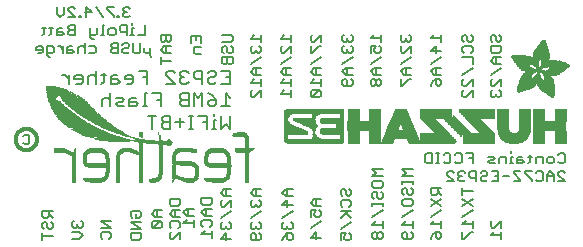
<source format=gbr>
G04 EAGLE Gerber RS-274X export*
G75*
%MOMM*%
%FSLAX34Y34*%
%LPD*%
%INSilkscreen Bottom*%
%IPPOS*%
%AMOC8*
5,1,8,0,0,1.08239X$1,22.5*%
G01*
%ADD10C,0.127000*%
%ADD11C,0.177800*%
%ADD12C,0.152400*%
%ADD13R,0.007600X0.068600*%
%ADD14R,0.007600X0.114300*%
%ADD15R,0.007700X0.152400*%
%ADD16R,0.007600X0.182900*%
%ADD17R,0.007600X0.205700*%
%ADD18R,0.007600X0.228600*%
%ADD19R,0.007600X0.259100*%
%ADD20R,0.007700X0.274300*%
%ADD21R,0.007600X0.289500*%
%ADD22R,0.007600X0.304800*%
%ADD23R,0.007600X0.320100*%
%ADD24R,0.007600X0.342900*%
%ADD25R,0.007700X0.350500*%
%ADD26R,0.007600X0.365800*%
%ADD27R,0.007600X0.381000*%
%ADD28R,0.007600X0.388600*%
%ADD29R,0.007600X0.403800*%
%ADD30R,0.007700X0.419100*%
%ADD31R,0.007600X0.426700*%
%ADD32R,0.007600X0.441900*%
%ADD33R,0.007600X0.449600*%
%ADD34R,0.007600X0.464800*%
%ADD35R,0.007700X0.480000*%
%ADD36R,0.007600X0.487600*%
%ADD37R,0.007600X0.495300*%
%ADD38R,0.007600X0.510500*%
%ADD39R,0.007600X0.518100*%
%ADD40R,0.007700X0.525700*%
%ADD41R,0.007600X0.541000*%
%ADD42R,0.007600X0.548600*%
%ADD43R,0.007600X0.563800*%
%ADD44R,0.007600X0.571500*%
%ADD45R,0.007700X0.579100*%
%ADD46R,0.007600X0.594300*%
%ADD47R,0.007600X0.601900*%
%ADD48R,0.007600X0.609600*%
%ADD49R,0.007600X0.624800*%
%ADD50R,0.007700X0.632400*%
%ADD51R,0.007600X0.640000*%
%ADD52R,0.007600X0.655300*%
%ADD53R,0.007600X0.662900*%
%ADD54R,0.007600X0.678100*%
%ADD55R,0.007700X0.685800*%
%ADD56R,0.007600X0.693400*%
%ADD57R,0.007600X0.708600*%
%ADD58R,0.007600X0.716200*%
%ADD59R,0.007600X0.723900*%
%ADD60R,0.007700X0.739100*%
%ADD61R,0.007600X0.746700*%
%ADD62R,0.007600X0.754300*%
%ADD63R,0.007600X0.769600*%
%ADD64R,0.007600X0.777200*%
%ADD65R,0.007700X0.792400*%
%ADD66R,0.007600X0.800100*%
%ADD67R,0.007600X0.807700*%
%ADD68R,0.007600X0.822900*%
%ADD69R,0.007600X0.830500*%
%ADD70R,0.007700X0.838200*%
%ADD71R,0.007600X0.091500*%
%ADD72R,0.007600X0.853400*%
%ADD73R,0.007600X0.144700*%
%ADD74R,0.007600X0.861000*%
%ADD75R,0.007600X0.190500*%
%ADD76R,0.007600X0.876300*%
%ADD77R,0.007600X0.221000*%
%ADD78R,0.007600X0.883900*%
%ADD79R,0.007700X0.259000*%
%ADD80R,0.007700X0.891500*%
%ADD81R,0.007600X0.289600*%
%ADD82R,0.007600X0.906700*%
%ADD83R,0.007600X0.914400*%
%ADD84R,0.007600X0.350500*%
%ADD85R,0.007600X0.922000*%
%ADD86R,0.007600X0.937200*%
%ADD87R,0.007700X0.411400*%
%ADD88R,0.007700X0.944800*%
%ADD89R,0.007600X0.434300*%
%ADD90R,0.007600X0.952500*%
%ADD91R,0.007600X0.464900*%
%ADD92R,0.007600X0.967700*%
%ADD93R,0.007600X0.975300*%
%ADD94R,0.007600X0.518200*%
%ADD95R,0.007600X0.990600*%
%ADD96R,0.007700X0.548600*%
%ADD97R,0.007700X0.998200*%
%ADD98R,0.007600X1.005800*%
%ADD99R,0.007600X0.594400*%
%ADD100R,0.007600X1.021000*%
%ADD101R,0.007600X0.617200*%
%ADD102R,0.007600X1.028700*%
%ADD103R,0.007600X0.647700*%
%ADD104R,0.007600X1.036300*%
%ADD105R,0.007700X0.670500*%
%ADD106R,0.007700X1.051500*%
%ADD107R,0.007600X1.059100*%
%ADD108R,0.007600X0.716300*%
%ADD109R,0.007600X1.066800*%
%ADD110R,0.007600X0.739100*%
%ADD111R,0.007600X1.074400*%
%ADD112R,0.007600X0.762000*%
%ADD113R,0.007600X1.089600*%
%ADD114R,0.007700X0.784800*%
%ADD115R,0.007700X1.097200*%
%ADD116R,0.007600X1.104900*%
%ADD117R,0.007600X0.830600*%
%ADD118R,0.007600X1.112500*%
%ADD119R,0.007600X0.845800*%
%ADD120R,0.007600X1.120100*%
%ADD121R,0.007600X0.868700*%
%ADD122R,0.007600X1.127700*%
%ADD123R,0.007700X1.135300*%
%ADD124R,0.007600X1.143000*%
%ADD125R,0.007600X0.944900*%
%ADD126R,0.007600X1.150600*%
%ADD127R,0.007600X0.960100*%
%ADD128R,0.007600X1.158200*%
%ADD129R,0.007600X0.983000*%
%ADD130R,0.007600X1.165800*%
%ADD131R,0.007700X1.005900*%
%ADD132R,0.007700X1.173400*%
%ADD133R,0.007600X1.021100*%
%ADD134R,0.007600X1.181100*%
%ADD135R,0.007600X1.044000*%
%ADD136R,0.007600X1.188700*%
%ADD137R,0.007600X1.196300*%
%ADD138R,0.007600X1.082000*%
%ADD139R,0.007600X1.203900*%
%ADD140R,0.007700X1.104900*%
%ADD141R,0.007700X1.211500*%
%ADD142R,0.007600X1.211500*%
%ADD143R,0.007600X1.219200*%
%ADD144R,0.007600X1.226800*%
%ADD145R,0.007600X1.234400*%
%ADD146R,0.007700X1.188700*%
%ADD147R,0.007700X1.242000*%
%ADD148R,0.007600X1.242000*%
%ADD149R,0.007600X1.211600*%
%ADD150R,0.007600X1.249600*%
%ADD151R,0.007600X1.257300*%
%ADD152R,0.007600X1.264900*%
%ADD153R,0.007700X1.242100*%
%ADD154R,0.007700X1.264900*%
%ADD155R,0.007600X1.272500*%
%ADD156R,0.007600X1.265000*%
%ADD157R,0.007600X1.280100*%
%ADD158R,0.007600X1.272600*%
%ADD159R,0.007600X1.287700*%
%ADD160R,0.007600X1.287800*%
%ADD161R,0.007700X1.295400*%
%ADD162R,0.007600X1.303000*%
%ADD163R,0.007600X1.318200*%
%ADD164R,0.007600X1.310600*%
%ADD165R,0.007600X1.325900*%
%ADD166R,0.007700X1.341100*%
%ADD167R,0.007700X1.318200*%
%ADD168R,0.007600X1.341100*%
%ADD169R,0.007600X1.325800*%
%ADD170R,0.007600X1.348700*%
%ADD171R,0.007600X1.364000*%
%ADD172R,0.007600X1.333500*%
%ADD173R,0.007700X1.371600*%
%ADD174R,0.007600X1.379200*%
%ADD175R,0.007600X1.379300*%
%ADD176R,0.007600X1.386900*%
%ADD177R,0.007600X1.394500*%
%ADD178R,0.007600X1.356300*%
%ADD179R,0.007700X1.394400*%
%ADD180R,0.007700X1.356300*%
%ADD181R,0.007600X1.402000*%
%ADD182R,0.007600X1.409700*%
%ADD183R,0.007600X1.363900*%
%ADD184R,0.007600X1.417300*%
%ADD185R,0.007600X1.371600*%
%ADD186R,0.007700X1.424900*%
%ADD187R,0.007600X1.424900*%
%ADD188R,0.007600X1.432600*%
%ADD189R,0.007600X1.440200*%
%ADD190R,0.007600X1.386800*%
%ADD191R,0.007700X1.447800*%
%ADD192R,0.007700X1.386800*%
%ADD193R,0.007600X1.447800*%
%ADD194R,0.007600X1.455500*%
%ADD195R,0.007600X1.394400*%
%ADD196R,0.007600X1.463100*%
%ADD197R,0.007700X1.455400*%
%ADD198R,0.007600X1.463000*%
%ADD199R,0.007600X1.470600*%
%ADD200R,0.007700X1.470600*%
%ADD201R,0.007700X1.409700*%
%ADD202R,0.007600X1.470700*%
%ADD203R,0.007600X1.402100*%
%ADD204R,0.007600X1.478300*%
%ADD205R,0.007700X1.478300*%
%ADD206R,0.007700X1.402100*%
%ADD207R,0.007600X1.485900*%
%ADD208R,0.007700X1.485900*%
%ADD209R,0.007700X1.493500*%
%ADD210R,0.007600X1.493500*%
%ADD211R,0.007700X1.394500*%
%ADD212R,0.007700X1.493600*%
%ADD213R,0.007700X1.386900*%
%ADD214R,0.007700X1.379200*%
%ADD215R,0.007700X2.857500*%
%ADD216R,0.007600X2.857500*%
%ADD217R,0.007600X2.849900*%
%ADD218R,0.007600X2.842300*%
%ADD219R,0.007700X2.834700*%
%ADD220R,0.007600X2.827000*%
%ADD221R,0.007600X2.819400*%
%ADD222R,0.007600X2.811800*%
%ADD223R,0.007700X2.811800*%
%ADD224R,0.007600X2.804100*%
%ADD225R,0.007600X2.796500*%
%ADD226R,0.007600X1.966000*%
%ADD227R,0.007600X1.943100*%
%ADD228R,0.007600X0.754400*%
%ADD229R,0.007700X1.927900*%
%ADD230R,0.007700X0.746700*%
%ADD231R,0.007600X1.912600*%
%ADD232R,0.007600X0.731500*%
%ADD233R,0.007600X1.905000*%
%ADD234R,0.007600X1.882200*%
%ADD235R,0.007600X1.874600*%
%ADD236R,0.007700X1.866900*%
%ADD237R,0.007700X0.708700*%
%ADD238R,0.007600X1.851600*%
%ADD239R,0.007600X0.701100*%
%ADD240R,0.007600X1.844000*%
%ADD241R,0.007600X1.836400*%
%ADD242R,0.007600X1.821200*%
%ADD243R,0.007600X0.685800*%
%ADD244R,0.007700X1.813500*%
%ADD245R,0.007600X1.805900*%
%ADD246R,0.007600X0.678200*%
%ADD247R,0.007600X1.790700*%
%ADD248R,0.007600X0.670600*%
%ADD249R,0.007600X1.775500*%
%ADD250R,0.007700X1.767900*%
%ADD251R,0.007700X0.663000*%
%ADD252R,0.007600X1.760200*%
%ADD253R,0.007600X1.752600*%
%ADD254R,0.007600X0.937300*%
%ADD255R,0.007600X0.792500*%
%ADD256R,0.007600X0.899100*%
%ADD257R,0.007700X0.883900*%
%ADD258R,0.007700X0.716300*%
%ADD259R,0.007700X0.647700*%
%ADD260R,0.007600X0.640100*%
%ADD261R,0.007600X0.632500*%
%ADD262R,0.007600X0.655400*%
%ADD263R,0.007600X0.632400*%
%ADD264R,0.007700X0.845800*%
%ADD265R,0.007700X0.617200*%
%ADD266R,0.007700X0.624800*%
%ADD267R,0.007600X0.602000*%
%ADD268R,0.007600X0.838200*%
%ADD269R,0.007600X0.586700*%
%ADD270R,0.007600X0.548700*%
%ADD271R,0.007700X0.830500*%
%ADD272R,0.007700X0.541000*%
%ADD273R,0.007700X0.594300*%
%ADD274R,0.007600X0.525800*%
%ADD275R,0.007600X0.586800*%
%ADD276R,0.007600X0.815300*%
%ADD277R,0.007600X0.579200*%
%ADD278R,0.007600X0.815400*%
%ADD279R,0.007700X0.815400*%
%ADD280R,0.007700X0.571500*%
%ADD281R,0.007600X0.807800*%
%ADD282R,0.007600X0.563900*%
%ADD283R,0.007600X0.457200*%
%ADD284R,0.007600X0.442000*%
%ADD285R,0.007600X0.556300*%
%ADD286R,0.007700X0.807700*%
%ADD287R,0.007600X0.411500*%
%ADD288R,0.007600X0.533400*%
%ADD289R,0.007600X0.076200*%
%ADD290R,0.007600X0.403900*%
%ADD291R,0.007600X0.525700*%
%ADD292R,0.007600X0.388700*%
%ADD293R,0.007600X0.297200*%
%ADD294R,0.007700X0.373400*%
%ADD295R,0.007700X0.503000*%
%ADD296R,0.007700X0.426800*%
%ADD297R,0.007600X0.358100*%
%ADD298R,0.007600X0.502900*%
%ADD299R,0.007600X0.472400*%
%ADD300R,0.007600X0.487700*%
%ADD301R,0.007600X0.335300*%
%ADD302R,0.007700X0.792500*%
%ADD303R,0.007700X0.327600*%
%ADD304R,0.007700X0.472400*%
%ADD305R,0.007700X0.640000*%
%ADD306R,0.007600X0.784800*%
%ADD307R,0.007600X0.320000*%
%ADD308R,0.007600X0.792400*%
%ADD309R,0.007600X1.173400*%
%ADD310R,0.007600X1.196400*%
%ADD311R,0.007600X0.784900*%
%ADD312R,0.007700X0.784900*%
%ADD313R,0.007700X0.297200*%
%ADD314R,0.007600X1.249700*%
%ADD315R,0.007600X0.281900*%
%ADD316R,0.007600X1.295400*%
%ADD317R,0.007600X0.266700*%
%ADD318R,0.007700X0.777300*%
%ADD319R,0.007700X0.266700*%
%ADD320R,0.007700X1.333500*%
%ADD321R,0.007600X0.777300*%
%ADD322R,0.007600X1.348800*%
%ADD323R,0.007600X0.251500*%
%ADD324R,0.007700X0.243900*%
%ADD325R,0.007600X0.243900*%
%ADD326R,0.007600X1.440100*%
%ADD327R,0.007600X0.236200*%
%ADD328R,0.007700X0.762000*%
%ADD329R,0.007700X0.236200*%
%ADD330R,0.007700X1.508700*%
%ADD331R,0.007600X1.531600*%
%ADD332R,0.007600X1.546900*%
%ADD333R,0.007600X1.569700*%
%ADD334R,0.007600X1.585000*%
%ADD335R,0.007700X0.746800*%
%ADD336R,0.007700X1.607800*%
%ADD337R,0.007600X0.243800*%
%ADD338R,0.007600X1.630700*%
%ADD339R,0.007600X1.653500*%
%ADD340R,0.007600X0.739200*%
%ADD341R,0.007600X1.684000*%
%ADD342R,0.007600X2.019300*%
%ADD343R,0.007700X0.731500*%
%ADD344R,0.007700X2.026900*%
%ADD345R,0.007600X2.049800*%
%ADD346R,0.007600X2.057400*%
%ADD347R,0.007600X0.708700*%
%ADD348R,0.007600X2.072600*%
%ADD349R,0.007600X0.701000*%
%ADD350R,0.007600X2.095500*%
%ADD351R,0.007700X0.693500*%
%ADD352R,0.007700X2.110800*%
%ADD353R,0.007600X2.141200*%
%ADD354R,0.007600X0.060900*%
%ADD355R,0.007600X2.872700*%
%ADD356R,0.007600X3.124200*%
%ADD357R,0.007600X3.177600*%
%ADD358R,0.007700X3.215600*%
%ADD359R,0.007600X3.253700*%
%ADD360R,0.007600X3.284300*%
%ADD361R,0.007600X3.314700*%
%ADD362R,0.007600X3.352800*%
%ADD363R,0.007700X3.375600*%
%ADD364R,0.007600X3.406200*%
%ADD365R,0.007600X3.429000*%
%ADD366R,0.007600X3.451800*%
%ADD367R,0.007600X3.482400*%
%ADD368R,0.007700X1.828800*%
%ADD369R,0.007700X1.539300*%
%ADD370R,0.007600X1.767900*%
%ADD371R,0.007600X1.767800*%
%ADD372R,0.007700X1.760200*%
%ADD373R,0.007600X1.760300*%
%ADD374R,0.007700X1.775400*%
%ADD375R,0.007700X1.379300*%
%ADD376R,0.007600X1.783000*%
%ADD377R,0.007600X1.813500*%
%ADD378R,0.007700X1.821100*%
%ADD379R,0.007600X0.503000*%
%ADD380R,0.007600X1.135400*%
%ADD381R,0.007700X1.127700*%
%ADD382R,0.007700X0.487700*%
%ADD383R,0.007600X1.120200*%
%ADD384R,0.007600X1.097300*%
%ADD385R,0.007600X0.510600*%
%ADD386R,0.007700X1.074400*%
%ADD387R,0.007700X0.525800*%
%ADD388R,0.007700X1.440200*%
%ADD389R,0.007600X1.059200*%
%ADD390R,0.007600X1.051600*%
%ADD391R,0.007600X1.051500*%
%ADD392R,0.007700X1.043900*%
%ADD393R,0.007700X0.602000*%
%ADD394R,0.007600X1.524000*%
%ADD395R,0.007600X1.539300*%
%ADD396R,0.007600X1.592600*%
%ADD397R,0.007700X1.021100*%
%ADD398R,0.007700X1.615400*%
%ADD399R,0.007600X1.013400*%
%ADD400R,0.007600X1.653600*%
%ADD401R,0.007600X1.013500*%
%ADD402R,0.007600X1.699300*%
%ADD403R,0.007600X2.743200*%
%ADD404R,0.007600X1.005900*%
%ADD405R,0.007600X2.415500*%
%ADD406R,0.007700X1.005800*%
%ADD407R,0.007700X0.281900*%
%ADD408R,0.007700X2.408000*%
%ADD409R,0.007600X2.407900*%
%ADD410R,0.007600X0.998200*%
%ADD411R,0.007600X0.282000*%
%ADD412R,0.007600X0.998300*%
%ADD413R,0.007600X2.400300*%
%ADD414R,0.007700X0.289500*%
%ADD415R,0.007700X2.400300*%
%ADD416R,0.007600X0.297100*%
%ADD417R,0.007600X0.312400*%
%ADD418R,0.007600X2.392700*%
%ADD419R,0.007700X0.990600*%
%ADD420R,0.007700X0.327700*%
%ADD421R,0.007700X2.392700*%
%ADD422R,0.007600X2.385100*%
%ADD423R,0.007700X0.381000*%
%ADD424R,0.007700X2.377400*%
%ADD425R,0.007600X2.377400*%
%ADD426R,0.007600X2.369800*%
%ADD427R,0.007600X0.419100*%
%ADD428R,0.007600X2.362200*%
%ADD429R,0.007600X0.426800*%
%ADD430R,0.007700X1.036300*%
%ADD431R,0.007700X0.442000*%
%ADD432R,0.007700X2.354600*%
%ADD433R,0.007600X2.354600*%
%ADD434R,0.007600X0.480100*%
%ADD435R,0.007600X2.347000*%
%ADD436R,0.007600X1.074500*%
%ADD437R,0.007600X2.339400*%
%ADD438R,0.007700X1.082100*%
%ADD439R,0.007700X0.548700*%
%ADD440R,0.007700X2.331800*%
%ADD441R,0.007600X2.331800*%
%ADD442R,0.007600X0.624900*%
%ADD443R,0.007600X2.324100*%
%ADD444R,0.007600X1.859300*%
%ADD445R,0.007600X2.308800*%
%ADD446R,0.007700X2.301200*%
%ADD447R,0.007600X2.301200*%
%ADD448R,0.007600X2.293600*%
%ADD449R,0.007600X2.278400*%
%ADD450R,0.007600X1.889800*%
%ADD451R,0.007600X2.270700*%
%ADD452R,0.007700X1.897400*%
%ADD453R,0.007700X2.255500*%
%ADD454R,0.007600X1.897400*%
%ADD455R,0.007600X2.247900*%
%ADD456R,0.007600X2.232600*%
%ADD457R,0.007600X1.912700*%
%ADD458R,0.007600X2.209800*%
%ADD459R,0.007600X1.920300*%
%ADD460R,0.007600X2.186900*%
%ADD461R,0.007700X1.920300*%
%ADD462R,0.007700X2.171700*%
%ADD463R,0.007600X1.935500*%
%ADD464R,0.007600X2.148800*%
%ADD465R,0.007600X2.126000*%
%ADD466R,0.007600X1.950700*%
%ADD467R,0.007700X1.958400*%
%ADD468R,0.007700X2.042200*%
%ADD469R,0.007600X1.973600*%
%ADD470R,0.007600X1.996500*%
%ADD471R,0.007600X1.981200*%
%ADD472R,0.007600X1.988800*%
%ADD473R,0.007700X1.996400*%
%ADD474R,0.007600X1.996400*%
%ADD475R,0.007600X2.004100*%
%ADD476R,0.007600X1.874500*%
%ADD477R,0.007600X1.425000*%
%ADD478R,0.007600X2.026900*%
%ADD479R,0.007700X0.434400*%
%ADD480R,0.007700X1.364000*%
%ADD481R,0.007600X2.034500*%
%ADD482R,0.007600X0.434400*%
%ADD483R,0.007600X2.049700*%
%ADD484R,0.007700X2.065000*%
%ADD485R,0.007700X0.464800*%
%ADD486R,0.007700X1.196300*%
%ADD487R,0.007600X2.080300*%
%ADD488R,0.007600X1.158300*%
%ADD489R,0.007600X2.087900*%
%ADD490R,0.007600X0.472500*%
%ADD491R,0.007600X2.103100*%
%ADD492R,0.007600X2.118400*%
%ADD493R,0.007600X2.133600*%
%ADD494R,0.007700X2.148800*%
%ADD495R,0.007600X2.164000*%
%ADD496R,0.007600X2.171700*%
%ADD497R,0.007600X2.187000*%
%ADD498R,0.007600X0.556200*%
%ADD499R,0.007700X2.202200*%
%ADD500R,0.007700X0.556200*%
%ADD501R,0.007700X0.640100*%
%ADD502R,0.007600X0.579100*%
%ADD503R,0.007600X0.480000*%
%ADD504R,0.007700X1.752600*%
%ADD505R,0.007700X0.487600*%
%ADD506R,0.007700X0.594400*%
%ADD507R,0.007700X0.358100*%
%ADD508R,0.007600X0.099000*%
%ADD509R,0.007600X1.280200*%
%ADD510R,0.007600X1.745000*%
%ADD511R,0.007600X1.744900*%
%ADD512R,0.007700X1.737300*%
%ADD513R,0.007600X1.737400*%
%ADD514R,0.007600X1.729800*%
%ADD515R,0.007600X1.722200*%
%ADD516R,0.007600X1.722100*%
%ADD517R,0.007700X1.714500*%
%ADD518R,0.007700X1.356400*%
%ADD519R,0.007600X1.706900*%
%ADD520R,0.007600X1.356400*%
%ADD521R,0.007600X1.691700*%
%ADD522R,0.007700X1.668800*%
%ADD523R,0.007600X1.645900*%
%ADD524R,0.007600X1.623100*%
%ADD525R,0.007600X1.577400*%
%ADD526R,0.007600X1.554400*%
%ADD527R,0.007600X1.539200*%
%ADD528R,0.007700X1.524000*%
%ADD529R,0.007600X1.501100*%
%ADD530R,0.007600X1.455400*%
%ADD531R,0.007700X1.348800*%
%ADD532R,0.007600X1.318300*%
%ADD533R,0.007700X1.310600*%
%ADD534R,0.007700X1.287800*%
%ADD535R,0.007600X1.234500*%
%ADD536R,0.007600X1.226900*%
%ADD537R,0.007700X1.173500*%
%ADD538R,0.007600X1.173500*%
%ADD539R,0.007600X1.165900*%
%ADD540R,0.007700X1.143000*%
%ADD541R,0.007600X1.127800*%
%ADD542R,0.007600X1.097200*%
%ADD543R,0.007700X1.028700*%
%ADD544R,0.007600X0.982900*%
%ADD545R,0.007700X0.952500*%
%ADD546R,0.007600X0.929600*%
%ADD547R,0.007700X0.906800*%
%ADD548R,0.007600X0.906800*%
%ADD549R,0.007600X0.899200*%
%ADD550R,0.007600X0.884000*%
%ADD551R,0.007700X0.876300*%
%ADD552R,0.007700X0.830600*%
%ADD553R,0.007700X0.754400*%
%ADD554R,0.007600X0.746800*%
%ADD555R,0.007700X0.708600*%
%ADD556R,0.007700X0.678200*%
%ADD557R,0.007600X0.663000*%
%ADD558R,0.007700X0.632500*%
%ADD559R,0.007700X0.556300*%
%ADD560R,0.007700X0.518200*%
%ADD561R,0.007700X0.434300*%
%ADD562R,0.007700X0.396300*%
%ADD563R,0.007600X0.373300*%
%ADD564R,0.007600X0.365700*%
%ADD565R,0.007600X0.327700*%
%ADD566R,0.007700X0.304800*%
%ADD567R,0.007600X0.274300*%
%ADD568R,0.007700X0.243800*%
%ADD569R,0.007600X0.205800*%
%ADD570R,0.007600X0.152400*%
%ADD571R,0.007700X0.121900*%
%ADD572C,0.304800*%
%ADD573C,0.203200*%
%ADD574R,0.182878X0.020319*%
%ADD575R,0.792478X0.020322*%
%ADD576R,0.447041X0.020322*%
%ADD577R,0.792481X0.020322*%
%ADD578R,0.325122X0.020319*%
%ADD579R,1.097278X0.020319*%
%ADD580R,0.629919X0.020319*%
%ADD581R,0.020319X0.020319*%
%ADD582R,0.568963X0.020319*%
%ADD583R,0.325119X0.020319*%
%ADD584R,1.097281X0.020319*%
%ADD585R,0.325122X0.020322*%
%ADD586R,1.300478X0.020322*%
%ADD587R,0.751841X0.020322*%
%ADD588R,0.040641X0.020322*%
%ADD589R,0.670563X0.020322*%
%ADD590R,0.325119X0.020322*%
%ADD591R,1.300481X0.020322*%
%ADD592R,1.442719X0.020319*%
%ADD593R,0.873759X0.020319*%
%ADD594R,0.060959X0.020319*%
%ADD595R,0.731522X0.020319*%
%ADD596R,1.442722X0.020319*%
%ADD597R,1.605278X0.020319*%
%ADD598R,0.975359X0.020319*%
%ADD599R,0.081278X0.020319*%
%ADD600R,0.772163X0.020319*%
%ADD601R,1.584963X0.020319*%
%ADD602R,1.706881X0.020322*%
%ADD603R,1.056641X0.020322*%
%ADD604R,0.101600X0.020322*%
%ADD605R,1.706878X0.020322*%
%ADD606R,1.828800X0.020319*%
%ADD607R,1.158241X0.020319*%
%ADD608R,0.121919X0.020319*%
%ADD609R,0.833122X0.020319*%
%ADD610R,1.889759X0.020322*%
%ADD611R,1.239519X0.020322*%
%ADD612R,0.121919X0.020322*%
%ADD613R,0.853441X0.020322*%
%ADD614R,1.889763X0.020322*%
%ADD615R,1.910078X0.020319*%
%ADD616R,1.300481X0.020319*%
%ADD617R,0.142241X0.020319*%
%ADD618R,0.873762X0.020319*%
%ADD619R,1.910081X0.020319*%
%ADD620R,1.930400X0.020319*%
%ADD621R,1.381759X0.020319*%
%ADD622R,0.162559X0.020319*%
%ADD623R,0.894081X0.020319*%
%ADD624R,1.950719X0.020322*%
%ADD625R,1.463041X0.020322*%
%ADD626R,0.182878X0.020322*%
%ADD627R,0.914400X0.020322*%
%ADD628R,1.950722X0.020322*%
%ADD629R,1.971041X0.020319*%
%ADD630R,1.524000X0.020319*%
%ADD631R,0.203200X0.020319*%
%ADD632R,0.934722X0.020319*%
%ADD633R,1.991359X0.020322*%
%ADD634R,1.584959X0.020322*%
%ADD635R,0.223519X0.020322*%
%ADD636R,0.934719X0.020322*%
%ADD637R,1.991363X0.020322*%
%ADD638R,2.011678X0.020319*%
%ADD639R,1.625600X0.020319*%
%ADD640R,0.243841X0.020319*%
%ADD641R,0.853441X0.020319*%
%ADD642R,2.011681X0.020319*%
%ADD643R,2.032000X0.020319*%
%ADD644R,1.706881X0.020319*%
%ADD645R,0.264159X0.020319*%
%ADD646R,0.751841X0.020319*%
%ADD647R,2.032000X0.020322*%
%ADD648R,0.568959X0.020322*%
%ADD649R,1.036322X0.020322*%
%ADD650R,0.284478X0.020322*%
%ADD651R,0.690881X0.020322*%
%ADD652R,0.548641X0.020319*%
%ADD653R,0.528319X0.020319*%
%ADD654R,0.487678X0.020319*%
%ADD655R,0.914400X0.020319*%
%ADD656R,0.284478X0.020319*%
%ADD657R,0.589281X0.020319*%
%ADD658R,0.528322X0.020319*%
%ADD659R,0.487678X0.020322*%
%ADD660R,1.158241X0.020322*%
%ADD661R,0.528319X0.020322*%
%ADD662R,0.487681X0.020322*%
%ADD663R,0.284481X0.020322*%
%ADD664R,0.467363X0.020319*%
%ADD665R,0.101600X0.020319*%
%ADD666R,0.426722X0.020319*%
%ADD667R,1.056641X0.020319*%
%ADD668R,0.467359X0.020319*%
%ADD669R,0.406400X0.020319*%
%ADD670R,0.447041X0.020319*%
%ADD671R,0.426719X0.020319*%
%ADD672R,0.406400X0.020322*%
%ADD673R,0.386081X0.020322*%
%ADD674R,0.894078X0.020322*%
%ADD675R,0.386081X0.020319*%
%ADD676R,0.365759X0.020319*%
%ADD677R,0.812800X0.020319*%
%ADD678R,0.386078X0.020322*%
%ADD679R,0.365759X0.020322*%
%ADD680R,0.670559X0.020319*%
%ADD681R,0.345438X0.020319*%
%ADD682R,0.609600X0.020319*%
%ADD683R,0.345438X0.020322*%
%ADD684R,0.548641X0.020322*%
%ADD685R,0.365762X0.020322*%
%ADD686R,0.345441X0.020319*%
%ADD687R,0.345441X0.020322*%
%ADD688R,0.426719X0.020322*%
%ADD689R,0.304800X0.020319*%
%ADD690R,0.304800X0.020322*%
%ADD691R,1.727200X0.020322*%
%ADD692R,1.849122X0.020319*%
%ADD693R,1.849119X0.020319*%
%ADD694R,1.971041X0.020322*%
%ADD695R,1.971037X0.020322*%
%ADD696R,2.052322X0.020322*%
%ADD697R,0.467363X0.020322*%
%ADD698R,2.052319X0.020322*%
%ADD699R,2.092959X0.020319*%
%ADD700R,2.113281X0.020319*%
%ADD701R,0.589278X0.020319*%
%ADD702R,2.113278X0.020319*%
%ADD703R,2.133600X0.020322*%
%ADD704R,2.153922X0.020319*%
%ADD705R,1.198881X0.020319*%
%ADD706R,2.153919X0.020319*%
%ADD707R,2.174241X0.020322*%
%ADD708R,1.503678X0.020322*%
%ADD709R,2.174238X0.020322*%
%ADD710R,2.194559X0.020319*%
%ADD711R,2.214881X0.020322*%
%ADD712R,2.072641X0.020322*%
%ADD713R,2.214878X0.020322*%
%ADD714R,2.214881X0.020319*%
%ADD715R,2.052319X0.020319*%
%ADD716R,2.214878X0.020319*%
%ADD717R,2.235200X0.020322*%
%ADD718R,0.508000X0.020319*%
%ADD719R,0.426722X0.020322*%
%ADD720R,1.869441X0.020322*%
%ADD721R,1.808478X0.020319*%
%ADD722R,1.747519X0.020319*%
%ADD723R,1.625600X0.020322*%
%ADD724R,0.487681X0.020319*%
%ADD725R,0.467359X0.020322*%
%ADD726R,0.365762X0.020319*%
%ADD727R,0.629919X0.020322*%
%ADD728R,0.386078X0.020319*%
%ADD729R,0.711200X0.020319*%
%ADD730R,0.670559X0.020322*%
%ADD731R,0.772159X0.020322*%
%ADD732R,0.731519X0.020319*%
%ADD733R,0.447038X0.020322*%
%ADD734R,0.873759X0.020322*%
%ADD735R,0.955041X0.020319*%
%ADD736R,0.568959X0.020319*%
%ADD737R,0.548638X0.020319*%
%ADD738R,1.178559X0.020322*%
%ADD739R,0.650241X0.020322*%
%ADD740R,0.995678X0.020322*%
%ADD741R,0.508000X0.020322*%
%ADD742R,1.219200X0.020319*%
%ADD743R,1.402081X0.020319*%
%ADD744R,1.910078X0.020322*%
%ADD745R,1.910081X0.020322*%
%ADD746R,0.243841X0.020322*%
%ADD747R,1.361441X0.020322*%
%ADD748R,1.280159X0.020319*%
%ADD749R,1.869441X0.020319*%
%ADD750R,1.645922X0.020319*%
%ADD751R,0.223519X0.020319*%
%ADD752R,1.341122X0.020319*%
%ADD753R,1.320800X0.020319*%
%ADD754R,1.584959X0.020319*%
%ADD755R,1.341119X0.020322*%
%ADD756R,1.808478X0.020322*%
%ADD757R,1.524000X0.020322*%
%ADD758R,1.808481X0.020322*%
%ADD759R,0.203200X0.020322*%
%ADD760R,1.259841X0.020322*%
%ADD761R,1.767841X0.020319*%
%ADD762R,1.483359X0.020319*%
%ADD763R,1.767838X0.020319*%
%ADD764R,0.182881X0.020319*%
%ADD765R,1.402081X0.020322*%
%ADD766R,1.849119X0.020322*%
%ADD767R,1.422400X0.020322*%
%ADD768R,0.162559X0.020322*%
%ADD769R,1.178562X0.020322*%
%ADD770R,1.686559X0.020319*%
%ADD771R,1.361441X0.020319*%
%ADD772R,1.686563X0.020319*%
%ADD773R,1.137922X0.020319*%
%ADD774R,1.300478X0.020319*%
%ADD775R,1.605281X0.020319*%
%ADD776R,1.503681X0.020322*%
%ADD777R,1.564641X0.020322*%
%ADD778R,1.788159X0.020322*%
%ADD779R,1.219200X0.020322*%
%ADD780R,1.564638X0.020322*%
%ADD781R,1.544319X0.020319*%
%ADD782R,1.137919X0.020319*%
%ADD783R,1.483363X0.020319*%
%ADD784R,0.081281X0.020319*%
%ADD785R,1.016000X0.020319*%
%ADD786R,1.402078X0.020322*%
%ADD787R,1.666241X0.020322*%
%ADD788R,1.381759X0.020322*%
%ADD789R,0.081281X0.020322*%
%ADD790R,0.955041X0.020322*%
%ADD791R,1.564638X0.020319*%
%ADD792R,1.645919X0.020319*%
%ADD793R,1.178559X0.020319*%
%ADD794R,0.040641X0.020319*%
%ADD795R,0.975359X0.020322*%
%ADD796R,1.239522X0.020322*%
%ADD797R,0.020319X0.020322*%
%ADD798R,0.772163X0.020322*%
%ADD799R,0.670563X0.020319*%
%ADD800R,1.036322X0.020319*%
%ADD801R,0.182881X0.020322*%
%ADD802R,1.117600X0.020319*%
%ADD803R,2.336800X0.020319*%
%ADD804R,2.479038X0.020322*%
%ADD805R,2.824478X0.020319*%
%ADD806R,2.824478X0.020322*%
%ADD807R,2.824481X0.020319*%
%ADD808R,2.946400X0.020319*%
%ADD809R,3.048000X0.020322*%
%ADD810R,0.264159X0.020322*%
%ADD811R,3.149600X0.020319*%
%ADD812R,2.438400X0.020322*%
%ADD813R,0.284481X0.020319*%
%ADD814R,3.962400X0.020319*%
%ADD815R,1.564641X0.020319*%
%ADD816R,1.950719X0.020319*%
%ADD817R,0.264163X0.020322*%
%ADD818R,1.076959X0.020322*%
%ADD819R,0.589281X0.020322*%
%ADD820R,0.264163X0.020319*%
%ADD821R,0.792478X0.020319*%
%ADD822R,1.666241X0.020319*%
%ADD823R,0.833119X0.020319*%
%ADD824R,1.544322X0.020322*%
%ADD825R,1.036319X0.020322*%
%ADD826R,1.239519X0.020319*%
%ADD827R,1.259838X0.020319*%
%ADD828R,1.422400X0.020319*%
%ADD829R,0.223522X0.020322*%
%ADD830R,2.722881X0.020322*%
%ADD831R,0.223522X0.020319*%
%ADD832R,2.702559X0.020319*%
%ADD833R,2.580641X0.020322*%
%ADD834R,2.438400X0.020319*%
%ADD835R,2.275841X0.020319*%
%ADD836R,0.142241X0.020322*%
%ADD837R,2.153922X0.020322*%
%ADD838R,0.142238X0.020322*%
%ADD839R,0.162562X0.020319*%
%ADD840R,0.792481X0.020319*%
%ADD841R,1.544319X0.020322*%
%ADD842R,0.975363X0.020322*%
%ADD843R,1.341122X0.020322*%
%ADD844R,1.280159X0.020322*%
%ADD845R,0.121922X0.020319*%
%ADD846R,1.239522X0.020319*%
%ADD847R,1.361438X0.020319*%
%ADD848R,0.121922X0.020322*%
%ADD849R,2.397759X0.020322*%
%ADD850R,2.255519X0.020319*%
%ADD851R,1.991359X0.020319*%
%ADD852R,2.600959X0.020319*%
%ADD853R,1.198878X0.020322*%
%ADD854R,0.060963X0.020319*%
%ADD855R,1.158238X0.020322*%
%ADD856R,0.060963X0.020322*%
%ADD857R,0.589278X0.020322*%
%ADD858R,2.580641X0.020319*%
%ADD859R,0.650241X0.020319*%
%ADD860R,2.560322X0.020319*%
%ADD861R,2.560322X0.020322*%
%ADD862R,0.020322X0.020319*%
%ADD863R,0.690881X0.020319*%
%ADD864R,2.540000X0.020319*%
%ADD865R,0.020322X0.020322*%
%ADD866R,0.731519X0.020322*%
%ADD867R,2.540000X0.020322*%
%ADD868R,0.751838X0.020319*%
%ADD869R,2.519681X0.020319*%
%ADD870R,2.499359X0.020322*%
%ADD871R,2.479041X0.020319*%
%ADD872R,0.812800X0.020322*%
%ADD873R,2.479041X0.020322*%
%ADD874R,0.853438X0.020319*%
%ADD875R,2.458719X0.020319*%
%ADD876R,0.873762X0.020322*%
%ADD877R,2.458719X0.020322*%
%ADD878R,0.894078X0.020319*%
%ADD879R,0.934719X0.020319*%
%ADD880R,2.397763X0.020319*%
%ADD881R,2.397759X0.020319*%
%ADD882R,1.016000X0.020322*%
%ADD883R,2.377441X0.020322*%
%ADD884R,1.036319X0.020319*%
%ADD885R,2.072641X0.020319*%
%ADD886R,1.930400X0.020322*%
%ADD887R,1.808481X0.020319*%
%ADD888R,1.686559X0.020322*%
%ADD889R,1.137919X0.020322*%
%ADD890R,1.076959X0.020319*%
%ADD891R,1.056638X0.020319*%
%ADD892R,1.198878X0.020319*%
%ADD893R,1.137922X0.020322*%
%ADD894R,2.255522X0.020322*%
%ADD895R,1.158238X0.020319*%
%ADD896R,2.235200X0.020319*%
%ADD897R,1.076963X0.020322*%
%ADD898R,2.194559X0.020322*%
%ADD899R,2.174238X0.020319*%
%ADD900R,0.060959X0.020322*%
%ADD901R,1.280163X0.020319*%
%ADD902R,1.320800X0.020322*%
%ADD903R,2.113278X0.020322*%
%ADD904R,2.092963X0.020319*%
%ADD905R,1.361438X0.020322*%
%ADD906R,1.402078X0.020319*%
%ADD907R,2.072637X0.020319*%
%ADD908R,2.052322X0.020319*%
%ADD909R,1.442719X0.020322*%
%ADD910R,2.011681X0.020322*%
%ADD911R,1.463041X0.020319*%
%ADD912R,1.483359X0.020322*%
%ADD913R,1.463037X0.020319*%
%ADD914R,1.503678X0.020319*%
%ADD915R,1.117600X0.020322*%
%ADD916R,1.889759X0.020319*%
%ADD917R,1.869438X0.020319*%
%ADD918R,1.849122X0.020322*%
%ADD919R,1.280163X0.020322*%
%ADD920R,1.788159X0.020319*%
%ADD921R,1.767841X0.020322*%
%ADD922R,0.142238X0.020319*%
%ADD923R,1.463037X0.020322*%
%ADD924R,0.995681X0.020319*%
%ADD925R,0.081278X0.020322*%
%ADD926R,1.503681X0.020319*%
%ADD927R,1.544322X0.020319*%
%ADD928R,1.645919X0.020322*%
%ADD929R,1.605281X0.020322*%
%ADD930R,1.727200X0.020319*%
%ADD931R,0.162562X0.020322*%
%ADD932R,1.584963X0.020322*%
%ADD933R,1.605278X0.020322*%
%ADD934R,1.381763X0.020319*%
%ADD935R,1.666238X0.020319*%
%ADD936R,1.341119X0.020319*%
%ADD937R,1.828800X0.020322*%
%ADD938R,1.198881X0.020322*%
%ADD939R,1.056638X0.020322*%
%ADD940R,0.772159X0.020319*%
%ADD941R,1.097281X0.020322*%
%ADD942R,1.076963X0.020319*%
%ADD943R,1.259841X0.020319*%
%ADD944R,0.609600X0.020322*%
%ADD945R,0.731522X0.020322*%
%ADD946R,0.711200X0.020322*%
%ADD947R,0.690878X0.020319*%
%ADD948R,0.690878X0.020322*%
%ADD949R,0.243838X0.020319*%
%ADD950R,0.934722X0.020322*%
%ADD951R,2.133600X0.020319*%
%ADD952R,2.113281X0.020322*%
%ADD953R,2.072637X0.020322*%
%ADD954R,2.011678X0.020322*%
%ADD955R,1.950722X0.020319*%
%ADD956R,1.706878X0.020319*%
%ADD957R,1.483363X0.020322*%
%ADD958R,0.528322X0.020322*%
%ADD959R,0.292100X0.012700*%
%ADD960R,0.596900X0.012700*%
%ADD961R,0.774700X0.012700*%
%ADD962R,0.965200X0.012700*%
%ADD963R,0.901700X0.012700*%
%ADD964R,2.628900X0.012700*%
%ADD965R,3.949700X0.012700*%
%ADD966R,2.006600X0.012700*%
%ADD967R,0.977900X0.012700*%
%ADD968R,4.813300X0.012700*%
%ADD969R,1.016000X0.012700*%
%ADD970R,3.962400X0.012700*%
%ADD971R,4.864100X0.012700*%
%ADD972R,1.104900X0.012700*%
%ADD973R,3.987800X0.012700*%
%ADD974R,4.889500X0.012700*%
%ADD975R,1.206500X0.012700*%
%ADD976R,4.000500X0.012700*%
%ADD977R,2.019300X0.012700*%
%ADD978R,4.902200X0.012700*%
%ADD979R,1.282700X0.012700*%
%ADD980R,4.025900X0.012700*%
%ADD981R,1.041400X0.012700*%
%ADD982R,4.927600X0.012700*%
%ADD983R,1.346200X0.012700*%
%ADD984R,2.997200X0.012700*%
%ADD985R,1.028700X0.012700*%
%ADD986R,1.054100X0.012700*%
%ADD987R,4.940300X0.012700*%
%ADD988R,1.409700X0.012700*%
%ADD989R,3.009900X0.012700*%
%ADD990R,4.953000X0.012700*%
%ADD991R,1.473200X0.012700*%
%ADD992R,3.022600X0.012700*%
%ADD993R,4.965700X0.012700*%
%ADD994R,1.536700X0.012700*%
%ADD995R,3.035300X0.012700*%
%ADD996R,4.978400X0.012700*%
%ADD997R,1.587500X0.012700*%
%ADD998R,3.048000X0.012700*%
%ADD999R,1.638300X0.012700*%
%ADD1000R,3.060700X0.012700*%
%ADD1001R,4.991100X0.012700*%
%ADD1002R,1.689100X0.012700*%
%ADD1003R,3.073400X0.012700*%
%ADD1004R,1.727200X0.012700*%
%ADD1005R,3.086100X0.012700*%
%ADD1006R,5.003800X0.012700*%
%ADD1007R,1.765300X0.012700*%
%ADD1008R,1.816100X0.012700*%
%ADD1009R,5.016500X0.012700*%
%ADD1010R,1.841500X0.012700*%
%ADD1011R,1.879600X0.012700*%
%ADD1012R,1.917700X0.012700*%
%ADD1013R,1.955800X0.012700*%
%ADD1014R,1.981200X0.012700*%
%ADD1015R,5.029200X0.012700*%
%ADD1016R,2.044700X0.012700*%
%ADD1017R,2.984500X0.012700*%
%ADD1018R,2.070100X0.012700*%
%ADD1019R,2.971800X0.012700*%
%ADD1020R,2.095500X0.012700*%
%ADD1021R,2.959100X0.012700*%
%ADD1022R,2.133600X0.012700*%
%ADD1023R,2.946400X0.012700*%
%ADD1024R,2.159000X0.012700*%
%ADD1025R,2.933700X0.012700*%
%ADD1026R,2.171700X0.012700*%
%ADD1027R,2.921000X0.012700*%
%ADD1028R,2.197100X0.012700*%
%ADD1029R,2.908300X0.012700*%
%ADD1030R,0.355600X0.012700*%
%ADD1031R,0.368300X0.012700*%
%ADD1032R,2.222500X0.012700*%
%ADD1033R,2.895600X0.012700*%
%ADD1034R,0.698500X0.012700*%
%ADD1035R,2.247900X0.012700*%
%ADD1036R,2.882900X0.012700*%
%ADD1037R,0.647700X0.012700*%
%ADD1038R,2.273300X0.012700*%
%ADD1039R,2.870200X0.012700*%
%ADD1040R,0.609600X0.012700*%
%ADD1041R,2.286000X0.012700*%
%ADD1042R,2.857500X0.012700*%
%ADD1043R,0.571500X0.012700*%
%ADD1044R,2.311400X0.012700*%
%ADD1045R,2.844800X0.012700*%
%ADD1046R,0.546100X0.012700*%
%ADD1047R,2.324100X0.012700*%
%ADD1048R,2.832100X0.012700*%
%ADD1049R,0.520700X0.012700*%
%ADD1050R,2.349500X0.012700*%
%ADD1051R,2.819400X0.012700*%
%ADD1052R,0.495300X0.012700*%
%ADD1053R,2.362200X0.012700*%
%ADD1054R,2.806700X0.012700*%
%ADD1055R,0.482600X0.012700*%
%ADD1056R,2.387600X0.012700*%
%ADD1057R,2.794000X0.012700*%
%ADD1058R,0.457200X0.012700*%
%ADD1059R,2.400300X0.012700*%
%ADD1060R,2.781300X0.012700*%
%ADD1061R,0.444500X0.012700*%
%ADD1062R,2.413000X0.012700*%
%ADD1063R,2.768600X0.012700*%
%ADD1064R,0.431800X0.012700*%
%ADD1065R,2.438400X0.012700*%
%ADD1066R,2.755900X0.012700*%
%ADD1067R,0.406400X0.012700*%
%ADD1068R,2.451100X0.012700*%
%ADD1069R,2.743200X0.012700*%
%ADD1070R,0.393700X0.012700*%
%ADD1071R,2.463800X0.012700*%
%ADD1072R,2.730500X0.012700*%
%ADD1073R,0.381000X0.012700*%
%ADD1074R,2.476500X0.012700*%
%ADD1075R,2.717800X0.012700*%
%ADD1076R,2.489200X0.012700*%
%ADD1077R,2.705100X0.012700*%
%ADD1078R,2.501900X0.012700*%
%ADD1079R,2.692400X0.012700*%
%ADD1080R,0.342900X0.012700*%
%ADD1081R,2.514600X0.012700*%
%ADD1082R,0.038100X0.012700*%
%ADD1083R,2.679700X0.012700*%
%ADD1084R,2.527300X0.012700*%
%ADD1085R,0.063500X0.012700*%
%ADD1086R,2.667000X0.012700*%
%ADD1087R,0.330200X0.012700*%
%ADD1088R,2.540000X0.012700*%
%ADD1089R,0.088900X0.012700*%
%ADD1090R,2.654300X0.012700*%
%ADD1091R,0.317500X0.012700*%
%ADD1092R,2.552700X0.012700*%
%ADD1093R,0.114300X0.012700*%
%ADD1094R,2.641600X0.012700*%
%ADD1095R,2.565400X0.012700*%
%ADD1096R,0.139700X0.012700*%
%ADD1097R,0.304800X0.012700*%
%ADD1098R,2.578100X0.012700*%
%ADD1099R,0.165100X0.012700*%
%ADD1100R,2.616200X0.012700*%
%ADD1101R,2.590800X0.012700*%
%ADD1102R,0.190500X0.012700*%
%ADD1103R,2.603500X0.012700*%
%ADD1104R,0.215900X0.012700*%
%ADD1105R,0.279400X0.012700*%
%ADD1106R,0.241300X0.012700*%
%ADD1107R,0.266700X0.012700*%
%ADD1108R,0.254000X0.012700*%
%ADD1109R,2.032000X0.012700*%
%ADD1110R,1.854200X0.012700*%
%ADD1111R,1.892300X0.012700*%
%ADD1112R,1.168400X0.012700*%
%ADD1113R,1.930400X0.012700*%
%ADD1114R,0.228600X0.012700*%
%ADD1115R,1.320800X0.012700*%
%ADD1116R,1.308100X0.012700*%
%ADD1117R,1.231900X0.012700*%
%ADD1118R,1.943100X0.012700*%
%ADD1119R,1.193800X0.012700*%
%ADD1120R,1.155700X0.012700*%
%ADD1121R,1.968500X0.012700*%
%ADD1122R,1.130300X0.012700*%
%ADD1123R,1.117600X0.012700*%
%ADD1124R,1.092200X0.012700*%
%ADD1125R,1.079500X0.012700*%
%ADD1126R,1.066800X0.012700*%
%ADD1127R,1.993900X0.012700*%
%ADD1128R,1.828800X0.012700*%
%ADD1129R,1.803400X0.012700*%
%ADD1130R,1.003300X0.012700*%
%ADD1131R,0.990600X0.012700*%
%ADD1132R,1.739900X0.012700*%
%ADD1133R,1.714500X0.012700*%
%ADD1134R,1.676400X0.012700*%
%ADD1135R,1.651000X0.012700*%
%ADD1136R,1.625600X0.012700*%
%ADD1137R,1.562100X0.012700*%
%ADD1138R,1.511300X0.012700*%
%ADD1139R,1.905000X0.012700*%
%ADD1140R,1.447800X0.012700*%
%ADD1141R,1.866900X0.012700*%
%ADD1142R,1.422400X0.012700*%
%ADD1143R,1.384300X0.012700*%
%ADD1144R,1.358900X0.012700*%
%ADD1145R,1.333500X0.012700*%
%ADD1146R,0.469900X0.012700*%
%ADD1147R,1.295400X0.012700*%
%ADD1148R,1.270000X0.012700*%
%ADD1149R,1.244600X0.012700*%
%ADD1150R,1.219200X0.012700*%
%ADD1151R,1.181100X0.012700*%
%ADD1152R,0.635000X0.012700*%
%ADD1153R,0.673100X0.012700*%
%ADD1154R,0.723900X0.012700*%
%ADD1155R,0.762000X0.012700*%
%ADD1156R,0.800100X0.012700*%
%ADD1157R,0.838200X0.012700*%
%ADD1158R,0.889000X0.012700*%
%ADD1159R,0.952500X0.012700*%
%ADD1160R,0.939800X0.012700*%
%ADD1161R,0.927100X0.012700*%
%ADD1162R,0.863600X0.012700*%
%ADD1163R,0.812800X0.012700*%
%ADD1164R,0.749300X0.012700*%
%ADD1165R,0.622300X0.012700*%
%ADD1166R,0.584200X0.012700*%
%ADD1167R,0.558800X0.012700*%
%ADD1168R,1.257300X0.012700*%
%ADD1169R,1.790700X0.012700*%
%ADD1170R,0.508000X0.012700*%
%ADD1171R,1.435100X0.012700*%
%ADD1172R,1.485900X0.012700*%
%ADD1173R,0.419100X0.012700*%
%ADD1174R,1.612900X0.012700*%
%ADD1175R,1.701800X0.012700*%
%ADD1176R,1.778000X0.012700*%
%ADD1177R,1.752600X0.012700*%
%ADD1178R,1.600200X0.012700*%
%ADD1179R,1.574800X0.012700*%
%ADD1180R,1.549400X0.012700*%
%ADD1181R,1.524000X0.012700*%
%ADD1182R,1.498600X0.012700*%
%ADD1183R,0.012700X0.012700*%
%ADD1184R,1.397000X0.012700*%
%ADD1185R,1.371600X0.012700*%
%ADD1186R,0.533400X0.012700*%
%ADD1187R,0.660400X0.012700*%
%ADD1188R,0.685800X0.012700*%
%ADD1189R,0.736600X0.012700*%
%ADD1190R,0.787400X0.012700*%
%ADD1191R,1.143000X0.012700*%
%ADD1192R,4.914900X0.012700*%
%ADD1193R,4.876800X0.012700*%
%ADD1194R,4.838700X0.012700*%


D10*
X134343Y223315D02*
X132860Y224798D01*
X129894Y224798D01*
X128411Y223315D01*
X128411Y221832D01*
X129894Y220349D01*
X131377Y220349D01*
X129894Y220349D02*
X128411Y218866D01*
X128411Y217383D01*
X129894Y215900D01*
X132860Y215900D01*
X134343Y217383D01*
X124988Y217383D02*
X124988Y215900D01*
X124988Y217383D02*
X123505Y217383D01*
X123505Y215900D01*
X124988Y215900D01*
X120310Y224798D02*
X114379Y224798D01*
X114379Y223315D01*
X120310Y217383D01*
X120310Y215900D01*
X110955Y215900D02*
X105024Y224798D01*
X97151Y224798D02*
X97151Y215900D01*
X101600Y220349D02*
X97151Y224798D01*
X95668Y220349D02*
X101600Y220349D01*
X92245Y217383D02*
X92245Y215900D01*
X92245Y217383D02*
X90762Y217383D01*
X90762Y215900D01*
X92245Y215900D01*
X87567Y215900D02*
X81636Y215900D01*
X87567Y215900D02*
X81636Y221832D01*
X81636Y223315D01*
X83118Y224798D01*
X86084Y224798D01*
X87567Y223315D01*
X78212Y224798D02*
X78212Y218866D01*
X75246Y215900D01*
X72280Y218866D01*
X72280Y224798D01*
X146817Y209558D02*
X146817Y200660D01*
X140885Y200660D01*
X137462Y206592D02*
X135979Y206592D01*
X135979Y200660D01*
X137462Y200660D02*
X134496Y200660D01*
X135979Y209558D02*
X135979Y211041D01*
X131225Y209558D02*
X131225Y200660D01*
X131225Y209558D02*
X126776Y209558D01*
X125293Y208075D01*
X125293Y205109D01*
X126776Y203626D01*
X131225Y203626D01*
X120387Y200660D02*
X117421Y200660D01*
X115938Y202143D01*
X115938Y205109D01*
X117421Y206592D01*
X120387Y206592D01*
X121870Y205109D01*
X121870Y202143D01*
X120387Y200660D01*
X112514Y209558D02*
X111032Y209558D01*
X111032Y200660D01*
X112514Y200660D02*
X109549Y200660D01*
X106278Y202143D02*
X106278Y206592D01*
X106278Y202143D02*
X104795Y200660D01*
X100346Y200660D01*
X100346Y199177D02*
X100346Y206592D01*
X100346Y199177D02*
X101829Y197694D01*
X103312Y197694D01*
X87567Y200660D02*
X87567Y209558D01*
X83119Y209558D01*
X81636Y208075D01*
X81636Y206592D01*
X83119Y205109D01*
X81636Y203626D01*
X81636Y202143D01*
X83119Y200660D01*
X87567Y200660D01*
X87567Y205109D02*
X83119Y205109D01*
X76729Y206592D02*
X73763Y206592D01*
X72280Y205109D01*
X72280Y200660D01*
X76729Y200660D01*
X78212Y202143D01*
X76729Y203626D01*
X72280Y203626D01*
X67374Y202143D02*
X67374Y208075D01*
X67374Y202143D02*
X65891Y200660D01*
X65891Y206592D02*
X68857Y206592D01*
X61137Y208075D02*
X61137Y202143D01*
X59654Y200660D01*
X59654Y206592D02*
X62620Y206592D01*
X150791Y189869D02*
X150791Y186903D01*
X149308Y185420D01*
X147825Y185420D01*
X146342Y186903D01*
X146342Y189869D01*
X150791Y186903D02*
X150791Y183937D01*
X152274Y182454D01*
X142919Y186903D02*
X142919Y194318D01*
X142919Y186903D02*
X141436Y185420D01*
X138470Y185420D01*
X136987Y186903D01*
X136987Y194318D01*
X129115Y194318D02*
X127632Y192835D01*
X129115Y194318D02*
X132081Y194318D01*
X133564Y192835D01*
X133564Y191352D01*
X132081Y189869D01*
X129115Y189869D01*
X127632Y188386D01*
X127632Y186903D01*
X129115Y185420D01*
X132081Y185420D01*
X133564Y186903D01*
X124208Y185420D02*
X124208Y194318D01*
X119760Y194318D01*
X118277Y192835D01*
X118277Y191352D01*
X119760Y189869D01*
X118277Y188386D01*
X118277Y186903D01*
X119760Y185420D01*
X124208Y185420D01*
X124208Y189869D02*
X119760Y189869D01*
X104015Y191352D02*
X99566Y191352D01*
X104015Y191352D02*
X105498Y189869D01*
X105498Y186903D01*
X104015Y185420D01*
X99566Y185420D01*
X96143Y185420D02*
X96143Y194318D01*
X94660Y191352D02*
X96143Y189869D01*
X94660Y191352D02*
X91694Y191352D01*
X90211Y189869D01*
X90211Y185420D01*
X85305Y191352D02*
X82339Y191352D01*
X80856Y189869D01*
X80856Y185420D01*
X85305Y185420D01*
X86788Y186903D01*
X85305Y188386D01*
X80856Y188386D01*
X77432Y185420D02*
X77432Y191352D01*
X74467Y191352D02*
X77432Y188386D01*
X74467Y191352D02*
X72984Y191352D01*
X66671Y182454D02*
X65188Y182454D01*
X63705Y183937D01*
X63705Y191352D01*
X68154Y191352D01*
X69637Y189869D01*
X69637Y186903D01*
X68154Y185420D01*
X63705Y185420D01*
X58798Y185420D02*
X55833Y185420D01*
X58798Y185420D02*
X60281Y186903D01*
X60281Y189869D01*
X58798Y191352D01*
X55833Y191352D01*
X54350Y189869D01*
X54350Y188386D01*
X60281Y188386D01*
X212082Y200723D02*
X219497Y200723D01*
X220980Y199240D01*
X220980Y196274D01*
X219497Y194791D01*
X212082Y194791D01*
X212082Y186919D02*
X213565Y185436D01*
X212082Y186919D02*
X212082Y189885D01*
X213565Y191368D01*
X215048Y191368D01*
X216531Y189885D01*
X216531Y186919D01*
X218014Y185436D01*
X219497Y185436D01*
X220980Y186919D01*
X220980Y189885D01*
X219497Y191368D01*
X220980Y182012D02*
X212082Y182012D01*
X212082Y177564D01*
X213565Y176081D01*
X215048Y176081D01*
X216531Y177564D01*
X218014Y176081D01*
X219497Y176081D01*
X220980Y177564D01*
X220980Y182012D01*
X216531Y182012D02*
X216531Y177564D01*
X236212Y197820D02*
X239178Y200786D01*
X236212Y197820D02*
X245110Y197820D01*
X245110Y200786D02*
X245110Y194854D01*
X237695Y191430D02*
X236212Y189947D01*
X236212Y186982D01*
X237695Y185499D01*
X239178Y185499D01*
X240661Y186982D01*
X240661Y188465D01*
X240661Y186982D02*
X242144Y185499D01*
X243627Y185499D01*
X245110Y186982D01*
X245110Y189947D01*
X243627Y191430D01*
X245110Y182075D02*
X236212Y176143D01*
X239178Y172720D02*
X245110Y172720D01*
X239178Y172720D02*
X236212Y169754D01*
X239178Y166788D01*
X245110Y166788D01*
X240661Y166788D02*
X240661Y172720D01*
X239178Y163365D02*
X236212Y160399D01*
X245110Y160399D01*
X245110Y163365D02*
X245110Y157433D01*
X245110Y154010D02*
X245110Y148078D01*
X245110Y154010D02*
X239178Y148078D01*
X237695Y148078D01*
X236212Y149561D01*
X236212Y152527D01*
X237695Y154010D01*
X415282Y196337D02*
X416765Y194854D01*
X415282Y196337D02*
X415282Y199303D01*
X416765Y200786D01*
X418248Y200786D01*
X419731Y199303D01*
X419731Y196337D01*
X421214Y194854D01*
X422697Y194854D01*
X424180Y196337D01*
X424180Y199303D01*
X422697Y200786D01*
X415282Y186982D02*
X416765Y185499D01*
X415282Y186982D02*
X415282Y189947D01*
X416765Y191430D01*
X422697Y191430D01*
X424180Y189947D01*
X424180Y186982D01*
X422697Y185499D01*
X424180Y182075D02*
X415282Y182075D01*
X424180Y182075D02*
X424180Y176143D01*
X424180Y172720D02*
X415282Y166788D01*
X424180Y163365D02*
X424180Y157433D01*
X424180Y163365D02*
X418248Y157433D01*
X416765Y157433D01*
X415282Y158916D01*
X415282Y161882D01*
X416765Y163365D01*
X424180Y154010D02*
X424180Y148078D01*
X424180Y154010D02*
X418248Y148078D01*
X416765Y148078D01*
X415282Y149561D01*
X415282Y152527D01*
X416765Y154010D01*
X440895Y194854D02*
X439412Y196337D01*
X439412Y199303D01*
X440895Y200786D01*
X442378Y200786D01*
X443861Y199303D01*
X443861Y196337D01*
X445344Y194854D01*
X446827Y194854D01*
X448310Y196337D01*
X448310Y199303D01*
X446827Y200786D01*
X448310Y191430D02*
X439412Y191430D01*
X448310Y191430D02*
X448310Y186982D01*
X446827Y185499D01*
X440895Y185499D01*
X439412Y186982D01*
X439412Y191430D01*
X442378Y182075D02*
X448310Y182075D01*
X442378Y182075D02*
X439412Y179109D01*
X442378Y176143D01*
X448310Y176143D01*
X443861Y176143D02*
X443861Y182075D01*
X448310Y172720D02*
X439412Y166788D01*
X448310Y163365D02*
X448310Y157433D01*
X448310Y163365D02*
X442378Y157433D01*
X440895Y157433D01*
X439412Y158916D01*
X439412Y161882D01*
X440895Y163365D01*
X440895Y154010D02*
X439412Y152527D01*
X439412Y149561D01*
X440895Y148078D01*
X442378Y148078D01*
X443861Y149561D01*
X443861Y151044D01*
X443861Y149561D02*
X445344Y148078D01*
X446827Y148078D01*
X448310Y149561D01*
X448310Y152527D01*
X446827Y154010D01*
X168910Y200723D02*
X160012Y200723D01*
X160012Y196274D01*
X161495Y194791D01*
X162978Y194791D01*
X164461Y196274D01*
X165944Y194791D01*
X167427Y194791D01*
X168910Y196274D01*
X168910Y200723D01*
X164461Y200723D02*
X164461Y196274D01*
X162978Y191368D02*
X168910Y191368D01*
X162978Y191368D02*
X160012Y188402D01*
X162978Y185436D01*
X168910Y185436D01*
X164461Y185436D02*
X164461Y191368D01*
X168910Y179047D02*
X160012Y179047D01*
X160012Y182012D02*
X160012Y176081D01*
X185412Y193923D02*
X185412Y199855D01*
X194310Y199855D01*
X194310Y193923D01*
X189861Y196889D02*
X189861Y199855D01*
X188378Y190500D02*
X194310Y190500D01*
X188378Y190500D02*
X188378Y186051D01*
X189861Y184568D01*
X194310Y184568D01*
X68580Y52133D02*
X59682Y52133D01*
X59682Y47684D01*
X61165Y46201D01*
X64131Y46201D01*
X65614Y47684D01*
X65614Y52133D01*
X65614Y49167D02*
X68580Y46201D01*
X59682Y38329D02*
X61165Y36846D01*
X59682Y38329D02*
X59682Y41295D01*
X61165Y42778D01*
X62648Y42778D01*
X64131Y41295D01*
X64131Y38329D01*
X65614Y36846D01*
X67097Y36846D01*
X68580Y38329D01*
X68580Y41295D01*
X67097Y42778D01*
X68580Y30457D02*
X59682Y30457D01*
X59682Y33422D02*
X59682Y27491D01*
X109212Y43645D02*
X118110Y43645D01*
X118110Y37713D02*
X109212Y43645D01*
X109212Y37713D02*
X118110Y37713D01*
X109212Y29841D02*
X110695Y28358D01*
X109212Y29841D02*
X109212Y32807D01*
X110695Y34290D01*
X116627Y34290D01*
X118110Y32807D01*
X118110Y29841D01*
X116627Y28358D01*
X86565Y43645D02*
X85082Y42162D01*
X85082Y39196D01*
X86565Y37713D01*
X88048Y37713D01*
X89531Y39196D01*
X89531Y40679D01*
X89531Y39196D02*
X91014Y37713D01*
X92497Y37713D01*
X93980Y39196D01*
X93980Y42162D01*
X92497Y43645D01*
X91014Y34290D02*
X85082Y34290D01*
X91014Y34290D02*
X93980Y31324D01*
X91014Y28358D01*
X85082Y28358D01*
X155358Y52535D02*
X161290Y52535D01*
X155358Y52535D02*
X152392Y49569D01*
X155358Y46603D01*
X161290Y46603D01*
X156841Y46603D02*
X156841Y52535D01*
X159807Y43180D02*
X153875Y43180D01*
X152392Y41697D01*
X152392Y38731D01*
X153875Y37248D01*
X159807Y37248D01*
X161290Y38731D01*
X161290Y41697D01*
X159807Y43180D01*
X153875Y37248D01*
X167632Y61890D02*
X176530Y61890D01*
X176530Y57442D01*
X175047Y55959D01*
X169115Y55959D01*
X167632Y57442D01*
X167632Y61890D01*
X170598Y52535D02*
X176530Y52535D01*
X170598Y52535D02*
X167632Y49569D01*
X170598Y46603D01*
X176530Y46603D01*
X172081Y46603D02*
X172081Y52535D01*
X167632Y38731D02*
X169115Y37248D01*
X167632Y38731D02*
X167632Y41697D01*
X169115Y43180D01*
X175047Y43180D01*
X176530Y41697D01*
X176530Y38731D01*
X175047Y37248D01*
X176530Y33825D02*
X176530Y27893D01*
X176530Y33825D02*
X170598Y27893D01*
X169115Y27893D01*
X167632Y29376D01*
X167632Y32342D01*
X169115Y33825D01*
X364482Y87064D02*
X373380Y87064D01*
X367448Y84098D02*
X364482Y87064D01*
X367448Y84098D02*
X364482Y81132D01*
X373380Y81132D01*
X373380Y77709D02*
X373380Y74743D01*
X373380Y76226D02*
X364482Y76226D01*
X364482Y77709D02*
X364482Y74743D01*
X364482Y67023D02*
X365965Y65540D01*
X364482Y67023D02*
X364482Y69989D01*
X365965Y71472D01*
X367448Y71472D01*
X368931Y69989D01*
X368931Y67023D01*
X370414Y65540D01*
X371897Y65540D01*
X373380Y67023D01*
X373380Y69989D01*
X371897Y71472D01*
X364482Y60634D02*
X364482Y57668D01*
X364482Y60634D02*
X365965Y62117D01*
X371897Y62117D01*
X373380Y60634D01*
X373380Y57668D01*
X371897Y56185D01*
X365965Y56185D01*
X364482Y57668D01*
X373380Y52762D02*
X364482Y46830D01*
X367448Y43406D02*
X364482Y40441D01*
X373380Y40441D01*
X373380Y43406D02*
X373380Y37475D01*
X371897Y34051D02*
X373380Y32568D01*
X373380Y29602D01*
X371897Y28120D01*
X365965Y28120D01*
X364482Y29602D01*
X364482Y32568D01*
X365965Y34051D01*
X367448Y34051D01*
X368931Y32568D01*
X368931Y28120D01*
X388612Y71648D02*
X397510Y71648D01*
X388612Y71648D02*
X388612Y67199D01*
X390095Y65716D01*
X393061Y65716D01*
X394544Y67199D01*
X394544Y71648D01*
X394544Y68682D02*
X397510Y65716D01*
X397510Y56361D02*
X388612Y62293D01*
X388612Y56361D02*
X397510Y62293D01*
X397510Y52938D02*
X388612Y47006D01*
X391578Y43582D02*
X388612Y40617D01*
X397510Y40617D01*
X397510Y43582D02*
X397510Y37651D01*
X390095Y31261D02*
X388612Y28296D01*
X390095Y31261D02*
X393061Y34227D01*
X396027Y34227D01*
X397510Y32744D01*
X397510Y29778D01*
X396027Y28296D01*
X394544Y28296D01*
X393061Y29778D01*
X393061Y34227D01*
X415282Y68682D02*
X424180Y68682D01*
X415282Y71648D02*
X415282Y65716D01*
X415282Y62293D02*
X424180Y56361D01*
X424180Y62293D02*
X415282Y56361D01*
X415282Y47006D02*
X424180Y52938D01*
X418248Y43582D02*
X415282Y40617D01*
X424180Y40617D01*
X424180Y43582D02*
X424180Y37651D01*
X415282Y34227D02*
X415282Y28296D01*
X416765Y28296D01*
X422697Y34227D01*
X424180Y34227D01*
X136095Y46201D02*
X134612Y47684D01*
X134612Y50650D01*
X136095Y52133D01*
X142027Y52133D01*
X143510Y50650D01*
X143510Y47684D01*
X142027Y46201D01*
X139061Y46201D01*
X139061Y49167D01*
X143510Y42778D02*
X134612Y42778D01*
X143510Y36846D01*
X134612Y36846D01*
X134612Y33422D02*
X143510Y33422D01*
X143510Y28974D01*
X142027Y27491D01*
X136095Y27491D01*
X134612Y28974D01*
X134612Y33422D01*
X448310Y37713D02*
X448310Y43645D01*
X442378Y37713D01*
X440895Y37713D01*
X439412Y39196D01*
X439412Y42162D01*
X440895Y43645D01*
X442378Y34290D02*
X439412Y31324D01*
X448310Y31324D01*
X448310Y34290D02*
X448310Y28358D01*
X187960Y53805D02*
X182028Y53805D01*
X179062Y50839D01*
X182028Y47873D01*
X187960Y47873D01*
X183511Y47873D02*
X183511Y53805D01*
X182028Y44450D02*
X179062Y41484D01*
X187960Y41484D01*
X187960Y44450D02*
X187960Y38518D01*
X194302Y63160D02*
X203200Y63160D01*
X203200Y58712D01*
X201717Y57229D01*
X195785Y57229D01*
X194302Y58712D01*
X194302Y63160D01*
X197268Y53805D02*
X203200Y53805D01*
X197268Y53805D02*
X194302Y50839D01*
X197268Y47873D01*
X203200Y47873D01*
X198751Y47873D02*
X198751Y53805D01*
X194302Y40001D02*
X195785Y38518D01*
X194302Y40001D02*
X194302Y42967D01*
X195785Y44450D01*
X201717Y44450D01*
X203200Y42967D01*
X203200Y40001D01*
X201717Y38518D01*
X197268Y35095D02*
X194302Y32129D01*
X203200Y32129D01*
X203200Y35095D02*
X203200Y29163D01*
X213778Y70378D02*
X219710Y70378D01*
X213778Y70378D02*
X210812Y67412D01*
X213778Y64446D01*
X219710Y64446D01*
X215261Y64446D02*
X215261Y70378D01*
X219710Y61023D02*
X219710Y55091D01*
X219710Y61023D02*
X213778Y55091D01*
X212295Y55091D01*
X210812Y56574D01*
X210812Y59540D01*
X212295Y61023D01*
X219710Y51668D02*
X210812Y45736D01*
X212295Y42312D02*
X210812Y40830D01*
X210812Y37864D01*
X212295Y36381D01*
X213778Y36381D01*
X215261Y37864D01*
X215261Y39347D01*
X215261Y37864D02*
X216744Y36381D01*
X218227Y36381D01*
X219710Y37864D01*
X219710Y40830D01*
X218227Y42312D01*
X219710Y28508D02*
X210812Y28508D01*
X215261Y32957D01*
X215261Y27026D01*
X239178Y70378D02*
X245110Y70378D01*
X239178Y70378D02*
X236212Y67412D01*
X239178Y64446D01*
X245110Y64446D01*
X240661Y64446D02*
X240661Y70378D01*
X237695Y61023D02*
X236212Y59540D01*
X236212Y56574D01*
X237695Y55091D01*
X239178Y55091D01*
X240661Y56574D01*
X240661Y58057D01*
X240661Y56574D02*
X242144Y55091D01*
X243627Y55091D01*
X245110Y56574D01*
X245110Y59540D01*
X243627Y61023D01*
X245110Y51668D02*
X236212Y45736D01*
X237695Y42312D02*
X236212Y40830D01*
X236212Y37864D01*
X237695Y36381D01*
X239178Y36381D01*
X240661Y37864D01*
X240661Y39347D01*
X240661Y37864D02*
X242144Y36381D01*
X243627Y36381D01*
X245110Y37864D01*
X245110Y40830D01*
X243627Y42312D01*
X243627Y32957D02*
X245110Y31474D01*
X245110Y28508D01*
X243627Y27026D01*
X237695Y27026D01*
X236212Y28508D01*
X236212Y31474D01*
X237695Y32957D01*
X239178Y32957D01*
X240661Y31474D01*
X240661Y27026D01*
X265848Y70378D02*
X271780Y70378D01*
X265848Y70378D02*
X262882Y67412D01*
X265848Y64446D01*
X271780Y64446D01*
X267331Y64446D02*
X267331Y70378D01*
X271780Y56574D02*
X262882Y56574D01*
X267331Y61023D01*
X267331Y55091D01*
X271780Y51668D02*
X262882Y45736D01*
X264365Y42312D02*
X262882Y40830D01*
X262882Y37864D01*
X264365Y36381D01*
X265848Y36381D01*
X267331Y37864D01*
X267331Y39347D01*
X267331Y37864D02*
X268814Y36381D01*
X270297Y36381D01*
X271780Y37864D01*
X271780Y40830D01*
X270297Y42312D01*
X264365Y29991D02*
X262882Y27026D01*
X264365Y29991D02*
X267331Y32957D01*
X270297Y32957D01*
X271780Y31474D01*
X271780Y28508D01*
X270297Y27026D01*
X268814Y27026D01*
X267331Y28508D01*
X267331Y32957D01*
X289978Y61890D02*
X295910Y61890D01*
X289978Y61890D02*
X287012Y58925D01*
X289978Y55959D01*
X295910Y55959D01*
X291461Y55959D02*
X291461Y61890D01*
X287012Y52535D02*
X287012Y46603D01*
X287012Y52535D02*
X291461Y52535D01*
X289978Y49569D01*
X289978Y48086D01*
X291461Y46603D01*
X294427Y46603D01*
X295910Y48086D01*
X295910Y51052D01*
X294427Y52535D01*
X295910Y43180D02*
X287012Y37248D01*
X287012Y29376D02*
X295910Y29376D01*
X291461Y33825D02*
X287012Y29376D01*
X291461Y27893D02*
X291461Y33825D01*
X313895Y64446D02*
X312412Y65929D01*
X312412Y68895D01*
X313895Y70378D01*
X315378Y70378D01*
X316861Y68895D01*
X316861Y65929D01*
X318344Y64446D01*
X319827Y64446D01*
X321310Y65929D01*
X321310Y68895D01*
X319827Y70378D01*
X312412Y56574D02*
X313895Y55091D01*
X312412Y56574D02*
X312412Y59540D01*
X313895Y61023D01*
X319827Y61023D01*
X321310Y59540D01*
X321310Y56574D01*
X319827Y55091D01*
X321310Y51668D02*
X312412Y51668D01*
X318344Y51668D02*
X312412Y45736D01*
X316861Y50185D02*
X321310Y45736D01*
X321310Y42312D02*
X312412Y36381D01*
X312412Y32957D02*
X312412Y27026D01*
X312412Y32957D02*
X316861Y32957D01*
X315378Y29991D01*
X315378Y28508D01*
X316861Y27026D01*
X319827Y27026D01*
X321310Y28508D01*
X321310Y31474D01*
X319827Y32957D01*
X339082Y87064D02*
X347980Y87064D01*
X342048Y84098D02*
X339082Y87064D01*
X342048Y84098D02*
X339082Y81132D01*
X347980Y81132D01*
X339082Y76226D02*
X339082Y73260D01*
X339082Y76226D02*
X340565Y77709D01*
X346497Y77709D01*
X347980Y76226D01*
X347980Y73260D01*
X346497Y71777D01*
X340565Y71777D01*
X339082Y73260D01*
X339082Y63905D02*
X340565Y62422D01*
X339082Y63905D02*
X339082Y66871D01*
X340565Y68354D01*
X342048Y68354D01*
X343531Y66871D01*
X343531Y63905D01*
X345014Y62422D01*
X346497Y62422D01*
X347980Y63905D01*
X347980Y66871D01*
X346497Y68354D01*
X347980Y58998D02*
X347980Y56033D01*
X347980Y57516D02*
X339082Y57516D01*
X339082Y58998D02*
X339082Y56033D01*
X339082Y46830D02*
X347980Y52762D01*
X342048Y43406D02*
X339082Y40441D01*
X347980Y40441D01*
X347980Y43406D02*
X347980Y37475D01*
X340565Y34051D02*
X339082Y32568D01*
X339082Y29602D01*
X340565Y28120D01*
X342048Y28120D01*
X343531Y29602D01*
X345014Y28120D01*
X346497Y28120D01*
X347980Y29602D01*
X347980Y32568D01*
X346497Y34051D01*
X345014Y34051D01*
X343531Y32568D01*
X342048Y34051D01*
X340565Y34051D01*
X343531Y32568D02*
X343531Y29602D01*
X261612Y197820D02*
X264578Y200786D01*
X261612Y197820D02*
X270510Y197820D01*
X270510Y200786D02*
X270510Y194854D01*
X270510Y191430D02*
X270510Y185499D01*
X270510Y191430D02*
X264578Y185499D01*
X263095Y185499D01*
X261612Y186982D01*
X261612Y189947D01*
X263095Y191430D01*
X270510Y182075D02*
X261612Y176143D01*
X264578Y172720D02*
X270510Y172720D01*
X264578Y172720D02*
X261612Y169754D01*
X264578Y166788D01*
X270510Y166788D01*
X266061Y166788D02*
X266061Y172720D01*
X264578Y163365D02*
X261612Y160399D01*
X270510Y160399D01*
X270510Y163365D02*
X270510Y157433D01*
X264578Y154010D02*
X261612Y151044D01*
X270510Y151044D01*
X270510Y154010D02*
X270510Y148078D01*
X295910Y194854D02*
X295910Y200786D01*
X289978Y194854D01*
X288495Y194854D01*
X287012Y196337D01*
X287012Y199303D01*
X288495Y200786D01*
X287012Y191430D02*
X287012Y185499D01*
X288495Y185499D01*
X294427Y191430D01*
X295910Y191430D01*
X295910Y182075D02*
X287012Y176143D01*
X289978Y172720D02*
X295910Y172720D01*
X289978Y172720D02*
X287012Y169754D01*
X289978Y166788D01*
X295910Y166788D01*
X291461Y166788D02*
X291461Y172720D01*
X289978Y163365D02*
X287012Y160399D01*
X295910Y160399D01*
X295910Y163365D02*
X295910Y157433D01*
X294427Y154010D02*
X288495Y154010D01*
X287012Y152527D01*
X287012Y149561D01*
X288495Y148078D01*
X294427Y148078D01*
X295910Y149561D01*
X295910Y152527D01*
X294427Y154010D01*
X288495Y148078D01*
X313682Y199705D02*
X315165Y201188D01*
X313682Y199705D02*
X313682Y196739D01*
X315165Y195256D01*
X316648Y195256D01*
X318131Y196739D01*
X318131Y198222D01*
X318131Y196739D02*
X319614Y195256D01*
X321097Y195256D01*
X322580Y196739D01*
X322580Y199705D01*
X321097Y201188D01*
X315165Y191833D02*
X313682Y190350D01*
X313682Y187384D01*
X315165Y185901D01*
X316648Y185901D01*
X318131Y187384D01*
X318131Y188867D01*
X318131Y187384D02*
X319614Y185901D01*
X321097Y185901D01*
X322580Y187384D01*
X322580Y190350D01*
X321097Y191833D01*
X322580Y182478D02*
X313682Y176546D01*
X316648Y173122D02*
X322580Y173122D01*
X316648Y173122D02*
X313682Y170157D01*
X316648Y167191D01*
X322580Y167191D01*
X318131Y167191D02*
X318131Y173122D01*
X321097Y163767D02*
X322580Y162284D01*
X322580Y159318D01*
X321097Y157836D01*
X315165Y157836D01*
X313682Y159318D01*
X313682Y162284D01*
X315165Y163767D01*
X316648Y163767D01*
X318131Y162284D01*
X318131Y157836D01*
X337812Y198222D02*
X340778Y201188D01*
X337812Y198222D02*
X346710Y198222D01*
X346710Y201188D02*
X346710Y195256D01*
X337812Y191833D02*
X337812Y185901D01*
X337812Y191833D02*
X342261Y191833D01*
X340778Y188867D01*
X340778Y187384D01*
X342261Y185901D01*
X345227Y185901D01*
X346710Y187384D01*
X346710Y190350D01*
X345227Y191833D01*
X346710Y182478D02*
X337812Y176546D01*
X340778Y173122D02*
X346710Y173122D01*
X340778Y173122D02*
X337812Y170157D01*
X340778Y167191D01*
X346710Y167191D01*
X342261Y167191D02*
X342261Y173122D01*
X339295Y163767D02*
X337812Y162284D01*
X337812Y159318D01*
X339295Y157836D01*
X340778Y157836D01*
X342261Y159318D01*
X343744Y157836D01*
X345227Y157836D01*
X346710Y159318D01*
X346710Y162284D01*
X345227Y163767D01*
X343744Y163767D01*
X342261Y162284D01*
X340778Y163767D01*
X339295Y163767D01*
X342261Y162284D02*
X342261Y159318D01*
X363212Y199705D02*
X364695Y201188D01*
X363212Y199705D02*
X363212Y196739D01*
X364695Y195256D01*
X366178Y195256D01*
X367661Y196739D01*
X367661Y198222D01*
X367661Y196739D02*
X369144Y195256D01*
X370627Y195256D01*
X372110Y196739D01*
X372110Y199705D01*
X370627Y201188D01*
X372110Y191833D02*
X372110Y185901D01*
X372110Y191833D02*
X366178Y185901D01*
X364695Y185901D01*
X363212Y187384D01*
X363212Y190350D01*
X364695Y191833D01*
X372110Y182478D02*
X363212Y176546D01*
X366178Y173122D02*
X372110Y173122D01*
X366178Y173122D02*
X363212Y170157D01*
X366178Y167191D01*
X372110Y167191D01*
X367661Y167191D02*
X367661Y173122D01*
X363212Y163767D02*
X363212Y157836D01*
X364695Y157836D01*
X370627Y163767D01*
X372110Y163767D01*
X388612Y198222D02*
X391578Y201188D01*
X388612Y198222D02*
X397510Y198222D01*
X397510Y201188D02*
X397510Y195256D01*
X397510Y187384D02*
X388612Y187384D01*
X393061Y191833D01*
X393061Y185901D01*
X397510Y182478D02*
X388612Y176546D01*
X391578Y173122D02*
X397510Y173122D01*
X391578Y173122D02*
X388612Y170157D01*
X391578Y167191D01*
X397510Y167191D01*
X393061Y167191D02*
X393061Y173122D01*
X390095Y160801D02*
X388612Y157836D01*
X390095Y160801D02*
X393061Y163767D01*
X396027Y163767D01*
X397510Y162284D01*
X397510Y159318D01*
X396027Y157836D01*
X394544Y157836D01*
X393061Y159318D01*
X393061Y163767D01*
D11*
X218821Y170570D02*
X211533Y170570D01*
X218821Y170570D02*
X218821Y159639D01*
X211533Y159639D01*
X215177Y165105D02*
X218821Y165105D01*
X201661Y170570D02*
X199840Y168748D01*
X201661Y170570D02*
X205305Y170570D01*
X207127Y168748D01*
X207127Y166927D01*
X205305Y165105D01*
X201661Y165105D01*
X199840Y163283D01*
X199840Y161461D01*
X201661Y159639D01*
X205305Y159639D01*
X207127Y161461D01*
X195433Y159639D02*
X195433Y170570D01*
X189967Y170570D01*
X188146Y168748D01*
X188146Y165105D01*
X189967Y163283D01*
X195433Y163283D01*
X183739Y168748D02*
X181917Y170570D01*
X178273Y170570D01*
X176452Y168748D01*
X176452Y166927D01*
X178273Y165105D01*
X180095Y165105D01*
X178273Y165105D02*
X176452Y163283D01*
X176452Y161461D01*
X178273Y159639D01*
X181917Y159639D01*
X183739Y161461D01*
X172045Y159639D02*
X164758Y159639D01*
X172045Y159639D02*
X164758Y166927D01*
X164758Y168748D01*
X166579Y170570D01*
X170223Y170570D01*
X172045Y168748D01*
X148657Y170570D02*
X148657Y159639D01*
X148657Y170570D02*
X141370Y170570D01*
X145013Y165105D02*
X148657Y165105D01*
X135141Y159639D02*
X131498Y159639D01*
X135141Y159639D02*
X136963Y161461D01*
X136963Y165105D01*
X135141Y166927D01*
X131498Y166927D01*
X129676Y165105D01*
X129676Y163283D01*
X136963Y163283D01*
X123447Y166927D02*
X119804Y166927D01*
X117982Y165105D01*
X117982Y159639D01*
X123447Y159639D01*
X125269Y161461D01*
X123447Y163283D01*
X117982Y163283D01*
X111753Y161461D02*
X111753Y168748D01*
X111753Y161461D02*
X109932Y159639D01*
X109932Y166927D02*
X113575Y166927D01*
X105779Y170570D02*
X105779Y159639D01*
X105779Y165105D02*
X103957Y166927D01*
X100314Y166927D01*
X98492Y165105D01*
X98492Y159639D01*
X92263Y159639D02*
X88620Y159639D01*
X92263Y159639D02*
X94085Y161461D01*
X94085Y165105D01*
X92263Y166927D01*
X88620Y166927D01*
X86798Y165105D01*
X86798Y163283D01*
X94085Y163283D01*
X82391Y159639D02*
X82391Y166927D01*
X78748Y166927D02*
X82391Y163283D01*
X78748Y166927D02*
X76926Y166927D01*
X215177Y151520D02*
X218821Y147877D01*
X215177Y151520D02*
X215177Y140589D01*
X218821Y140589D02*
X211533Y140589D01*
X203483Y149698D02*
X199840Y151520D01*
X203483Y149698D02*
X207127Y146055D01*
X207127Y142411D01*
X205305Y140589D01*
X201661Y140589D01*
X199840Y142411D01*
X199840Y144233D01*
X201661Y146055D01*
X207127Y146055D01*
X195433Y151520D02*
X195433Y140589D01*
X191789Y147877D02*
X195433Y151520D01*
X191789Y147877D02*
X188146Y151520D01*
X188146Y140589D01*
X183739Y140589D02*
X183739Y151520D01*
X178273Y151520D01*
X176452Y149698D01*
X176452Y147877D01*
X178273Y146055D01*
X176452Y144233D01*
X176452Y142411D01*
X178273Y140589D01*
X183739Y140589D01*
X183739Y146055D02*
X178273Y146055D01*
X160351Y151520D02*
X160351Y140589D01*
X160351Y151520D02*
X153064Y151520D01*
X156707Y146055D02*
X160351Y146055D01*
X148657Y151520D02*
X146835Y151520D01*
X146835Y140589D01*
X148657Y140589D02*
X145013Y140589D01*
X139039Y147877D02*
X135396Y147877D01*
X133574Y146055D01*
X133574Y140589D01*
X139039Y140589D01*
X140861Y142411D01*
X139039Y144233D01*
X133574Y144233D01*
X129167Y140589D02*
X123702Y140589D01*
X121880Y142411D01*
X123702Y144233D01*
X127345Y144233D01*
X129167Y146055D01*
X127345Y147877D01*
X121880Y147877D01*
X117473Y151520D02*
X117473Y140589D01*
X117473Y146055D02*
X115651Y147877D01*
X112008Y147877D01*
X110186Y146055D01*
X110186Y140589D01*
X218821Y132470D02*
X218821Y121539D01*
X215177Y125183D01*
X211533Y121539D01*
X211533Y132470D01*
X207127Y128827D02*
X205305Y128827D01*
X205305Y121539D01*
X207127Y121539D02*
X203483Y121539D01*
X205305Y132470D02*
X205305Y134292D01*
X199331Y132470D02*
X199331Y121539D01*
X199331Y132470D02*
X192044Y132470D01*
X195687Y127005D02*
X199331Y127005D01*
X187637Y121539D02*
X183993Y121539D01*
X185815Y121539D02*
X185815Y132470D01*
X187637Y132470D02*
X183993Y132470D01*
X179841Y127005D02*
X172554Y127005D01*
X176197Y130648D02*
X176197Y123361D01*
X168147Y121539D02*
X168147Y132470D01*
X162682Y132470D01*
X160860Y130648D01*
X160860Y128827D01*
X162682Y127005D01*
X160860Y125183D01*
X160860Y123361D01*
X162682Y121539D01*
X168147Y121539D01*
X168147Y127005D02*
X162682Y127005D01*
X152809Y132470D02*
X152809Y121539D01*
X156453Y132470D02*
X149166Y132470D01*
D12*
X496396Y99405D02*
X497836Y100845D01*
X500717Y100845D01*
X502158Y99405D01*
X502158Y93643D01*
X500717Y92202D01*
X497836Y92202D01*
X496396Y93643D01*
X491362Y92202D02*
X488481Y92202D01*
X487041Y93643D01*
X487041Y96524D01*
X488481Y97964D01*
X491362Y97964D01*
X492803Y96524D01*
X492803Y93643D01*
X491362Y92202D01*
X483448Y92202D02*
X483448Y97964D01*
X479126Y97964D01*
X477685Y96524D01*
X477685Y92202D01*
X472652Y93643D02*
X472652Y99405D01*
X472652Y93643D02*
X471211Y92202D01*
X471211Y97964D02*
X474092Y97964D01*
X466415Y97964D02*
X463534Y97964D01*
X462093Y96524D01*
X462093Y92202D01*
X466415Y92202D01*
X467856Y93643D01*
X466415Y95083D01*
X462093Y95083D01*
X458500Y97964D02*
X457060Y97964D01*
X457060Y92202D01*
X458500Y92202D02*
X455619Y92202D01*
X457060Y100845D02*
X457060Y102286D01*
X452264Y97964D02*
X452264Y92202D01*
X452264Y97964D02*
X447942Y97964D01*
X446501Y96524D01*
X446501Y92202D01*
X442909Y92202D02*
X438587Y92202D01*
X437146Y93643D01*
X438587Y95083D01*
X441468Y95083D01*
X442909Y96524D01*
X441468Y97964D01*
X437146Y97964D01*
X424198Y100845D02*
X424198Y92202D01*
X424198Y100845D02*
X418436Y100845D01*
X421317Y96524D02*
X424198Y96524D01*
X410521Y100845D02*
X409081Y99405D01*
X410521Y100845D02*
X413402Y100845D01*
X414843Y99405D01*
X414843Y93643D01*
X413402Y92202D01*
X410521Y92202D01*
X409081Y93643D01*
X401166Y100845D02*
X399726Y99405D01*
X401166Y100845D02*
X404047Y100845D01*
X405488Y99405D01*
X405488Y93643D01*
X404047Y92202D01*
X401166Y92202D01*
X399726Y93643D01*
X396133Y92202D02*
X393251Y92202D01*
X394692Y92202D02*
X394692Y100845D01*
X396133Y100845D02*
X393251Y100845D01*
X389896Y100845D02*
X389896Y92202D01*
X385574Y92202D01*
X384134Y93643D01*
X384134Y99405D01*
X385574Y100845D01*
X389896Y100845D01*
X496396Y76962D02*
X502158Y76962D01*
X496396Y82724D01*
X496396Y84165D01*
X497836Y85605D01*
X500717Y85605D01*
X502158Y84165D01*
X492803Y82724D02*
X492803Y76962D01*
X492803Y82724D02*
X489922Y85605D01*
X487041Y82724D01*
X487041Y76962D01*
X487041Y81284D02*
X492803Y81284D01*
X479126Y85605D02*
X477685Y84165D01*
X479126Y85605D02*
X482007Y85605D01*
X483448Y84165D01*
X483448Y78403D01*
X482007Y76962D01*
X479126Y76962D01*
X477685Y78403D01*
X474092Y85605D02*
X468330Y85605D01*
X468330Y84165D01*
X474092Y78403D01*
X474092Y76962D01*
X464737Y85605D02*
X458975Y85605D01*
X458975Y84165D01*
X464737Y78403D01*
X464737Y76962D01*
X458975Y76962D01*
X455382Y81284D02*
X449620Y81284D01*
X446027Y85605D02*
X440265Y85605D01*
X446027Y85605D02*
X446027Y76962D01*
X440265Y76962D01*
X443146Y81284D02*
X446027Y81284D01*
X432350Y85605D02*
X430909Y84165D01*
X432350Y85605D02*
X435231Y85605D01*
X436672Y84165D01*
X436672Y82724D01*
X435231Y81284D01*
X432350Y81284D01*
X430909Y79843D01*
X430909Y78403D01*
X432350Y76962D01*
X435231Y76962D01*
X436672Y78403D01*
X427317Y76962D02*
X427317Y85605D01*
X422995Y85605D01*
X421554Y84165D01*
X421554Y81284D01*
X422995Y79843D01*
X427317Y79843D01*
X417961Y84165D02*
X416521Y85605D01*
X413640Y85605D01*
X412199Y84165D01*
X412199Y82724D01*
X413640Y81284D01*
X415080Y81284D01*
X413640Y81284D02*
X412199Y79843D01*
X412199Y78403D01*
X413640Y76962D01*
X416521Y76962D01*
X417961Y78403D01*
X408606Y76962D02*
X402844Y76962D01*
X408606Y76962D02*
X402844Y82724D01*
X402844Y84165D01*
X404284Y85605D01*
X407166Y85605D01*
X408606Y84165D01*
D13*
X457835Y182093D03*
D14*
X457911Y182093D03*
D15*
X457988Y182055D03*
D16*
X458064Y182055D03*
D17*
X458140Y182093D03*
D18*
X458216Y182055D03*
D19*
X458292Y182055D03*
D20*
X458369Y182055D03*
D21*
X458445Y182055D03*
D22*
X458521Y181978D03*
D23*
X458597Y181979D03*
D24*
X458673Y181941D03*
D25*
X458750Y181903D03*
D26*
X458826Y181902D03*
D27*
X458902Y181826D03*
D28*
X458978Y181788D03*
D29*
X459054Y181788D03*
D30*
X459131Y181712D03*
D31*
X459207Y181674D03*
D32*
X459283Y181598D03*
D33*
X459359Y181559D03*
D34*
X459435Y181559D03*
D35*
X459512Y181483D03*
D36*
X459588Y181445D03*
D37*
X459664Y181407D03*
D38*
X459740Y181331D03*
D39*
X459816Y181293D03*
D40*
X459893Y181255D03*
D41*
X459969Y181178D03*
D42*
X460045Y181140D03*
D43*
X460121Y181064D03*
D44*
X460197Y181026D03*
D45*
X460274Y180988D03*
D46*
X460350Y180912D03*
D47*
X460426Y180874D03*
D48*
X460502Y180835D03*
D49*
X460578Y180759D03*
D50*
X460655Y180721D03*
D51*
X460731Y180683D03*
D52*
X460807Y180607D03*
D53*
X460883Y180569D03*
D54*
X460959Y180493D03*
D55*
X461036Y180454D03*
D56*
X461112Y180416D03*
D57*
X461188Y180340D03*
D58*
X461264Y180302D03*
D59*
X461340Y180264D03*
D60*
X461417Y180188D03*
D61*
X461493Y180150D03*
D62*
X461569Y180112D03*
D63*
X461645Y180035D03*
D64*
X461721Y179997D03*
D65*
X461798Y179921D03*
D66*
X461874Y179883D03*
D67*
X461950Y179845D03*
D68*
X462026Y179769D03*
D69*
X462102Y179731D03*
D70*
X462179Y179692D03*
D71*
X462255Y154166D03*
D72*
X462255Y179616D03*
D73*
X462331Y154204D03*
D74*
X462331Y179578D03*
D75*
X462407Y154280D03*
D76*
X462407Y179502D03*
D77*
X462483Y154356D03*
D78*
X462483Y179464D03*
D79*
X462560Y154394D03*
D80*
X462560Y179426D03*
D81*
X462636Y154470D03*
D82*
X462636Y179350D03*
D23*
X462712Y154547D03*
D83*
X462712Y179311D03*
D84*
X462788Y154623D03*
D85*
X462788Y179273D03*
D27*
X462864Y154699D03*
D86*
X462864Y179197D03*
D87*
X462941Y154775D03*
D88*
X462941Y179159D03*
D89*
X463017Y154890D03*
D90*
X463017Y179121D03*
D91*
X463093Y154966D03*
D92*
X463093Y179045D03*
D37*
X463169Y155042D03*
D93*
X463169Y179007D03*
D94*
X463245Y155156D03*
D95*
X463245Y178930D03*
D96*
X463322Y155232D03*
D97*
X463322Y178892D03*
D44*
X463398Y155347D03*
D98*
X463398Y178854D03*
D99*
X463474Y155461D03*
D100*
X463474Y178778D03*
D101*
X463550Y155575D03*
D102*
X463550Y178740D03*
D103*
X463626Y155652D03*
D104*
X463626Y178702D03*
D105*
X463703Y155766D03*
D106*
X463703Y178626D03*
D56*
X463779Y155880D03*
D107*
X463779Y178588D03*
D108*
X463855Y155995D03*
D109*
X463855Y178549D03*
D110*
X463931Y156109D03*
D111*
X463931Y178511D03*
D112*
X464007Y156223D03*
D113*
X464007Y178435D03*
D114*
X464084Y156337D03*
D115*
X464084Y178397D03*
D67*
X464160Y156452D03*
D116*
X464160Y178359D03*
D117*
X464236Y156566D03*
D118*
X464236Y178321D03*
D119*
X464312Y156718D03*
D120*
X464312Y178283D03*
D121*
X464388Y156833D03*
D122*
X464388Y178245D03*
D80*
X464465Y156947D03*
D123*
X464465Y178207D03*
D85*
X464541Y157099D03*
D124*
X464541Y178168D03*
D125*
X464617Y157214D03*
D126*
X464617Y178130D03*
D127*
X464693Y157366D03*
D128*
X464693Y178092D03*
D129*
X464769Y157480D03*
D130*
X464769Y178054D03*
D131*
X464846Y157595D03*
D132*
X464846Y178016D03*
D133*
X464922Y157747D03*
D134*
X464922Y177978D03*
D135*
X464998Y157861D03*
D136*
X464998Y177940D03*
D109*
X465074Y157975D03*
D137*
X465074Y177902D03*
D138*
X465150Y158128D03*
D139*
X465150Y177864D03*
D140*
X465227Y158243D03*
D141*
X465227Y177826D03*
D120*
X465303Y158319D03*
D142*
X465303Y177826D03*
D124*
X465379Y158433D03*
D143*
X465379Y177787D03*
D126*
X465455Y158547D03*
D144*
X465455Y177749D03*
D130*
X465531Y158623D03*
D145*
X465531Y177711D03*
D146*
X465608Y158738D03*
D147*
X465608Y177673D03*
D137*
X465684Y158852D03*
D148*
X465684Y177673D03*
D149*
X465760Y158928D03*
D150*
X465760Y177635D03*
D144*
X465836Y159004D03*
D151*
X465836Y177597D03*
D144*
X465912Y159080D03*
D152*
X465912Y177559D03*
D153*
X465989Y159157D03*
D154*
X465989Y177559D03*
D151*
X466065Y159233D03*
D155*
X466065Y177521D03*
D156*
X466141Y159347D03*
D157*
X466141Y177483D03*
D158*
X466217Y159385D03*
D159*
X466217Y177445D03*
D160*
X466293Y159461D03*
D159*
X466293Y177445D03*
D161*
X466370Y159576D03*
X466370Y177406D03*
D162*
X466446Y159614D03*
X466446Y177368D03*
D163*
X466522Y159690D03*
D162*
X466522Y177368D03*
D163*
X466598Y159766D03*
D164*
X466598Y177330D03*
D165*
X466674Y159805D03*
D164*
X466674Y177330D03*
D166*
X466751Y159881D03*
D167*
X466751Y177292D03*
D168*
X466827Y159957D03*
D169*
X466827Y177254D03*
D170*
X466903Y159995D03*
D169*
X466903Y177254D03*
D171*
X466979Y160071D03*
D172*
X466979Y177216D03*
D171*
X467055Y160147D03*
D172*
X467055Y177216D03*
D173*
X467132Y160185D03*
D166*
X467132Y177178D03*
D174*
X467208Y160223D03*
D168*
X467208Y177178D03*
D175*
X467284Y160300D03*
D170*
X467284Y177140D03*
D176*
X467360Y160338D03*
D170*
X467360Y177140D03*
D177*
X467436Y160376D03*
D178*
X467436Y177102D03*
D179*
X467513Y160452D03*
D180*
X467513Y177102D03*
D181*
X467589Y160490D03*
D178*
X467589Y177102D03*
D182*
X467665Y160529D03*
D183*
X467665Y177064D03*
D182*
X467741Y160605D03*
D183*
X467741Y177064D03*
D184*
X467817Y160643D03*
D185*
X467817Y177025D03*
D186*
X467894Y160681D03*
D173*
X467894Y177025D03*
D187*
X467970Y160757D03*
D185*
X467970Y177025D03*
D188*
X468046Y160795D03*
D174*
X468046Y176987D03*
D189*
X468122Y160833D03*
D174*
X468122Y176987D03*
D189*
X468198Y160909D03*
D190*
X468198Y176949D03*
D191*
X468275Y160947D03*
D192*
X468275Y176949D03*
D193*
X468351Y160947D03*
D190*
X468351Y176949D03*
D193*
X468427Y161023D03*
D190*
X468427Y176949D03*
D194*
X468503Y161062D03*
D195*
X468503Y176911D03*
D196*
X468579Y161100D03*
D195*
X468579Y176911D03*
D197*
X468656Y161138D03*
D179*
X468656Y176911D03*
D198*
X468732Y161176D03*
D181*
X468732Y176873D03*
D199*
X468808Y161214D03*
D181*
X468808Y176873D03*
D198*
X468884Y161252D03*
D181*
X468884Y176873D03*
D199*
X468960Y161290D03*
D181*
X468960Y176873D03*
D200*
X469037Y161290D03*
D201*
X469037Y176835D03*
D202*
X469113Y161367D03*
D203*
X469113Y176797D03*
D204*
X469189Y161405D03*
D203*
X469189Y176797D03*
D204*
X469265Y161405D03*
D203*
X469265Y176797D03*
D204*
X469341Y161481D03*
D203*
X469341Y176797D03*
D205*
X469418Y161481D03*
D206*
X469418Y176797D03*
D207*
X469494Y161519D03*
D182*
X469494Y176759D03*
D204*
X469570Y161557D03*
D182*
X469570Y176759D03*
D207*
X469646Y161595D03*
D182*
X469646Y176759D03*
D207*
X469722Y161595D03*
D182*
X469722Y176759D03*
D208*
X469799Y161672D03*
D201*
X469799Y176759D03*
D207*
X469875Y161672D03*
D182*
X469875Y176759D03*
D207*
X469951Y161672D03*
D182*
X469951Y176759D03*
D207*
X470027Y161748D03*
D203*
X470027Y176721D03*
D207*
X470103Y161748D03*
D203*
X470103Y176721D03*
D209*
X470180Y161786D03*
D206*
X470180Y176721D03*
D207*
X470256Y161824D03*
D203*
X470256Y176721D03*
D207*
X470332Y161824D03*
D203*
X470332Y176721D03*
D210*
X470408Y161862D03*
D203*
X470408Y176721D03*
D207*
X470484Y161900D03*
D203*
X470484Y176721D03*
D208*
X470561Y161900D03*
D211*
X470561Y176683D03*
D210*
X470637Y161938D03*
D177*
X470637Y176683D03*
D207*
X470713Y161976D03*
D177*
X470713Y176683D03*
D207*
X470789Y161976D03*
D177*
X470789Y176683D03*
D207*
X470865Y161976D03*
D177*
X470865Y176683D03*
D212*
X470942Y162014D03*
D213*
X470942Y176645D03*
D207*
X471018Y162053D03*
D176*
X471018Y176645D03*
D207*
X471094Y162053D03*
D176*
X471094Y176645D03*
D210*
X471170Y162091D03*
D176*
X471170Y176645D03*
D207*
X471246Y162129D03*
D174*
X471246Y176606D03*
D208*
X471323Y162129D03*
D214*
X471323Y176606D03*
D210*
X471399Y162167D03*
D174*
X471399Y176606D03*
D207*
X471475Y162205D03*
D174*
X471475Y176606D03*
D207*
X471551Y162205D03*
D185*
X471551Y176568D03*
D207*
X471627Y162205D03*
D185*
X471627Y176568D03*
D215*
X471704Y169139D03*
D216*
X471780Y169139D03*
D217*
X471856Y169101D03*
D218*
X471932Y169139D03*
X472008Y169139D03*
D219*
X472085Y169101D03*
D220*
X472161Y169139D03*
X472237Y169139D03*
D221*
X472313Y169101D03*
D222*
X472389Y169139D03*
D223*
X472466Y169139D03*
D224*
X472542Y169101D03*
D225*
X472618Y169139D03*
D226*
X472694Y164986D03*
D63*
X472694Y179197D03*
D227*
X472770Y164872D03*
D228*
X472770Y179273D03*
D229*
X472847Y164872D03*
D230*
X472847Y179312D03*
D231*
X472923Y164795D03*
D232*
X472923Y179312D03*
D233*
X472999Y164757D03*
D232*
X472999Y179312D03*
D234*
X473075Y164719D03*
D108*
X473075Y179312D03*
D235*
X473151Y164681D03*
D108*
X473151Y179312D03*
D236*
X473228Y164643D03*
D237*
X473228Y179274D03*
D238*
X473304Y164643D03*
D239*
X473304Y179312D03*
D240*
X473380Y164605D03*
D56*
X473380Y179273D03*
D241*
X473456Y164567D03*
D56*
X473456Y179273D03*
D242*
X473532Y164567D03*
D243*
X473532Y179235D03*
D244*
X473609Y164529D03*
D55*
X473609Y179235D03*
D245*
X473685Y164491D03*
D246*
X473685Y179197D03*
D247*
X473761Y164491D03*
D246*
X473761Y179197D03*
D247*
X473837Y164491D03*
D248*
X473837Y179159D03*
D249*
X473913Y164491D03*
D248*
X473913Y179159D03*
D250*
X473990Y164453D03*
D251*
X473990Y179121D03*
D252*
X474066Y164414D03*
D52*
X474066Y179083D03*
D253*
X474142Y164452D03*
D52*
X474142Y179083D03*
D254*
X474218Y160376D03*
D255*
X474218Y169177D03*
D103*
X474218Y179045D03*
D256*
X474294Y160262D03*
D110*
X474294Y169368D03*
D103*
X474294Y178969D03*
D257*
X474371Y160186D03*
D258*
X474371Y169482D03*
D259*
X474371Y178969D03*
D121*
X474447Y160186D03*
D56*
X474447Y169520D03*
D260*
X474447Y178931D03*
D121*
X474523Y160186D03*
D248*
X474523Y169558D03*
D261*
X474523Y178893D03*
D72*
X474599Y160185D03*
D262*
X474599Y169634D03*
D49*
X474599Y178854D03*
D72*
X474675Y160185D03*
D263*
X474675Y169672D03*
D49*
X474675Y178854D03*
D264*
X474752Y160223D03*
D265*
X474752Y169748D03*
D266*
X474752Y178778D03*
D119*
X474828Y160223D03*
D267*
X474828Y169748D03*
D101*
X474828Y178740D03*
D268*
X474904Y160261D03*
D269*
X474904Y169825D03*
D48*
X474904Y178702D03*
D268*
X474980Y160261D03*
D44*
X474980Y169825D03*
D267*
X474980Y178664D03*
D69*
X475056Y160300D03*
D270*
X475056Y169863D03*
D47*
X475056Y178588D03*
D271*
X475133Y160300D03*
D272*
X475133Y169901D03*
D273*
X475133Y178550D03*
D68*
X475209Y160338D03*
D274*
X475209Y169901D03*
D269*
X475209Y178512D03*
D68*
X475285Y160338D03*
D94*
X475285Y169939D03*
D275*
X475285Y178435D03*
D276*
X475361Y160376D03*
D37*
X475361Y169977D03*
D277*
X475361Y178397D03*
D278*
X475437Y160452D03*
D36*
X475437Y170015D03*
D44*
X475437Y178359D03*
D279*
X475514Y160452D03*
D35*
X475514Y170053D03*
D280*
X475514Y178283D03*
D281*
X475590Y160490D03*
D34*
X475590Y170053D03*
D282*
X475590Y178245D03*
D278*
X475666Y160528D03*
D283*
X475666Y170091D03*
D282*
X475666Y178169D03*
D67*
X475742Y160567D03*
D284*
X475742Y170091D03*
D285*
X475742Y178131D03*
D66*
X475818Y160605D03*
D89*
X475818Y170130D03*
D41*
X475818Y178054D03*
D286*
X475895Y160643D03*
D30*
X475895Y170130D03*
D272*
X475895Y177978D03*
D66*
X475971Y160681D03*
D287*
X475971Y170168D03*
D288*
X475971Y177940D03*
D289*
X475971Y182893D03*
D66*
X476047Y160757D03*
D290*
X476047Y170206D03*
D291*
X476047Y177826D03*
D77*
X476047Y182931D03*
D66*
X476123Y160757D03*
D292*
X476123Y170206D03*
D39*
X476123Y177788D03*
D293*
X476123Y182931D03*
D66*
X476199Y160833D03*
D27*
X476199Y170244D03*
D94*
X476199Y177711D03*
D26*
X476199Y182969D03*
D65*
X476276Y160871D03*
D294*
X476276Y170282D03*
D295*
X476276Y177635D03*
D296*
X476276Y182969D03*
D255*
X476352Y160948D03*
D297*
X476352Y170282D03*
D298*
X476352Y177559D03*
D299*
X476352Y182969D03*
D66*
X476428Y160986D03*
D297*
X476428Y170282D03*
D300*
X476428Y177483D03*
D94*
X476428Y182969D03*
D255*
X476504Y161024D03*
D84*
X476504Y170320D03*
D300*
X476504Y177407D03*
D43*
X476504Y182969D03*
D255*
X476580Y161100D03*
D301*
X476580Y170320D03*
D299*
X476580Y177330D03*
D267*
X476580Y183007D03*
D302*
X476657Y161176D03*
D303*
X476657Y170358D03*
D304*
X476657Y177254D03*
D305*
X476657Y182969D03*
D306*
X476733Y161214D03*
D307*
X476733Y170396D03*
D283*
X476733Y177178D03*
D243*
X476733Y182969D03*
D308*
X476809Y161252D03*
D307*
X476809Y170396D03*
D309*
X476809Y180683D03*
D255*
X476885Y161329D03*
D22*
X476885Y170396D03*
D310*
X476885Y180721D03*
D311*
X476961Y161367D03*
D293*
X476961Y170434D03*
D149*
X476961Y180797D03*
D312*
X477038Y161443D03*
D313*
X477038Y170434D03*
D153*
X477038Y180874D03*
D311*
X477114Y161519D03*
D81*
X477114Y170472D03*
D314*
X477114Y180912D03*
D306*
X477190Y161595D03*
D315*
X477190Y170511D03*
D155*
X477190Y180950D03*
D306*
X477266Y161671D03*
D315*
X477266Y170511D03*
D316*
X477266Y180988D03*
D64*
X477342Y161709D03*
D317*
X477342Y170511D03*
D164*
X477342Y181064D03*
D318*
X477419Y161786D03*
D319*
X477419Y170511D03*
D320*
X477419Y181103D03*
D321*
X477495Y161862D03*
D19*
X477495Y170549D03*
D322*
X477495Y181102D03*
D64*
X477571Y161938D03*
D19*
X477571Y170549D03*
D185*
X477571Y181140D03*
D64*
X477647Y162014D03*
D323*
X477647Y170587D03*
D176*
X477647Y181217D03*
D64*
X477723Y162090D03*
D323*
X477723Y170587D03*
D203*
X477723Y181217D03*
D318*
X477800Y162167D03*
D324*
X477800Y170625D03*
D186*
X477800Y181255D03*
D63*
X477876Y162281D03*
D325*
X477876Y170625D03*
D326*
X477876Y181255D03*
D63*
X477952Y162357D03*
D327*
X477952Y170663D03*
D194*
X477952Y181255D03*
D63*
X478028Y162433D03*
D327*
X478028Y170663D03*
D204*
X478028Y181293D03*
D63*
X478104Y162509D03*
D18*
X478104Y170701D03*
D210*
X478104Y181293D03*
D328*
X478181Y162624D03*
D329*
X478181Y170739D03*
D330*
X478181Y181293D03*
D112*
X478257Y162700D03*
D327*
X478257Y170739D03*
D331*
X478257Y181331D03*
D112*
X478333Y162852D03*
D327*
X478333Y170739D03*
D332*
X478333Y181331D03*
D112*
X478409Y162928D03*
D18*
X478409Y170777D03*
D333*
X478409Y181369D03*
D228*
X478485Y163043D03*
D327*
X478485Y170815D03*
D334*
X478485Y181369D03*
D335*
X478562Y163157D03*
D329*
X478562Y170815D03*
D336*
X478562Y181331D03*
D61*
X478638Y163310D03*
D337*
X478638Y170853D03*
D338*
X478638Y181369D03*
D61*
X478714Y163386D03*
D323*
X478714Y170892D03*
D339*
X478714Y181331D03*
D340*
X478790Y163576D03*
D317*
X478790Y170968D03*
D341*
X478790Y181331D03*
D232*
X478866Y163691D03*
D342*
X478866Y179731D03*
D343*
X478943Y163843D03*
D344*
X478943Y179769D03*
D59*
X479019Y164034D03*
D345*
X479019Y179807D03*
D108*
X479095Y164224D03*
D346*
X479095Y179845D03*
D347*
X479171Y164415D03*
D348*
X479171Y179845D03*
D349*
X479247Y164605D03*
D350*
X479247Y179883D03*
D351*
X479324Y164872D03*
D352*
X479324Y179883D03*
D56*
X479400Y165100D03*
D353*
X479400Y179883D03*
D354*
X479476Y160643D03*
D355*
X479476Y176302D03*
D356*
X479552Y175120D03*
D357*
X479628Y175006D03*
D358*
X479705Y174892D03*
D359*
X479781Y174854D03*
D360*
X479857Y174778D03*
D361*
X479933Y174702D03*
D362*
X480009Y174663D03*
D363*
X480086Y174625D03*
D364*
X480162Y174625D03*
D365*
X480238Y174587D03*
D366*
X480314Y174549D03*
D367*
X480390Y174549D03*
D368*
X480467Y166129D03*
D369*
X480467Y184341D03*
D247*
X480543Y165786D03*
D207*
X480543Y184684D03*
D370*
X480619Y165596D03*
D198*
X480619Y184950D03*
D371*
X480695Y165443D03*
D189*
X480695Y185141D03*
D370*
X480771Y165291D03*
D187*
X480771Y185370D03*
D372*
X480848Y165176D03*
D201*
X480848Y185522D03*
D252*
X480924Y165024D03*
D195*
X480924Y185674D03*
D252*
X481000Y164948D03*
D177*
X481000Y185827D03*
D373*
X481076Y164872D03*
D190*
X481076Y185941D03*
D249*
X481152Y164796D03*
D174*
X481152Y186131D03*
D374*
X481229Y164719D03*
D375*
X481229Y186208D03*
D376*
X481305Y164681D03*
D185*
X481305Y186322D03*
D247*
X481381Y164643D03*
D185*
X481381Y186474D03*
D245*
X481457Y164567D03*
D185*
X481457Y186550D03*
D377*
X481533Y164529D03*
D171*
X481533Y186665D03*
D378*
X481610Y164491D03*
D173*
X481610Y186779D03*
D143*
X481686Y161404D03*
D291*
X481686Y170968D03*
D185*
X481686Y186855D03*
D134*
X481762Y161138D03*
D379*
X481762Y171158D03*
D175*
X481762Y186970D03*
D128*
X481838Y160947D03*
D300*
X481838Y171235D03*
D174*
X481838Y187046D03*
D380*
X481914Y160757D03*
D300*
X481914Y171311D03*
D190*
X481914Y187084D03*
D381*
X481991Y160643D03*
D382*
X481991Y171387D03*
D179*
X481991Y187198D03*
D383*
X482067Y160452D03*
D37*
X482067Y171425D03*
D177*
X482067Y187275D03*
D118*
X482143Y160338D03*
D37*
X482143Y171501D03*
D182*
X482143Y187351D03*
D384*
X482219Y160186D03*
D379*
X482219Y171539D03*
D184*
X482219Y187389D03*
D138*
X482295Y160109D03*
D385*
X482295Y171577D03*
D187*
X482295Y187427D03*
D386*
X482372Y159995D03*
D387*
X482372Y171653D03*
D388*
X482372Y187503D03*
D109*
X482448Y159880D03*
D288*
X482448Y171691D03*
D193*
X482448Y187541D03*
D389*
X482524Y159766D03*
D270*
X482524Y171768D03*
D198*
X482524Y187617D03*
D390*
X482600Y159652D03*
D282*
X482600Y171844D03*
D202*
X482600Y187656D03*
D391*
X482676Y159576D03*
D277*
X482676Y171920D03*
D207*
X482676Y187656D03*
D392*
X482753Y159462D03*
D393*
X482753Y171958D03*
D330*
X482753Y187694D03*
D135*
X482829Y159385D03*
D101*
X482829Y172034D03*
D394*
X482829Y187693D03*
D104*
X482905Y159271D03*
D103*
X482905Y172111D03*
D395*
X482905Y187694D03*
D104*
X482981Y159195D03*
D248*
X482981Y172225D03*
D333*
X482981Y187694D03*
D133*
X483057Y159119D03*
D349*
X483057Y172301D03*
D396*
X483057Y187655D03*
D397*
X483134Y159043D03*
D60*
X483134Y172416D03*
D398*
X483134Y187617D03*
D399*
X483210Y158928D03*
D64*
X483210Y172606D03*
D400*
X483210Y187579D03*
D401*
X483286Y158852D03*
D117*
X483286Y172796D03*
D402*
X483286Y187427D03*
D401*
X483362Y158776D03*
D403*
X483362Y182283D03*
D404*
X483438Y158738D03*
D81*
X483438Y169939D03*
D405*
X483438Y183998D03*
D406*
X483515Y158661D03*
D407*
X483515Y169825D03*
D408*
X483515Y184112D03*
D98*
X483591Y158585D03*
D315*
X483591Y169749D03*
D409*
X483591Y184189D03*
D410*
X483667Y158547D03*
D411*
X483667Y169672D03*
D409*
X483667Y184265D03*
D410*
X483743Y158471D03*
D81*
X483743Y169634D03*
D409*
X483743Y184341D03*
D412*
X483819Y158395D03*
D81*
X483819Y169558D03*
D413*
X483819Y184379D03*
D97*
X483896Y158318D03*
D414*
X483896Y169482D03*
D415*
X483896Y184455D03*
D95*
X483972Y158280D03*
D416*
X483972Y169444D03*
D413*
X483972Y184532D03*
D95*
X484048Y158204D03*
D22*
X484048Y169329D03*
D413*
X484048Y184532D03*
D410*
X484124Y158166D03*
D417*
X484124Y169291D03*
D418*
X484124Y184570D03*
D410*
X484200Y158090D03*
D307*
X484200Y169253D03*
D418*
X484200Y184646D03*
D419*
X484277Y158052D03*
D420*
X484277Y169139D03*
D421*
X484277Y184646D03*
D412*
X484353Y158014D03*
D301*
X484353Y169101D03*
D422*
X484353Y184684D03*
D410*
X484429Y157937D03*
D84*
X484429Y169025D03*
D422*
X484429Y184684D03*
D98*
X484505Y157899D03*
D297*
X484505Y168987D03*
D422*
X484505Y184760D03*
D410*
X484581Y157861D03*
D26*
X484581Y168872D03*
D422*
X484581Y184760D03*
D406*
X484658Y157823D03*
D423*
X484658Y168796D03*
D424*
X484658Y184798D03*
D399*
X484734Y157785D03*
D28*
X484734Y168758D03*
D425*
X484734Y184798D03*
D399*
X484810Y157785D03*
D290*
X484810Y168682D03*
D426*
X484810Y184836D03*
D133*
X484886Y157747D03*
D427*
X484886Y168606D03*
D428*
X484886Y184798D03*
D102*
X484962Y157709D03*
D429*
X484962Y168491D03*
D428*
X484962Y184798D03*
D430*
X485039Y157671D03*
D431*
X485039Y168415D03*
D432*
X485039Y184836D03*
D104*
X485115Y157671D03*
D91*
X485115Y168301D03*
D433*
X485115Y184836D03*
D391*
X485191Y157671D03*
D434*
X485191Y168225D03*
D435*
X485191Y184874D03*
D107*
X485267Y157633D03*
D379*
X485267Y168110D03*
D435*
X485267Y184874D03*
D436*
X485343Y157633D03*
D274*
X485343Y167996D03*
D437*
X485343Y184836D03*
D438*
X485420Y157671D03*
D439*
X485420Y167882D03*
D440*
X485420Y184874D03*
D116*
X485496Y157709D03*
D277*
X485496Y167729D03*
D441*
X485496Y184874D03*
D124*
X485572Y157823D03*
D442*
X485572Y167501D03*
D443*
X485572Y184836D03*
D444*
X485648Y161329D03*
D443*
X485648Y184836D03*
D444*
X485724Y161329D03*
D445*
X485724Y184836D03*
D236*
X485801Y161291D03*
D446*
X485801Y184798D03*
D235*
X485877Y161252D03*
D447*
X485877Y184798D03*
D235*
X485953Y161252D03*
D448*
X485953Y184760D03*
D234*
X486029Y161214D03*
D449*
X486029Y184760D03*
D450*
X486105Y161176D03*
D451*
X486105Y184722D03*
D452*
X486182Y161138D03*
D453*
X486182Y184646D03*
D454*
X486258Y161138D03*
D455*
X486258Y184608D03*
D233*
X486334Y161100D03*
D456*
X486334Y184531D03*
D457*
X486410Y161062D03*
D458*
X486410Y184493D03*
D459*
X486486Y161024D03*
D460*
X486486Y184379D03*
D461*
X486563Y161024D03*
D462*
X486563Y184303D03*
D463*
X486639Y161024D03*
D464*
X486639Y184188D03*
D227*
X486715Y160986D03*
D465*
X486715Y184074D03*
D466*
X486791Y160948D03*
D350*
X486791Y183922D03*
D466*
X486867Y160948D03*
D348*
X486867Y183807D03*
D467*
X486944Y160909D03*
D468*
X486944Y183731D03*
D226*
X487020Y160871D03*
D342*
X487020Y183617D03*
D469*
X487096Y160833D03*
D470*
X487096Y183503D03*
D471*
X487172Y160871D03*
D469*
X487172Y183388D03*
D472*
X487248Y160833D03*
D466*
X487248Y183274D03*
D473*
X487325Y160795D03*
D229*
X487325Y183160D03*
D474*
X487401Y160795D03*
D454*
X487401Y183007D03*
D475*
X487477Y160757D03*
D476*
X487477Y182893D03*
D342*
X487553Y160757D03*
D427*
X487553Y175616D03*
D477*
X487553Y184912D03*
D478*
X487629Y160719D03*
D31*
X487629Y175654D03*
D195*
X487629Y184836D03*
D344*
X487706Y160719D03*
D479*
X487706Y175692D03*
D480*
X487706Y184760D03*
D481*
X487782Y160681D03*
D482*
X487782Y175692D03*
D172*
X487782Y184684D03*
D483*
X487858Y160681D03*
D284*
X487858Y175730D03*
D316*
X487858Y184645D03*
D346*
X487934Y160642D03*
D33*
X487934Y175768D03*
D151*
X487934Y184532D03*
D346*
X488010Y160642D03*
D283*
X488010Y175806D03*
D144*
X488010Y184455D03*
D484*
X488087Y160604D03*
D485*
X488087Y175844D03*
D486*
X488087Y184379D03*
D487*
X488163Y160605D03*
D34*
X488163Y175844D03*
D488*
X488163Y184341D03*
D489*
X488239Y160567D03*
D490*
X488239Y175883D03*
D122*
X488239Y184265D03*
D489*
X488315Y160567D03*
D434*
X488315Y175921D03*
D384*
X488315Y184189D03*
D491*
X488391Y160567D03*
D300*
X488391Y175959D03*
D389*
X488391Y184150D03*
D352*
X488468Y160528D03*
D382*
X488468Y175959D03*
D397*
X488468Y184036D03*
D492*
X488544Y160566D03*
D37*
X488544Y175997D03*
D129*
X488544Y183998D03*
D465*
X488620Y160528D03*
D38*
X488620Y175997D03*
D90*
X488620Y183922D03*
D493*
X488696Y160490D03*
D94*
X488696Y176035D03*
D83*
X488696Y183883D03*
D464*
X488772Y160490D03*
D94*
X488772Y176035D03*
D78*
X488772Y183808D03*
D494*
X488849Y160490D03*
D387*
X488849Y176073D03*
D264*
X488849Y183769D03*
D495*
X488925Y160490D03*
D288*
X488925Y176111D03*
D281*
X488925Y183731D03*
D496*
X489001Y160452D03*
D288*
X489001Y176111D03*
D63*
X489001Y183693D03*
D497*
X489077Y160452D03*
D42*
X489077Y176111D03*
D59*
X489077Y183617D03*
D497*
X489153Y160452D03*
D498*
X489153Y176149D03*
D243*
X489153Y183579D03*
D499*
X489230Y160452D03*
D500*
X489230Y176149D03*
D501*
X489230Y183579D03*
D253*
X489306Y158128D03*
D33*
X489306Y169215D03*
D44*
X489306Y176150D03*
D47*
X489306Y183541D03*
D253*
X489382Y158052D03*
D34*
X489382Y169215D03*
D44*
X489382Y176150D03*
D285*
X489382Y183541D03*
D253*
X489458Y158052D03*
D299*
X489458Y169253D03*
D502*
X489458Y176188D03*
D37*
X489458Y183541D03*
D253*
X489534Y157975D03*
D503*
X489534Y169215D03*
D275*
X489534Y176149D03*
D89*
X489534Y183465D03*
D504*
X489611Y157899D03*
D505*
X489611Y169253D03*
D506*
X489611Y176187D03*
D507*
X489611Y183465D03*
D253*
X489687Y157899D03*
D37*
X489687Y169292D03*
D267*
X489687Y176149D03*
D19*
X489687Y183427D03*
D253*
X489763Y157823D03*
D385*
X489763Y169291D03*
D48*
X489763Y176187D03*
D508*
X489763Y183388D03*
D253*
X489839Y157747D03*
D94*
X489839Y169329D03*
D101*
X489839Y176149D03*
D252*
X489915Y157709D03*
D274*
X489915Y169367D03*
D263*
X489915Y176149D03*
D504*
X489992Y157671D03*
D272*
X489992Y169367D03*
D305*
X489992Y176111D03*
D253*
X490068Y157594D03*
D285*
X490068Y169444D03*
D262*
X490068Y176111D03*
D252*
X490144Y157556D03*
D509*
X490144Y172987D03*
D252*
X490220Y157480D03*
D509*
X490220Y172987D03*
D253*
X490296Y157442D03*
D160*
X490296Y173025D03*
D504*
X490373Y157366D03*
D161*
X490373Y172987D03*
D252*
X490449Y157328D03*
D162*
X490449Y173025D03*
D253*
X490525Y157290D03*
D162*
X490525Y173025D03*
D253*
X490601Y157213D03*
D164*
X490601Y172987D03*
D253*
X490677Y157137D03*
D163*
X490677Y173025D03*
D504*
X490754Y157137D03*
D167*
X490754Y173025D03*
D253*
X490830Y157061D03*
D163*
X490830Y173025D03*
D253*
X490906Y156985D03*
D165*
X490906Y172987D03*
D510*
X490982Y156947D03*
D172*
X490982Y173025D03*
D511*
X491058Y156871D03*
D172*
X491058Y173025D03*
D512*
X491135Y156833D03*
D166*
X491135Y172987D03*
D513*
X491211Y156756D03*
D168*
X491211Y172987D03*
D514*
X491287Y156718D03*
D322*
X491287Y173025D03*
D515*
X491363Y156680D03*
D322*
X491363Y173025D03*
D516*
X491439Y156604D03*
D322*
X491439Y173025D03*
D517*
X491516Y156566D03*
D518*
X491516Y172987D03*
D519*
X491592Y156528D03*
D520*
X491592Y172987D03*
D521*
X491668Y156452D03*
D171*
X491668Y173025D03*
D341*
X491744Y156413D03*
D171*
X491744Y173025D03*
D341*
X491820Y156337D03*
D171*
X491820Y173025D03*
D522*
X491897Y156337D03*
D480*
X491897Y173025D03*
D400*
X491973Y156261D03*
D171*
X491973Y173025D03*
D523*
X492049Y156223D03*
D185*
X492049Y172987D03*
D338*
X492125Y156147D03*
D174*
X492125Y173025D03*
D524*
X492201Y156109D03*
D174*
X492201Y173025D03*
D336*
X492278Y156032D03*
D214*
X492278Y173025D03*
D334*
X492354Y155994D03*
D174*
X492354Y173025D03*
D525*
X492430Y155956D03*
D174*
X492430Y173025D03*
D526*
X492506Y155918D03*
D174*
X492506Y173025D03*
D527*
X492582Y155842D03*
D174*
X492582Y173025D03*
D528*
X492659Y155766D03*
D214*
X492659Y173025D03*
D529*
X492735Y155728D03*
D174*
X492735Y173025D03*
D202*
X492811Y155652D03*
D174*
X492811Y173025D03*
D530*
X492887Y155575D03*
D174*
X492887Y173025D03*
D477*
X492963Y155499D03*
D174*
X492963Y173025D03*
D211*
X493040Y155423D03*
D214*
X493040Y173025D03*
D185*
X493116Y155308D03*
D174*
X493116Y173025D03*
D168*
X493192Y155233D03*
D174*
X493192Y173025D03*
D316*
X493268Y155156D03*
D174*
X493268Y173025D03*
D151*
X493344Y155042D03*
D174*
X493344Y173025D03*
D141*
X493421Y154966D03*
D214*
X493421Y173025D03*
D126*
X493497Y154813D03*
D185*
X493497Y173063D03*
D111*
X493573Y154661D03*
D185*
X493573Y173063D03*
D267*
X493649Y152908D03*
D185*
X493649Y173063D03*
X493725Y173063D03*
D173*
X493802Y173063D03*
D185*
X493878Y173063D03*
X493954Y173063D03*
D171*
X494030Y173101D03*
X494106Y173101D03*
D480*
X494183Y173101D03*
D171*
X494259Y173101D03*
D520*
X494335Y173063D03*
D322*
X494411Y173101D03*
X494487Y173101D03*
D531*
X494564Y173101D03*
D322*
X494640Y173101D03*
D168*
X494716Y173140D03*
X494792Y173140D03*
X494868Y173140D03*
D320*
X494945Y173102D03*
D165*
X495021Y173140D03*
X495097Y173140D03*
X495173Y173140D03*
D532*
X495249Y173178D03*
D533*
X495326Y173139D03*
D164*
X495402Y173139D03*
D162*
X495478Y173177D03*
X495554Y173177D03*
X495630Y173177D03*
D534*
X495707Y173177D03*
D160*
X495783Y173177D03*
X495859Y173177D03*
D157*
X495935Y173216D03*
D155*
X496011Y173178D03*
D154*
X496088Y173216D03*
D152*
X496164Y173216D03*
X496240Y173216D03*
D314*
X496316Y173216D03*
X496392Y173216D03*
D153*
X496469Y173254D03*
D535*
X496545Y173216D03*
D536*
X496621Y173254D03*
X496697Y173254D03*
D142*
X496773Y173254D03*
D141*
X496850Y173254D03*
D139*
X496926Y173292D03*
D137*
X497002Y173254D03*
D136*
X497078Y173292D03*
X497154Y173292D03*
D537*
X497231Y173292D03*
D538*
X497307Y173292D03*
D539*
X497383Y173330D03*
X497459Y173330D03*
D126*
X497535Y173330D03*
D540*
X497612Y173368D03*
D124*
X497688Y173368D03*
D541*
X497764Y173368D03*
X497840Y173368D03*
D383*
X497916Y173406D03*
D140*
X497993Y173406D03*
D116*
X498069Y173406D03*
D542*
X498145Y173444D03*
D138*
X498221Y173444D03*
X498297Y173444D03*
D386*
X498374Y173482D03*
D389*
X498450Y173482D03*
D390*
X498526Y173520D03*
X498602Y173520D03*
D104*
X498678Y173521D03*
D543*
X498755Y173559D03*
D133*
X498831Y173597D03*
D401*
X498907Y173559D03*
D404*
X498983Y173597D03*
D412*
X499059Y173635D03*
D419*
X499136Y173596D03*
D544*
X499212Y173635D03*
D93*
X499288Y173673D03*
D127*
X499364Y173673D03*
X499440Y173673D03*
D545*
X499517Y173711D03*
D125*
X499593Y173749D03*
D254*
X499669Y173711D03*
D546*
X499745Y173749D03*
D85*
X499821Y173787D03*
D547*
X499898Y173787D03*
D548*
X499974Y173787D03*
D549*
X500050Y173825D03*
D550*
X500126Y173825D03*
X500202Y173825D03*
D551*
X500279Y173864D03*
D74*
X500355Y173863D03*
D72*
X500431Y173901D03*
X500507Y173901D03*
D268*
X500583Y173901D03*
D552*
X500660Y173939D03*
D117*
X500736Y173939D03*
D276*
X500812Y173940D03*
D67*
X500888Y173978D03*
D66*
X500964Y174016D03*
D302*
X501041Y173978D03*
D311*
X501117Y174016D03*
D321*
X501193Y174054D03*
D112*
X501269Y174054D03*
X501345Y174054D03*
D553*
X501422Y174092D03*
D554*
X501498Y174130D03*
D110*
X501574Y174092D03*
D232*
X501650Y174130D03*
D59*
X501726Y174168D03*
D555*
X501803Y174168D03*
D57*
X501879Y174168D03*
D349*
X501955Y174206D03*
D243*
X502031Y174206D03*
X502107Y174206D03*
D556*
X502184Y174244D03*
D557*
X502260Y174244D03*
D52*
X502336Y174283D03*
X502412Y174283D03*
D260*
X502488Y174283D03*
D558*
X502565Y174321D03*
D261*
X502641Y174321D03*
D101*
X502717Y174320D03*
D48*
X502793Y174358D03*
D47*
X502869Y174397D03*
D273*
X502946Y174359D03*
D269*
X503022Y174397D03*
D502*
X503098Y174435D03*
D44*
X503174Y174397D03*
D282*
X503250Y174435D03*
D559*
X503327Y174473D03*
D41*
X503403Y174473D03*
X503479Y174473D03*
D288*
X503555Y174511D03*
D274*
X503631Y174549D03*
D560*
X503708Y174511D03*
D385*
X503784Y174549D03*
D379*
X503860Y174587D03*
D36*
X503936Y174587D03*
X504012Y174587D03*
D35*
X504089Y174625D03*
D34*
X504165Y174625D03*
D283*
X504241Y174663D03*
X504317Y174663D03*
D284*
X504393Y174663D03*
D561*
X504470Y174702D03*
D89*
X504546Y174702D03*
D427*
X504622Y174702D03*
D287*
X504698Y174740D03*
D290*
X504774Y174778D03*
D562*
X504851Y174740D03*
D292*
X504927Y174778D03*
D27*
X505003Y174816D03*
D563*
X505079Y174778D03*
D564*
X505155Y174816D03*
D25*
X505232Y174816D03*
D24*
X505308Y174854D03*
X505384Y174854D03*
D565*
X505460Y174854D03*
D307*
X505536Y174892D03*
D566*
X505613Y174892D03*
D81*
X505689Y174892D03*
X505765Y174892D03*
D567*
X505841Y174892D03*
D19*
X505917Y174892D03*
D568*
X505994Y174892D03*
D18*
X506070Y174892D03*
D569*
X506146Y174930D03*
D16*
X506222Y174892D03*
D570*
X506298Y174892D03*
D571*
X506375Y174892D03*
D354*
X506451Y174816D03*
D572*
X37375Y112395D02*
X37378Y112615D01*
X37386Y112836D01*
X37399Y113056D01*
X37418Y113275D01*
X37443Y113494D01*
X37472Y113713D01*
X37507Y113930D01*
X37548Y114147D01*
X37593Y114363D01*
X37644Y114577D01*
X37700Y114790D01*
X37762Y115002D01*
X37828Y115212D01*
X37900Y115420D01*
X37977Y115627D01*
X38059Y115831D01*
X38145Y116034D01*
X38237Y116234D01*
X38334Y116433D01*
X38435Y116628D01*
X38542Y116821D01*
X38653Y117012D01*
X38768Y117199D01*
X38888Y117384D01*
X39013Y117566D01*
X39142Y117744D01*
X39276Y117920D01*
X39413Y118092D01*
X39555Y118260D01*
X39701Y118426D01*
X39851Y118587D01*
X40005Y118745D01*
X40163Y118899D01*
X40324Y119049D01*
X40490Y119195D01*
X40658Y119337D01*
X40830Y119474D01*
X41006Y119608D01*
X41184Y119737D01*
X41366Y119862D01*
X41551Y119982D01*
X41738Y120097D01*
X41929Y120208D01*
X42122Y120315D01*
X42317Y120416D01*
X42516Y120513D01*
X42716Y120605D01*
X42919Y120691D01*
X43123Y120773D01*
X43330Y120850D01*
X43538Y120922D01*
X43748Y120988D01*
X43960Y121050D01*
X44173Y121106D01*
X44387Y121157D01*
X44603Y121202D01*
X44820Y121243D01*
X45037Y121278D01*
X45256Y121307D01*
X45475Y121332D01*
X45694Y121351D01*
X45914Y121364D01*
X46135Y121372D01*
X46355Y121375D01*
X46575Y121372D01*
X46796Y121364D01*
X47016Y121351D01*
X47235Y121332D01*
X47454Y121307D01*
X47673Y121278D01*
X47890Y121243D01*
X48107Y121202D01*
X48323Y121157D01*
X48537Y121106D01*
X48750Y121050D01*
X48962Y120988D01*
X49172Y120922D01*
X49380Y120850D01*
X49587Y120773D01*
X49791Y120691D01*
X49994Y120605D01*
X50194Y120513D01*
X50393Y120416D01*
X50588Y120315D01*
X50781Y120208D01*
X50972Y120097D01*
X51159Y119982D01*
X51344Y119862D01*
X51526Y119737D01*
X51704Y119608D01*
X51880Y119474D01*
X52052Y119337D01*
X52220Y119195D01*
X52386Y119049D01*
X52547Y118899D01*
X52705Y118745D01*
X52859Y118587D01*
X53009Y118426D01*
X53155Y118260D01*
X53297Y118092D01*
X53434Y117920D01*
X53568Y117744D01*
X53697Y117566D01*
X53822Y117384D01*
X53942Y117199D01*
X54057Y117012D01*
X54168Y116821D01*
X54275Y116628D01*
X54376Y116433D01*
X54473Y116234D01*
X54565Y116034D01*
X54651Y115831D01*
X54733Y115627D01*
X54810Y115420D01*
X54882Y115212D01*
X54948Y115002D01*
X55010Y114790D01*
X55066Y114577D01*
X55117Y114363D01*
X55162Y114147D01*
X55203Y113930D01*
X55238Y113713D01*
X55267Y113494D01*
X55292Y113275D01*
X55311Y113056D01*
X55324Y112836D01*
X55332Y112615D01*
X55335Y112395D01*
X55332Y112175D01*
X55324Y111954D01*
X55311Y111734D01*
X55292Y111515D01*
X55267Y111296D01*
X55238Y111077D01*
X55203Y110860D01*
X55162Y110643D01*
X55117Y110427D01*
X55066Y110213D01*
X55010Y110000D01*
X54948Y109788D01*
X54882Y109578D01*
X54810Y109370D01*
X54733Y109163D01*
X54651Y108959D01*
X54565Y108756D01*
X54473Y108556D01*
X54376Y108357D01*
X54275Y108162D01*
X54168Y107969D01*
X54057Y107778D01*
X53942Y107591D01*
X53822Y107406D01*
X53697Y107224D01*
X53568Y107046D01*
X53434Y106870D01*
X53297Y106698D01*
X53155Y106530D01*
X53009Y106364D01*
X52859Y106203D01*
X52705Y106045D01*
X52547Y105891D01*
X52386Y105741D01*
X52220Y105595D01*
X52052Y105453D01*
X51880Y105316D01*
X51704Y105182D01*
X51526Y105053D01*
X51344Y104928D01*
X51159Y104808D01*
X50972Y104693D01*
X50781Y104582D01*
X50588Y104475D01*
X50393Y104374D01*
X50194Y104277D01*
X49994Y104185D01*
X49791Y104099D01*
X49587Y104017D01*
X49380Y103940D01*
X49172Y103868D01*
X48962Y103802D01*
X48750Y103740D01*
X48537Y103684D01*
X48323Y103633D01*
X48107Y103588D01*
X47890Y103547D01*
X47673Y103512D01*
X47454Y103483D01*
X47235Y103458D01*
X47016Y103439D01*
X46796Y103426D01*
X46575Y103418D01*
X46355Y103415D01*
X46135Y103418D01*
X45914Y103426D01*
X45694Y103439D01*
X45475Y103458D01*
X45256Y103483D01*
X45037Y103512D01*
X44820Y103547D01*
X44603Y103588D01*
X44387Y103633D01*
X44173Y103684D01*
X43960Y103740D01*
X43748Y103802D01*
X43538Y103868D01*
X43330Y103940D01*
X43123Y104017D01*
X42919Y104099D01*
X42716Y104185D01*
X42516Y104277D01*
X42317Y104374D01*
X42122Y104475D01*
X41929Y104582D01*
X41738Y104693D01*
X41551Y104808D01*
X41366Y104928D01*
X41184Y105053D01*
X41006Y105182D01*
X40830Y105316D01*
X40658Y105453D01*
X40490Y105595D01*
X40324Y105741D01*
X40163Y105891D01*
X40005Y106045D01*
X39851Y106203D01*
X39701Y106364D01*
X39555Y106530D01*
X39413Y106698D01*
X39276Y106870D01*
X39142Y107046D01*
X39013Y107224D01*
X38888Y107406D01*
X38768Y107591D01*
X38653Y107778D01*
X38542Y107969D01*
X38435Y108162D01*
X38334Y108357D01*
X38237Y108556D01*
X38145Y108756D01*
X38059Y108959D01*
X37977Y109163D01*
X37900Y109370D01*
X37828Y109578D01*
X37762Y109788D01*
X37700Y110000D01*
X37644Y110213D01*
X37593Y110427D01*
X37548Y110643D01*
X37507Y110860D01*
X37472Y111077D01*
X37443Y111296D01*
X37418Y111515D01*
X37399Y111734D01*
X37386Y111954D01*
X37378Y112175D01*
X37375Y112395D01*
D573*
X43472Y115110D02*
X44828Y116466D01*
X47539Y116466D01*
X48895Y115110D01*
X48895Y109687D01*
X47539Y108331D01*
X44828Y108331D01*
X43472Y109687D01*
D574*
X185217Y75540D03*
D575*
X208991Y75743D03*
D576*
X185115Y75743D03*
D577*
X106172Y75743D03*
D578*
X233477Y75946D03*
D579*
X208483Y75946D03*
D580*
X185014Y75946D03*
D581*
X170180Y75946D03*
D582*
X153416Y75946D03*
D583*
X143256Y75946D03*
D578*
X123749Y75946D03*
D584*
X105664Y75946D03*
D583*
X86766Y75946D03*
D585*
X233477Y76149D03*
D586*
X208077Y76149D03*
D587*
X184810Y76149D03*
D588*
X170282Y76149D03*
D589*
X153924Y76149D03*
D590*
X143256Y76149D03*
D585*
X123749Y76149D03*
D591*
X105258Y76149D03*
D590*
X86766Y76149D03*
D578*
X233477Y76352D03*
D592*
X207772Y76352D03*
D593*
X184607Y76352D03*
D594*
X170383Y76352D03*
D595*
X154229Y76352D03*
D583*
X143256Y76352D03*
D578*
X123749Y76352D03*
D596*
X104953Y76352D03*
D583*
X86766Y76352D03*
D578*
X233477Y76556D03*
D597*
X207569Y76556D03*
D598*
X184506Y76556D03*
D599*
X170485Y76556D03*
D600*
X154432Y76556D03*
D583*
X143256Y76556D03*
D578*
X123749Y76556D03*
D601*
X104648Y76556D03*
D583*
X86766Y76556D03*
D585*
X233477Y76759D03*
D602*
X207264Y76759D03*
D603*
X184302Y76759D03*
D604*
X170586Y76759D03*
D577*
X154534Y76759D03*
D590*
X143256Y76759D03*
D585*
X123749Y76759D03*
D605*
X104445Y76759D03*
D590*
X86766Y76759D03*
D578*
X233477Y76962D03*
D606*
X207061Y76962D03*
D607*
X184201Y76962D03*
D608*
X170688Y76962D03*
D609*
X154737Y76962D03*
D583*
X143256Y76962D03*
D578*
X123749Y76962D03*
D606*
X104242Y76962D03*
D583*
X86766Y76962D03*
D585*
X233477Y77165D03*
D610*
X206959Y77165D03*
D611*
X183998Y77165D03*
D612*
X170688Y77165D03*
D613*
X154838Y77165D03*
D590*
X143256Y77165D03*
D585*
X123749Y77165D03*
D614*
X104140Y77165D03*
D590*
X86766Y77165D03*
D578*
X233477Y77368D03*
D615*
X207061Y77368D03*
D616*
X183896Y77368D03*
D617*
X170790Y77368D03*
D618*
X154940Y77368D03*
D583*
X143256Y77368D03*
D578*
X123749Y77368D03*
D619*
X104242Y77368D03*
D583*
X86766Y77368D03*
D578*
X233477Y77572D03*
D620*
X207162Y77572D03*
D621*
X183693Y77572D03*
D622*
X170891Y77572D03*
D623*
X155042Y77572D03*
D583*
X143256Y77572D03*
D578*
X123749Y77572D03*
D620*
X104343Y77572D03*
D583*
X86766Y77572D03*
D585*
X233477Y77775D03*
D624*
X207264Y77775D03*
D625*
X183490Y77775D03*
D626*
X170993Y77775D03*
D627*
X155143Y77775D03*
D590*
X143256Y77775D03*
D585*
X123749Y77775D03*
D628*
X104445Y77775D03*
D590*
X86766Y77775D03*
D578*
X233477Y77978D03*
D629*
X207366Y77978D03*
D630*
X183388Y77978D03*
D631*
X171094Y77978D03*
D632*
X155245Y77978D03*
D583*
X143256Y77978D03*
D578*
X123749Y77978D03*
D629*
X104546Y77978D03*
D583*
X86766Y77978D03*
D585*
X233477Y78181D03*
D633*
X207467Y78181D03*
D634*
X183286Y78181D03*
D635*
X171196Y78181D03*
D636*
X155448Y78181D03*
D590*
X143256Y78181D03*
D585*
X123749Y78181D03*
D637*
X104648Y78181D03*
D590*
X86766Y78181D03*
D578*
X233477Y78384D03*
D638*
X207569Y78384D03*
D639*
X183083Y78384D03*
D640*
X171298Y78384D03*
D641*
X156058Y78384D03*
D583*
X143256Y78384D03*
D578*
X123749Y78384D03*
D642*
X104750Y78384D03*
D583*
X86766Y78384D03*
D578*
X233477Y78588D03*
D643*
X207670Y78588D03*
D644*
X182880Y78588D03*
D645*
X171399Y78588D03*
D646*
X156566Y78588D03*
D583*
X143256Y78588D03*
D578*
X123749Y78588D03*
D643*
X104851Y78588D03*
D583*
X86766Y78588D03*
D585*
X233477Y78791D03*
D647*
X207670Y78791D03*
D648*
X188773Y78791D03*
D649*
X179121Y78791D03*
D650*
X171501Y78791D03*
D651*
X157074Y78791D03*
D590*
X143256Y78791D03*
D585*
X123749Y78791D03*
D647*
X104851Y78791D03*
D590*
X86766Y78791D03*
D578*
X233477Y78994D03*
D652*
X215290Y78994D03*
D653*
X200152Y78994D03*
D654*
X189179Y78994D03*
D655*
X178105Y78994D03*
D656*
X171501Y78994D03*
D657*
X157582Y78994D03*
D583*
X143256Y78994D03*
D578*
X123749Y78994D03*
D652*
X112471Y78994D03*
D658*
X97333Y78994D03*
D583*
X86766Y78994D03*
D585*
X233477Y79197D03*
D659*
X215595Y79197D03*
D650*
X198933Y79197D03*
D576*
X189586Y79197D03*
D660*
X175870Y79197D03*
D661*
X158090Y79197D03*
D590*
X143256Y79197D03*
D585*
X123749Y79197D03*
D662*
X112776Y79197D03*
D663*
X96114Y79197D03*
D590*
X86766Y79197D03*
D578*
X233477Y79400D03*
D664*
X215900Y79400D03*
D665*
X198018Y79400D03*
D666*
X189687Y79400D03*
D667*
X175362Y79400D03*
D668*
X158394Y79400D03*
D583*
X143256Y79400D03*
D578*
X123749Y79400D03*
D668*
X113081Y79400D03*
D665*
X95199Y79400D03*
D583*
X86766Y79400D03*
D578*
X233477Y79604D03*
D666*
X216103Y79604D03*
D669*
X189992Y79604D03*
D598*
X174955Y79604D03*
D670*
X158699Y79604D03*
D583*
X143256Y79604D03*
D578*
X123749Y79604D03*
D671*
X113284Y79604D03*
D583*
X86766Y79604D03*
D585*
X233477Y79807D03*
D672*
X216408Y79807D03*
D673*
X190094Y79807D03*
D674*
X174549Y79807D03*
D672*
X158902Y79807D03*
D590*
X143256Y79807D03*
D585*
X123749Y79807D03*
D672*
X113589Y79807D03*
D590*
X86766Y79807D03*
D578*
X233477Y80010D03*
D675*
X216510Y80010D03*
D676*
X190195Y80010D03*
D677*
X174142Y80010D03*
D669*
X159106Y80010D03*
D583*
X143256Y80010D03*
D578*
X123749Y80010D03*
D675*
X113690Y80010D03*
D583*
X86766Y80010D03*
D585*
X233477Y80213D03*
D678*
X216713Y80213D03*
D679*
X190398Y80213D03*
D587*
X173838Y80213D03*
D678*
X159207Y80213D03*
D590*
X143256Y80213D03*
D585*
X123749Y80213D03*
D673*
X113894Y80213D03*
D590*
X86766Y80213D03*
D578*
X233477Y80416D03*
D676*
X216814Y80416D03*
X190398Y80416D03*
D680*
X173431Y80416D03*
D676*
X159309Y80416D03*
D583*
X143256Y80416D03*
D578*
X123749Y80416D03*
D676*
X113995Y80416D03*
D583*
X86766Y80416D03*
D578*
X233477Y80620D03*
D676*
X216814Y80620D03*
D681*
X190500Y80620D03*
D682*
X173126Y80620D03*
D675*
X159410Y80620D03*
D583*
X143256Y80620D03*
D578*
X123749Y80620D03*
D676*
X113995Y80620D03*
D583*
X86766Y80620D03*
D585*
X233477Y80823D03*
D679*
X217018Y80823D03*
D683*
X190500Y80823D03*
D684*
X172822Y80823D03*
D685*
X159512Y80823D03*
D590*
X143256Y80823D03*
D585*
X123749Y80823D03*
D679*
X114198Y80823D03*
D590*
X86766Y80823D03*
D578*
X233477Y81026D03*
D686*
X217119Y81026D03*
X190703Y81026D03*
D654*
X172517Y81026D03*
D686*
X159614Y81026D03*
D583*
X143256Y81026D03*
D578*
X123749Y81026D03*
D681*
X114300Y81026D03*
D583*
X86766Y81026D03*
D585*
X233477Y81229D03*
D687*
X217119Y81229D03*
X190703Y81229D03*
D688*
X172212Y81229D03*
D687*
X159614Y81229D03*
D590*
X143256Y81229D03*
D585*
X123749Y81229D03*
D683*
X114300Y81229D03*
D590*
X86766Y81229D03*
D578*
X233477Y81432D03*
D686*
X217322Y81432D03*
X190703Y81432D03*
D676*
X171907Y81432D03*
X159715Y81432D03*
D583*
X143256Y81432D03*
D578*
X123749Y81432D03*
D686*
X114503Y81432D03*
D583*
X86766Y81432D03*
D578*
X233477Y81636D03*
D686*
X217322Y81636D03*
D578*
X190805Y81636D03*
D689*
X171602Y81636D03*
D686*
X159817Y81636D03*
D583*
X143256Y81636D03*
D578*
X123749Y81636D03*
D686*
X114503Y81636D03*
D583*
X86766Y81636D03*
D585*
X233477Y81839D03*
D590*
X217424Y81839D03*
D585*
X190805Y81839D03*
D690*
X171602Y81839D03*
D687*
X159817Y81839D03*
D590*
X143256Y81839D03*
D585*
X123749Y81839D03*
X114605Y81839D03*
D590*
X86766Y81839D03*
D578*
X233477Y82042D03*
D583*
X217424Y82042D03*
D578*
X190805Y82042D03*
D689*
X171602Y82042D03*
D686*
X159817Y82042D03*
D583*
X143256Y82042D03*
D578*
X123749Y82042D03*
X114605Y82042D03*
D583*
X86766Y82042D03*
D585*
X233477Y82245D03*
D687*
X217526Y82245D03*
D585*
X190805Y82245D03*
D690*
X171602Y82245D03*
D590*
X159918Y82245D03*
X143256Y82245D03*
D585*
X123749Y82245D03*
D687*
X114706Y82245D03*
D590*
X86766Y82245D03*
D578*
X233477Y82448D03*
X217627Y82448D03*
X190805Y82448D03*
D689*
X171602Y82448D03*
D681*
X160020Y82448D03*
D583*
X143256Y82448D03*
D578*
X123749Y82448D03*
D583*
X114808Y82448D03*
X86766Y82448D03*
D578*
X233477Y82652D03*
X217627Y82652D03*
X190805Y82652D03*
D689*
X171602Y82652D03*
D681*
X160020Y82652D03*
D583*
X143256Y82652D03*
D578*
X123749Y82652D03*
D583*
X114808Y82652D03*
X86766Y82652D03*
D585*
X233477Y82855D03*
X217627Y82855D03*
X190805Y82855D03*
D690*
X171602Y82855D03*
D683*
X160020Y82855D03*
D590*
X143256Y82855D03*
D585*
X123749Y82855D03*
D590*
X114808Y82855D03*
X86766Y82855D03*
D578*
X233477Y83058D03*
X217627Y83058D03*
X190805Y83058D03*
D689*
X171602Y83058D03*
D583*
X160122Y83058D03*
X143256Y83058D03*
D578*
X123749Y83058D03*
D583*
X114808Y83058D03*
X86766Y83058D03*
D585*
X233477Y83261D03*
D590*
X217830Y83261D03*
D585*
X190805Y83261D03*
D690*
X171602Y83261D03*
D590*
X160122Y83261D03*
X143256Y83261D03*
D585*
X123749Y83261D03*
X115011Y83261D03*
D590*
X86766Y83261D03*
D578*
X233477Y83464D03*
D583*
X217830Y83464D03*
D578*
X190805Y83464D03*
D689*
X171602Y83464D03*
D583*
X160122Y83464D03*
X143256Y83464D03*
D578*
X123749Y83464D03*
X115011Y83464D03*
D583*
X86766Y83464D03*
D578*
X233477Y83668D03*
D583*
X217830Y83668D03*
D578*
X190805Y83668D03*
D689*
X171602Y83668D03*
D583*
X160122Y83668D03*
X143256Y83668D03*
D578*
X123749Y83668D03*
X115011Y83668D03*
D583*
X86766Y83668D03*
D585*
X233477Y83871D03*
D590*
X217830Y83871D03*
D585*
X190805Y83871D03*
D690*
X171602Y83871D03*
D590*
X160122Y83871D03*
X143256Y83871D03*
D585*
X123749Y83871D03*
X115011Y83871D03*
D590*
X86766Y83871D03*
D578*
X233477Y84074D03*
D583*
X217830Y84074D03*
D578*
X190805Y84074D03*
D689*
X171602Y84074D03*
D583*
X160122Y84074D03*
X143256Y84074D03*
D578*
X123749Y84074D03*
X115011Y84074D03*
D583*
X86766Y84074D03*
D585*
X233477Y84277D03*
D690*
X217932Y84277D03*
D585*
X190805Y84277D03*
D690*
X171602Y84277D03*
D590*
X160122Y84277D03*
X143256Y84277D03*
D585*
X123749Y84277D03*
D690*
X115113Y84277D03*
D590*
X86766Y84277D03*
D578*
X233477Y84480D03*
D689*
X217932Y84480D03*
D578*
X190805Y84480D03*
D689*
X171602Y84480D03*
D578*
X160325Y84480D03*
D583*
X143256Y84480D03*
D578*
X123749Y84480D03*
D689*
X115113Y84480D03*
D583*
X86766Y84480D03*
D578*
X233477Y84684D03*
D583*
X218034Y84684D03*
D578*
X190805Y84684D03*
D689*
X171602Y84684D03*
D578*
X160325Y84684D03*
D583*
X143256Y84684D03*
D578*
X123749Y84684D03*
D583*
X115214Y84684D03*
X86766Y84684D03*
D585*
X233477Y84887D03*
D590*
X218034Y84887D03*
D585*
X190805Y84887D03*
D690*
X171602Y84887D03*
D585*
X160325Y84887D03*
D590*
X143256Y84887D03*
D585*
X123749Y84887D03*
D590*
X115214Y84887D03*
X86766Y84887D03*
D578*
X233477Y85090D03*
D583*
X218034Y85090D03*
D578*
X190805Y85090D03*
D689*
X171602Y85090D03*
D578*
X160325Y85090D03*
D583*
X143256Y85090D03*
D578*
X123749Y85090D03*
D583*
X115214Y85090D03*
X86766Y85090D03*
D585*
X233477Y85293D03*
D590*
X218034Y85293D03*
D585*
X190805Y85293D03*
D690*
X171602Y85293D03*
D585*
X160325Y85293D03*
D590*
X143256Y85293D03*
D585*
X123749Y85293D03*
D590*
X115214Y85293D03*
X86766Y85293D03*
D578*
X233477Y85496D03*
D583*
X218034Y85496D03*
D578*
X190805Y85496D03*
D689*
X171602Y85496D03*
D578*
X160325Y85496D03*
D583*
X143256Y85496D03*
D578*
X123749Y85496D03*
D583*
X115214Y85496D03*
X86766Y85496D03*
D578*
X233477Y85700D03*
D583*
X218034Y85700D03*
D578*
X190805Y85700D03*
D689*
X171602Y85700D03*
D578*
X160325Y85700D03*
D583*
X143256Y85700D03*
D578*
X123749Y85700D03*
D583*
X115214Y85700D03*
X86766Y85700D03*
D585*
X233477Y85903D03*
D590*
X218034Y85903D03*
D585*
X190805Y85903D03*
D690*
X171602Y85903D03*
D585*
X160325Y85903D03*
D590*
X143256Y85903D03*
D585*
X123749Y85903D03*
D590*
X115214Y85903D03*
X86766Y85903D03*
D578*
X233477Y86106D03*
D583*
X218034Y86106D03*
D578*
X190805Y86106D03*
D689*
X171602Y86106D03*
D578*
X160325Y86106D03*
D583*
X143256Y86106D03*
D578*
X123749Y86106D03*
D583*
X115214Y86106D03*
X86766Y86106D03*
D585*
X233477Y86309D03*
D690*
X218135Y86309D03*
D585*
X190805Y86309D03*
D690*
X171602Y86309D03*
D585*
X160325Y86309D03*
D590*
X143256Y86309D03*
D585*
X123749Y86309D03*
D690*
X115316Y86309D03*
D590*
X86766Y86309D03*
D578*
X233477Y86512D03*
D689*
X218135Y86512D03*
D578*
X190805Y86512D03*
D689*
X171602Y86512D03*
D578*
X160325Y86512D03*
D583*
X143256Y86512D03*
D578*
X123749Y86512D03*
D689*
X115316Y86512D03*
D583*
X86766Y86512D03*
D578*
X233477Y86716D03*
D689*
X218135Y86716D03*
D578*
X190805Y86716D03*
D689*
X171602Y86716D03*
D578*
X160325Y86716D03*
D583*
X143256Y86716D03*
D578*
X123749Y86716D03*
D689*
X115316Y86716D03*
D583*
X86766Y86716D03*
D585*
X233477Y86919D03*
D690*
X218135Y86919D03*
D585*
X190805Y86919D03*
D690*
X171602Y86919D03*
D585*
X160325Y86919D03*
D590*
X143256Y86919D03*
D585*
X123749Y86919D03*
D690*
X115316Y86919D03*
D590*
X86766Y86919D03*
D578*
X233477Y87122D03*
D689*
X218135Y87122D03*
D686*
X190703Y87122D03*
D689*
X171602Y87122D03*
D578*
X160325Y87122D03*
D583*
X143256Y87122D03*
D578*
X123749Y87122D03*
D689*
X115316Y87122D03*
D583*
X86766Y87122D03*
D585*
X233477Y87325D03*
D690*
X218135Y87325D03*
D687*
X190703Y87325D03*
D690*
X171602Y87325D03*
D585*
X160325Y87325D03*
D590*
X143256Y87325D03*
D585*
X123749Y87325D03*
D690*
X115316Y87325D03*
D590*
X86766Y87325D03*
D578*
X233477Y87528D03*
X218237Y87528D03*
D686*
X190703Y87528D03*
D689*
X171602Y87528D03*
D578*
X160325Y87528D03*
D583*
X143256Y87528D03*
D578*
X123749Y87528D03*
D689*
X115316Y87528D03*
D583*
X86766Y87528D03*
D578*
X233477Y87732D03*
X218237Y87732D03*
D681*
X190500Y87732D03*
D689*
X171602Y87732D03*
D578*
X160325Y87732D03*
D583*
X143256Y87732D03*
D578*
X123749Y87732D03*
D583*
X115418Y87732D03*
X86766Y87732D03*
D585*
X233477Y87935D03*
X218237Y87935D03*
D683*
X190500Y87935D03*
D690*
X171602Y87935D03*
D585*
X160325Y87935D03*
D590*
X143256Y87935D03*
D585*
X123749Y87935D03*
D590*
X115418Y87935D03*
X86766Y87935D03*
D578*
X233477Y88138D03*
X218237Y88138D03*
D676*
X190398Y88138D03*
D689*
X171602Y88138D03*
D578*
X160325Y88138D03*
D583*
X143256Y88138D03*
D578*
X123749Y88138D03*
D583*
X115418Y88138D03*
X86766Y88138D03*
D585*
X233477Y88341D03*
D691*
X211226Y88341D03*
D678*
X190297Y88341D03*
D690*
X171602Y88341D03*
D585*
X160325Y88341D03*
D590*
X143256Y88341D03*
D585*
X123749Y88341D03*
D691*
X108407Y88341D03*
D590*
X86766Y88341D03*
D578*
X233477Y88544D03*
D692*
X210617Y88544D03*
D675*
X190094Y88544D03*
D689*
X171602Y88544D03*
D578*
X160325Y88544D03*
D583*
X143256Y88544D03*
D578*
X123749Y88544D03*
D693*
X107798Y88544D03*
D583*
X86766Y88544D03*
D578*
X233477Y88748D03*
D620*
X210210Y88748D03*
D669*
X189992Y88748D03*
D689*
X171602Y88748D03*
D578*
X160325Y88748D03*
D583*
X143256Y88748D03*
D578*
X123749Y88748D03*
D620*
X107391Y88748D03*
D583*
X86766Y88748D03*
D585*
X233477Y88951D03*
D694*
X210007Y88951D03*
D688*
X189890Y88951D03*
D690*
X171602Y88951D03*
D585*
X160325Y88951D03*
D590*
X143256Y88951D03*
D585*
X123749Y88951D03*
D695*
X107188Y88951D03*
D590*
X86766Y88951D03*
D578*
X233477Y89154D03*
D642*
X209804Y89154D03*
D666*
X189687Y89154D03*
D689*
X171602Y89154D03*
D578*
X160325Y89154D03*
D583*
X143256Y89154D03*
D578*
X123749Y89154D03*
D638*
X106985Y89154D03*
D583*
X86766Y89154D03*
D585*
X233477Y89357D03*
D696*
X209601Y89357D03*
D697*
X189484Y89357D03*
D690*
X171602Y89357D03*
D585*
X160325Y89357D03*
D590*
X143256Y89357D03*
D585*
X123749Y89357D03*
D698*
X106782Y89357D03*
D590*
X86766Y89357D03*
D578*
X233477Y89560D03*
D699*
X209398Y89560D03*
D654*
X189179Y89560D03*
D689*
X171602Y89560D03*
D578*
X160325Y89560D03*
D583*
X143256Y89560D03*
D578*
X123749Y89560D03*
D699*
X106578Y89560D03*
D583*
X86766Y89560D03*
D578*
X233477Y89764D03*
D700*
X209296Y89764D03*
D701*
X188671Y89764D03*
D689*
X171602Y89764D03*
D578*
X160325Y89764D03*
D583*
X143256Y89764D03*
D578*
X123749Y89764D03*
D702*
X106477Y89764D03*
D583*
X86766Y89764D03*
D585*
X233477Y89967D03*
D703*
X209194Y89967D03*
D613*
X187147Y89967D03*
D690*
X171602Y89967D03*
D585*
X160325Y89967D03*
D590*
X143256Y89967D03*
D585*
X123749Y89967D03*
D703*
X106375Y89967D03*
D590*
X86766Y89967D03*
D578*
X233477Y90170D03*
D704*
X209093Y90170D03*
D705*
X185420Y90170D03*
D689*
X171602Y90170D03*
D578*
X160325Y90170D03*
D583*
X143256Y90170D03*
D578*
X123749Y90170D03*
D706*
X106274Y90170D03*
D583*
X86766Y90170D03*
D585*
X233477Y90373D03*
D707*
X208991Y90373D03*
D708*
X183693Y90373D03*
D690*
X171602Y90373D03*
D585*
X160325Y90373D03*
D590*
X143256Y90373D03*
D585*
X123749Y90373D03*
D709*
X106172Y90373D03*
D590*
X86766Y90373D03*
D578*
X233477Y90576D03*
D710*
X208890Y90576D03*
D699*
X180543Y90576D03*
D578*
X160325Y90576D03*
D583*
X143256Y90576D03*
D578*
X123749Y90576D03*
D710*
X106070Y90576D03*
D583*
X86766Y90576D03*
D578*
X233477Y90780D03*
D710*
X208890Y90780D03*
D699*
X180543Y90780D03*
D578*
X160325Y90780D03*
D583*
X143256Y90780D03*
D578*
X123749Y90780D03*
D710*
X106070Y90780D03*
D583*
X86766Y90780D03*
D585*
X233477Y90983D03*
D711*
X208788Y90983D03*
D712*
X180442Y90983D03*
D585*
X160325Y90983D03*
D590*
X143256Y90983D03*
D585*
X123749Y90983D03*
D713*
X105969Y90983D03*
D590*
X86766Y90983D03*
D578*
X233477Y91186D03*
D714*
X208788Y91186D03*
D715*
X180340Y91186D03*
D578*
X160325Y91186D03*
D583*
X143256Y91186D03*
D578*
X123749Y91186D03*
D716*
X105969Y91186D03*
D583*
X86766Y91186D03*
D585*
X233477Y91389D03*
D717*
X208686Y91389D03*
D647*
X180238Y91389D03*
D585*
X160325Y91389D03*
D590*
X143256Y91389D03*
D585*
X123749Y91389D03*
D717*
X105867Y91389D03*
D590*
X86766Y91389D03*
D578*
X233477Y91592D03*
X218237Y91592D03*
D718*
X200050Y91592D03*
D638*
X180137Y91592D03*
D578*
X160325Y91592D03*
D583*
X143256Y91592D03*
D578*
X123749Y91592D03*
D583*
X115418Y91592D03*
D718*
X97231Y91592D03*
D583*
X86766Y91592D03*
D578*
X233477Y91796D03*
X218237Y91796D03*
D664*
X199644Y91796D03*
D629*
X179934Y91796D03*
D578*
X160325Y91796D03*
D583*
X143256Y91796D03*
D578*
X123749Y91796D03*
D583*
X115418Y91796D03*
D668*
X96825Y91796D03*
D583*
X86766Y91796D03*
D585*
X233477Y91999D03*
X218237Y91999D03*
D719*
X199441Y91999D03*
D624*
X179832Y91999D03*
D585*
X160325Y91999D03*
D590*
X143256Y91999D03*
D585*
X123749Y91999D03*
D590*
X115418Y91999D03*
D688*
X96622Y91999D03*
D590*
X86766Y91999D03*
D578*
X233477Y92202D03*
X218237Y92202D03*
D675*
X199238Y92202D03*
D615*
X179629Y92202D03*
D578*
X160325Y92202D03*
D583*
X143256Y92202D03*
D578*
X123749Y92202D03*
D583*
X115418Y92202D03*
D675*
X96418Y92202D03*
D583*
X86766Y92202D03*
D585*
X233477Y92405D03*
X218237Y92405D03*
D685*
X199136Y92405D03*
D720*
X179426Y92405D03*
D585*
X160325Y92405D03*
D590*
X143256Y92405D03*
D585*
X123749Y92405D03*
D590*
X115418Y92405D03*
D679*
X96317Y92405D03*
D590*
X86766Y92405D03*
D578*
X233477Y92608D03*
X218237Y92608D03*
D676*
X198933Y92608D03*
D721*
X179121Y92608D03*
D578*
X160325Y92608D03*
D583*
X143256Y92608D03*
D578*
X123749Y92608D03*
D583*
X115418Y92608D03*
D676*
X96114Y92608D03*
D583*
X86766Y92608D03*
D578*
X233477Y92812D03*
D689*
X218135Y92812D03*
D686*
X198831Y92812D03*
D722*
X178816Y92812D03*
D578*
X160325Y92812D03*
D583*
X143256Y92812D03*
D578*
X123749Y92812D03*
D689*
X115316Y92812D03*
D681*
X96012Y92812D03*
D583*
X86766Y92812D03*
D585*
X233477Y93015D03*
D690*
X218135Y93015D03*
D687*
X198831Y93015D03*
D723*
X178206Y93015D03*
D585*
X160325Y93015D03*
D590*
X143256Y93015D03*
D585*
X123749Y93015D03*
D690*
X115316Y93015D03*
D683*
X96012Y93015D03*
D590*
X86766Y93015D03*
D578*
X233477Y93218D03*
D689*
X218135Y93218D03*
D686*
X198831Y93218D03*
D689*
X171602Y93218D03*
D578*
X160325Y93218D03*
D583*
X143256Y93218D03*
D578*
X123749Y93218D03*
D689*
X115316Y93218D03*
D681*
X96012Y93218D03*
D583*
X86766Y93218D03*
D585*
X233477Y93421D03*
D690*
X218135Y93421D03*
D590*
X198730Y93421D03*
D690*
X171602Y93421D03*
D585*
X160325Y93421D03*
D590*
X143256Y93421D03*
D585*
X123749Y93421D03*
D690*
X115316Y93421D03*
D590*
X95910Y93421D03*
X86766Y93421D03*
D578*
X233477Y93624D03*
D689*
X218135Y93624D03*
D583*
X198730Y93624D03*
D689*
X171602Y93624D03*
D578*
X160325Y93624D03*
D583*
X143256Y93624D03*
D578*
X123749Y93624D03*
D583*
X115214Y93624D03*
X95910Y93624D03*
X86766Y93624D03*
D578*
X233477Y93828D03*
D583*
X218034Y93828D03*
X198730Y93828D03*
D689*
X171602Y93828D03*
D578*
X160325Y93828D03*
D583*
X143256Y93828D03*
D578*
X123749Y93828D03*
D583*
X115214Y93828D03*
X95910Y93828D03*
X86766Y93828D03*
D585*
X233477Y94031D03*
D590*
X218034Y94031D03*
X198730Y94031D03*
D690*
X171602Y94031D03*
D585*
X160325Y94031D03*
D590*
X143256Y94031D03*
D585*
X123749Y94031D03*
D590*
X115214Y94031D03*
X95910Y94031D03*
X86766Y94031D03*
D578*
X233477Y94234D03*
D583*
X218034Y94234D03*
X198730Y94234D03*
D689*
X171602Y94234D03*
D578*
X160325Y94234D03*
D583*
X143256Y94234D03*
D578*
X123749Y94234D03*
D583*
X115214Y94234D03*
X95910Y94234D03*
X86766Y94234D03*
D585*
X233477Y94437D03*
D590*
X218034Y94437D03*
X198730Y94437D03*
D690*
X171602Y94437D03*
D585*
X160325Y94437D03*
D590*
X143256Y94437D03*
D585*
X123749Y94437D03*
D590*
X115214Y94437D03*
D690*
X95809Y94437D03*
D590*
X86766Y94437D03*
D578*
X233477Y94640D03*
D583*
X218034Y94640D03*
X198730Y94640D03*
D689*
X171602Y94640D03*
D578*
X160325Y94640D03*
D583*
X143256Y94640D03*
D578*
X123749Y94640D03*
D583*
X115214Y94640D03*
D689*
X95809Y94640D03*
D583*
X86766Y94640D03*
D578*
X233477Y94844D03*
D583*
X218034Y94844D03*
X198730Y94844D03*
D689*
X171602Y94844D03*
D578*
X160325Y94844D03*
D583*
X143256Y94844D03*
D578*
X123749Y94844D03*
D583*
X115214Y94844D03*
X95910Y94844D03*
X86766Y94844D03*
D585*
X233477Y95047D03*
D590*
X218034Y95047D03*
X198730Y95047D03*
D690*
X171602Y95047D03*
D585*
X160325Y95047D03*
D590*
X143256Y95047D03*
D585*
X123749Y95047D03*
D590*
X115214Y95047D03*
X95910Y95047D03*
X86766Y95047D03*
D578*
X233477Y95250D03*
D583*
X218034Y95250D03*
X198730Y95250D03*
D689*
X171602Y95250D03*
D578*
X160325Y95250D03*
D583*
X143256Y95250D03*
D578*
X123749Y95250D03*
D583*
X115214Y95250D03*
X95910Y95250D03*
X86766Y95250D03*
D585*
X233477Y95453D03*
D690*
X217932Y95453D03*
D590*
X198730Y95453D03*
D690*
X171602Y95453D03*
D585*
X160325Y95453D03*
D590*
X143256Y95453D03*
D585*
X123749Y95453D03*
D690*
X115113Y95453D03*
D590*
X95910Y95453D03*
X86766Y95453D03*
D578*
X233477Y95656D03*
D689*
X217932Y95656D03*
D583*
X198730Y95656D03*
D689*
X171602Y95656D03*
D578*
X160325Y95656D03*
D583*
X143256Y95656D03*
D578*
X123749Y95656D03*
D689*
X115113Y95656D03*
D583*
X95910Y95656D03*
X86766Y95656D03*
D578*
X233477Y95860D03*
D583*
X217830Y95860D03*
X198730Y95860D03*
D689*
X171602Y95860D03*
D578*
X160325Y95860D03*
D583*
X143256Y95860D03*
D578*
X123749Y95860D03*
X115011Y95860D03*
D583*
X95910Y95860D03*
X86766Y95860D03*
D585*
X233477Y96063D03*
D590*
X217830Y96063D03*
X198730Y96063D03*
D690*
X171602Y96063D03*
D585*
X160325Y96063D03*
D590*
X143256Y96063D03*
D585*
X123749Y96063D03*
X115011Y96063D03*
D590*
X95910Y96063D03*
X86766Y96063D03*
D578*
X233477Y96266D03*
D583*
X217830Y96266D03*
X198730Y96266D03*
D689*
X171602Y96266D03*
D578*
X160325Y96266D03*
D583*
X143256Y96266D03*
D578*
X123749Y96266D03*
X115011Y96266D03*
D583*
X95910Y96266D03*
X86766Y96266D03*
D585*
X233477Y96469D03*
D590*
X217830Y96469D03*
X198730Y96469D03*
D690*
X171602Y96469D03*
D585*
X160325Y96469D03*
D590*
X143256Y96469D03*
D585*
X123749Y96469D03*
X115011Y96469D03*
D590*
X95910Y96469D03*
X86766Y96469D03*
D578*
X233477Y96672D03*
D583*
X217830Y96672D03*
X198730Y96672D03*
D689*
X171602Y96672D03*
D578*
X160325Y96672D03*
D583*
X143256Y96672D03*
D686*
X123850Y96672D03*
D578*
X115011Y96672D03*
D583*
X95910Y96672D03*
X86766Y96672D03*
D578*
X233477Y96876D03*
X217627Y96876D03*
D583*
X198730Y96876D03*
X171704Y96876D03*
D578*
X160325Y96876D03*
D583*
X143256Y96876D03*
X123952Y96876D03*
X114808Y96876D03*
X95910Y96876D03*
X86766Y96876D03*
D585*
X233477Y97079D03*
X217627Y97079D03*
D590*
X198730Y97079D03*
X171704Y97079D03*
D585*
X160325Y97079D03*
D590*
X143256Y97079D03*
X123952Y97079D03*
X114808Y97079D03*
X95910Y97079D03*
X86766Y97079D03*
D578*
X233477Y97282D03*
X217627Y97282D03*
D583*
X198730Y97282D03*
X171704Y97282D03*
D578*
X160325Y97282D03*
D583*
X143256Y97282D03*
X123952Y97282D03*
X114808Y97282D03*
X95910Y97282D03*
X86766Y97282D03*
D585*
X233477Y97485D03*
X217627Y97485D03*
D687*
X198831Y97485D03*
D590*
X171704Y97485D03*
D585*
X160325Y97485D03*
D590*
X143256Y97485D03*
X123952Y97485D03*
X114808Y97485D03*
D683*
X96012Y97485D03*
D590*
X86766Y97485D03*
D578*
X233477Y97688D03*
D686*
X217526Y97688D03*
D578*
X198933Y97688D03*
D583*
X171704Y97688D03*
D578*
X160325Y97688D03*
D583*
X143256Y97688D03*
D686*
X124054Y97688D03*
X114706Y97688D03*
D583*
X96114Y97688D03*
X86766Y97688D03*
D578*
X233477Y97892D03*
D583*
X217424Y97892D03*
D578*
X198933Y97892D03*
D583*
X171704Y97892D03*
D578*
X160325Y97892D03*
D583*
X143256Y97892D03*
D686*
X124054Y97892D03*
D578*
X114605Y97892D03*
D583*
X96114Y97892D03*
X86766Y97892D03*
D585*
X233477Y98095D03*
D590*
X217424Y98095D03*
D585*
X198933Y98095D03*
D590*
X171704Y98095D03*
D585*
X160325Y98095D03*
D590*
X143256Y98095D03*
D585*
X124155Y98095D03*
X114605Y98095D03*
D590*
X96114Y98095D03*
X86766Y98095D03*
D578*
X233477Y98298D03*
D686*
X217322Y98298D03*
X199034Y98298D03*
D583*
X171704Y98298D03*
D578*
X160325Y98298D03*
D583*
X143256Y98298D03*
D686*
X124257Y98298D03*
X114503Y98298D03*
X96215Y98298D03*
D676*
X86563Y98298D03*
D585*
X233477Y98501D03*
D687*
X217322Y98501D03*
X199034Y98501D03*
X171806Y98501D03*
D585*
X160325Y98501D03*
D590*
X143256Y98501D03*
D687*
X124257Y98501D03*
X114503Y98501D03*
X96215Y98501D03*
D672*
X86360Y98501D03*
D578*
X233477Y98704D03*
D686*
X217119Y98704D03*
X199034Y98704D03*
X171806Y98704D03*
D578*
X160325Y98704D03*
D676*
X143053Y98704D03*
D686*
X124257Y98704D03*
D681*
X114300Y98704D03*
D686*
X96215Y98704D03*
D670*
X86157Y98704D03*
D578*
X233477Y98908D03*
D686*
X217119Y98908D03*
X199238Y98908D03*
D578*
X171907Y98908D03*
X160325Y98908D03*
D669*
X142850Y98908D03*
D681*
X124460Y98908D03*
X114300Y98908D03*
D686*
X96418Y98908D03*
D724*
X85954Y98908D03*
D585*
X233477Y99111D03*
D679*
X217018Y99111D03*
D687*
X199238Y99111D03*
X172009Y99111D03*
D585*
X160325Y99111D03*
D725*
X142545Y99111D03*
D679*
X124562Y99111D03*
X114198Y99111D03*
D687*
X96418Y99111D03*
D661*
X85750Y99111D03*
D578*
X233477Y99314D03*
D676*
X216814Y99314D03*
X199339Y99314D03*
D686*
X172009Y99314D03*
D578*
X160325Y99314D03*
D718*
X142342Y99314D03*
D676*
X124562Y99314D03*
X113995Y99314D03*
D726*
X96520Y99314D03*
D657*
X85446Y99314D03*
D585*
X233477Y99517D03*
D678*
X216713Y99517D03*
D687*
X199441Y99517D03*
D679*
X172110Y99517D03*
D585*
X160325Y99517D03*
D684*
X142138Y99517D03*
D679*
X124765Y99517D03*
D673*
X113894Y99517D03*
D685*
X96520Y99517D03*
D727*
X85242Y99517D03*
D578*
X233477Y99720D03*
D669*
X216611Y99720D03*
D676*
X199542Y99720D03*
D681*
X172212Y99720D03*
D578*
X160325Y99720D03*
D701*
X141935Y99720D03*
D675*
X124866Y99720D03*
D669*
X113792Y99720D03*
D676*
X96723Y99720D03*
D680*
X85039Y99720D03*
D578*
X233477Y99924D03*
D669*
X216408Y99924D03*
D675*
X199644Y99924D03*
D676*
X172314Y99924D03*
D578*
X160325Y99924D03*
D580*
X141732Y99924D03*
D675*
X125070Y99924D03*
D669*
X113589Y99924D03*
D728*
X96825Y99924D03*
D729*
X84836Y99924D03*
D585*
X233477Y100127D03*
D688*
X216306Y100127D03*
D678*
X199847Y100127D03*
X172415Y100127D03*
D585*
X160325Y100127D03*
D730*
X141529Y100127D03*
D672*
X125171Y100127D03*
D719*
X113487Y100127D03*
D673*
X97028Y100127D03*
D731*
X84531Y100127D03*
D578*
X233477Y100330D03*
D666*
X216103Y100330D03*
D671*
X200050Y100330D03*
D675*
X172618Y100330D03*
D578*
X160325Y100330D03*
D732*
X141224Y100330D03*
D669*
X125374Y100330D03*
D671*
X113284Y100330D03*
D666*
X97231Y100330D03*
D677*
X84328Y100330D03*
D585*
X233477Y100533D03*
D697*
X215900Y100533D03*
D733*
X200152Y100533D03*
D672*
X172720Y100533D03*
D585*
X160325Y100533D03*
D575*
X140919Y100533D03*
D688*
X125476Y100533D03*
D725*
X113081Y100533D03*
D576*
X97333Y100533D03*
D734*
X84023Y100533D03*
D578*
X233477Y100736D03*
D718*
X215494Y100736D03*
D724*
X200558Y100736D03*
D671*
X172822Y100736D03*
D578*
X160325Y100736D03*
D641*
X140614Y100736D03*
D670*
X125781Y100736D03*
D718*
X112674Y100736D03*
D668*
X97638Y100736D03*
D735*
X83617Y100736D03*
D578*
X233477Y100940D03*
D736*
X215189Y100940D03*
D652*
X200863Y100940D03*
D581*
X190500Y100940D03*
D670*
X173126Y100940D03*
D578*
X160325Y100940D03*
D655*
X140310Y100940D03*
D668*
X125882Y100940D03*
D736*
X112370Y100940D03*
D737*
X98044Y100940D03*
D689*
X86868Y100940D03*
D729*
X81585Y100940D03*
D738*
X229413Y101143D03*
D730*
X214478Y101143D03*
D739*
X201574Y101143D03*
D635*
X189484Y101143D03*
D697*
X173228Y101143D03*
D585*
X160325Y101143D03*
D740*
X139903Y101143D03*
D741*
X126289Y101143D03*
D730*
X111658Y101143D03*
D739*
X98755Y101143D03*
D663*
X86970Y101143D03*
D731*
X80874Y101143D03*
D604*
X70815Y101143D03*
D742*
X229616Y101346D03*
D620*
X207975Y101346D03*
D668*
X188265Y101346D03*
D718*
X173634Y101346D03*
D578*
X160325Y101346D03*
D583*
X143256Y101346D03*
D646*
X137465Y101346D03*
D652*
X126695Y101346D03*
D620*
X105156Y101346D03*
D645*
X87071Y101346D03*
D743*
X77318Y101346D03*
D611*
X229718Y101549D03*
D744*
X208077Y101549D03*
D587*
X186842Y101549D03*
D648*
X174142Y101549D03*
D585*
X160325Y101549D03*
D590*
X143256Y101549D03*
D602*
X132486Y101549D03*
D745*
X105258Y101549D03*
D746*
X87173Y101549D03*
D747*
X77114Y101549D03*
D748*
X229921Y101752D03*
D749*
X208077Y101752D03*
D620*
X180950Y101752D03*
D578*
X160325Y101752D03*
D583*
X143256Y101752D03*
D750*
X132385Y101752D03*
D749*
X105258Y101752D03*
D751*
X87274Y101752D03*
D752*
X77013Y101752D03*
D753*
X230124Y101956D03*
D692*
X207975Y101956D03*
D615*
X181051Y101956D03*
D578*
X160325Y101956D03*
D583*
X143256Y101956D03*
D754*
X132283Y101956D03*
D693*
X105156Y101956D03*
D631*
X87376Y101956D03*
D616*
X76810Y101956D03*
D755*
X230226Y102159D03*
D756*
X207975Y102159D03*
D610*
X181153Y102159D03*
D585*
X160325Y102159D03*
D590*
X143256Y102159D03*
D757*
X132182Y102159D03*
D758*
X105156Y102159D03*
D759*
X87376Y102159D03*
D760*
X76606Y102159D03*
D621*
X230429Y102362D03*
D761*
X207975Y102362D03*
D749*
X181254Y102362D03*
D578*
X160325Y102362D03*
D583*
X143256Y102362D03*
D762*
X132182Y102362D03*
D763*
X105156Y102362D03*
D764*
X87478Y102362D03*
D742*
X76403Y102362D03*
D765*
X230530Y102565D03*
D691*
X207975Y102565D03*
D766*
X181356Y102565D03*
D585*
X160325Y102565D03*
D590*
X143256Y102565D03*
D767*
X132080Y102565D03*
D691*
X105156Y102565D03*
D768*
X87579Y102565D03*
D769*
X76200Y102565D03*
D592*
X230734Y102768D03*
D770*
X207975Y102768D03*
D606*
X181458Y102768D03*
D578*
X160325Y102768D03*
D583*
X143256Y102768D03*
D771*
X131978Y102768D03*
D772*
X105156Y102768D03*
D617*
X87681Y102768D03*
D773*
X75997Y102768D03*
D762*
X230937Y102972D03*
D597*
X207975Y102972D03*
D721*
X181559Y102972D03*
D578*
X160325Y102972D03*
D583*
X143256Y102972D03*
D774*
X131877Y102972D03*
D775*
X105156Y102972D03*
D608*
X87782Y102972D03*
D584*
X75794Y102972D03*
D776*
X231038Y103175D03*
D777*
X207975Y103175D03*
D778*
X181661Y103175D03*
D585*
X160325Y103175D03*
D590*
X143256Y103175D03*
D779*
X131877Y103175D03*
D780*
X105156Y103175D03*
D604*
X87884Y103175D03*
D603*
X75590Y103175D03*
D781*
X231242Y103378D03*
D762*
X207975Y103378D03*
D761*
X181762Y103378D03*
D578*
X160325Y103378D03*
D583*
X143256Y103378D03*
D782*
X131674Y103378D03*
D783*
X105156Y103378D03*
D784*
X87986Y103378D03*
D785*
X75387Y103378D03*
D634*
X231445Y103581D03*
D786*
X207975Y103581D03*
D787*
X181661Y103581D03*
D585*
X160325Y103581D03*
D590*
X143256Y103581D03*
D603*
X131674Y103581D03*
D788*
X105054Y103581D03*
D789*
X87986Y103581D03*
D790*
X75082Y103581D03*
D775*
X231546Y103784D03*
D616*
X207874Y103784D03*
D791*
X181356Y103784D03*
D578*
X160325Y103784D03*
D583*
X143256Y103784D03*
D598*
X131470Y103784D03*
D616*
X105054Y103784D03*
D594*
X88087Y103784D03*
D655*
X74879Y103784D03*
D792*
X231750Y103988D03*
D793*
X207874Y103988D03*
D743*
X180950Y103988D03*
D578*
X160325Y103988D03*
D583*
X143256Y103988D03*
D623*
X131470Y103988D03*
D793*
X105054Y103988D03*
D794*
X88189Y103988D03*
D609*
X74473Y103988D03*
D787*
X231851Y104191D03*
D795*
X207874Y104191D03*
D796*
X180543Y104191D03*
D585*
X160325Y104191D03*
D590*
X143256Y104191D03*
D587*
X131369Y104191D03*
D795*
X105054Y104191D03*
D797*
X88290Y104191D03*
D798*
X74168Y104191D03*
D578*
X233477Y104394D03*
D799*
X207772Y104394D03*
D800*
X180137Y104394D03*
D578*
X160325Y104394D03*
D583*
X143256Y104394D03*
D682*
X131267Y104394D03*
D680*
X104953Y104394D03*
D657*
X74066Y104394D03*
D585*
X233477Y104597D03*
D587*
X179527Y104597D03*
D585*
X160325Y104597D03*
D590*
X143256Y104597D03*
D688*
X131166Y104597D03*
D801*
X74270Y104597D03*
D578*
X233477Y104800D03*
D751*
X178308Y104800D03*
D578*
X160325Y104800D03*
D583*
X143256Y104800D03*
D578*
X233477Y105004D03*
X160325Y105004D03*
D583*
X143256Y105004D03*
D585*
X233477Y105207D03*
X160325Y105207D03*
D590*
X143256Y105207D03*
D578*
X233477Y105410D03*
X160325Y105410D03*
D583*
X143256Y105410D03*
D585*
X233477Y105613D03*
X160325Y105613D03*
D590*
X143256Y105613D03*
D578*
X233477Y105816D03*
X160325Y105816D03*
D583*
X143256Y105816D03*
D578*
X233477Y106020D03*
X160325Y106020D03*
D583*
X143256Y106020D03*
D585*
X233477Y106223D03*
X160325Y106223D03*
D590*
X143256Y106223D03*
D578*
X233477Y106426D03*
X160325Y106426D03*
D583*
X143256Y106426D03*
D585*
X233477Y106629D03*
X160325Y106629D03*
D590*
X143256Y106629D03*
D578*
X233477Y106832D03*
X160325Y106832D03*
D583*
X143256Y106832D03*
D578*
X233477Y107036D03*
D631*
X167234Y107036D03*
D578*
X160325Y107036D03*
D583*
X143256Y107036D03*
D585*
X233477Y107239D03*
D663*
X167234Y107239D03*
D585*
X160325Y107239D03*
D590*
X143256Y107239D03*
D578*
X233477Y107442D03*
D583*
X167234Y107442D03*
D578*
X160325Y107442D03*
D583*
X143256Y107442D03*
D585*
X233477Y107645D03*
D679*
X167234Y107645D03*
D585*
X160325Y107645D03*
D590*
X143256Y107645D03*
D578*
X233477Y107848D03*
D669*
X167234Y107848D03*
D578*
X160325Y107848D03*
D583*
X143256Y107848D03*
D578*
X233477Y108052D03*
D802*
X163881Y108052D03*
D583*
X143256Y108052D03*
D585*
X233477Y108255D03*
D776*
X161950Y108255D03*
D590*
X143256Y108255D03*
D578*
X233477Y108458D03*
D761*
X160833Y108458D03*
D583*
X143256Y108458D03*
D585*
X233477Y108661D03*
D694*
X159817Y108661D03*
D590*
X143256Y108661D03*
D578*
X233477Y108864D03*
D706*
X158902Y108864D03*
D583*
X143256Y108864D03*
D578*
X233477Y109068D03*
D803*
X158191Y109068D03*
D583*
X143256Y109068D03*
D585*
X233477Y109271D03*
D804*
X157480Y109271D03*
D590*
X143256Y109271D03*
D578*
X233477Y109474D03*
D805*
X155753Y109474D03*
D585*
X233477Y109677D03*
D806*
X155753Y109677D03*
D578*
X233477Y109880D03*
D807*
X155550Y109880D03*
D578*
X233477Y110084D03*
D808*
X154940Y110084D03*
D585*
X233477Y110287D03*
D809*
X154432Y110287D03*
D810*
X123038Y110287D03*
D578*
X233477Y110490D03*
D811*
X153924Y110490D03*
D596*
X123647Y110490D03*
D585*
X233477Y110693D03*
D576*
X167234Y110693D03*
D812*
X149352Y110693D03*
D610*
X125070Y110693D03*
D578*
X233477Y110896D03*
D669*
X167234Y110896D03*
D813*
X160122Y110896D03*
D814*
X135839Y110896D03*
D578*
X233477Y111100D03*
D728*
X167335Y111100D03*
D813*
X160122Y111100D03*
D815*
X145186Y111100D03*
D816*
X126594Y111100D03*
D689*
X112065Y111100D03*
D585*
X233477Y111303D03*
D687*
X167335Y111303D03*
D817*
X160020Y111303D03*
D818*
X145390Y111303D03*
D758*
X126492Y111303D03*
D819*
X112268Y111303D03*
D578*
X233477Y111506D03*
D813*
X167234Y111506D03*
D820*
X160020Y111506D03*
D821*
X144983Y111506D03*
D822*
X126390Y111506D03*
D823*
X112268Y111506D03*
D585*
X233477Y111709D03*
D759*
X167234Y111709D03*
D746*
X159918Y111709D03*
D651*
X143866Y111709D03*
D824*
X126187Y111709D03*
D825*
X112268Y111709D03*
D578*
X233477Y111912D03*
D640*
X159918Y111912D03*
D682*
X142850Y111912D03*
D743*
X126086Y111912D03*
D826*
X112268Y111912D03*
D686*
X233375Y112116D03*
D640*
X159918Y112116D03*
D658*
X142037Y112116D03*
D827*
X125984Y112116D03*
D828*
X112166Y112116D03*
D590*
X233274Y112319D03*
D829*
X159817Y112319D03*
D576*
X141021Y112319D03*
D830*
X117856Y112319D03*
D583*
X233274Y112522D03*
D831*
X159817Y112522D03*
D675*
X140310Y112522D03*
D832*
X117145Y112522D03*
D590*
X233274Y112725D03*
D829*
X159817Y112725D03*
D690*
X139497Y112725D03*
D833*
X116942Y112725D03*
D681*
X233172Y112928D03*
D631*
X159715Y112928D03*
D820*
X138684Y112928D03*
D834*
X117043Y112928D03*
D681*
X233172Y113132D03*
D631*
X159715Y113132D03*
X137973Y113132D03*
D835*
X117043Y113132D03*
D679*
X233070Y113335D03*
D801*
X159614Y113335D03*
D836*
X137262Y113335D03*
D837*
X117043Y113335D03*
D686*
X232969Y113538D03*
D764*
X159614Y113538D03*
D665*
X136449Y113538D03*
D643*
X117043Y113538D03*
D679*
X232867Y113741D03*
D801*
X159614Y113741D03*
D838*
X135636Y113741D03*
D610*
X116942Y113741D03*
D675*
X232766Y113944D03*
D839*
X159512Y113944D03*
D617*
X144170Y113944D03*
D764*
X135026Y113944D03*
D761*
X116942Y113944D03*
D669*
X101803Y113944D03*
X232461Y114148D03*
D839*
X159512Y114148D03*
D645*
X143561Y114148D03*
D831*
X134417Y114148D03*
D792*
X116942Y114148D03*
D840*
X102108Y114148D03*
D719*
X232359Y114351D03*
D836*
X159410Y114351D03*
D590*
X143256Y114351D03*
D746*
X133706Y114351D03*
D841*
X116840Y114351D03*
D842*
X102616Y114351D03*
D724*
X232054Y114554D03*
D617*
X159410Y114554D03*
D583*
X143256Y114554D03*
D813*
X133096Y114554D03*
D592*
X116738Y114554D03*
D773*
X102819Y114554D03*
D586*
X227787Y114757D03*
D836*
X159410Y114757D03*
D590*
X143256Y114757D03*
D690*
X132588Y114757D03*
D843*
X116637Y114757D03*
D844*
X102921Y114757D03*
D774*
X227787Y114960D03*
D845*
X159309Y114960D03*
D583*
X143256Y114960D03*
D686*
X131978Y114960D03*
D846*
X116535Y114960D03*
D847*
X103124Y114960D03*
D748*
X227686Y115164D03*
D845*
X159309Y115164D03*
D583*
X143256Y115164D03*
D728*
X131369Y115164D03*
D782*
X116434Y115164D03*
D743*
X103530Y115164D03*
D844*
X227686Y115367D03*
D848*
X159309Y115367D03*
D590*
X143256Y115367D03*
D688*
X130962Y115367D03*
D849*
X109525Y115367D03*
D827*
X227584Y115570D03*
D665*
X159207Y115570D03*
D583*
X143256Y115570D03*
D670*
X130454Y115570D03*
D850*
X109626Y115570D03*
D611*
X227482Y115773D03*
D604*
X159207Y115773D03*
D590*
X143256Y115773D03*
D659*
X129845Y115773D03*
D703*
X109830Y115773D03*
D663*
X95504Y115773D03*
D826*
X227482Y115976D03*
D784*
X159106Y115976D03*
D583*
X143256Y115976D03*
D718*
X129337Y115976D03*
D851*
X109931Y115976D03*
D652*
X96418Y115976D03*
D742*
X227381Y116180D03*
D784*
X159106Y116180D03*
D583*
X143256Y116180D03*
D658*
X128829Y116180D03*
D852*
X106274Y116180D03*
D853*
X227279Y116383D03*
D789*
X159106Y116383D03*
D590*
X143256Y116383D03*
D684*
X128321Y116383D03*
D833*
X105766Y116383D03*
D793*
X227178Y116586D03*
D854*
X159004Y116586D03*
D583*
X143256Y116586D03*
D736*
X127813Y116586D03*
D852*
X105258Y116586D03*
D855*
X227076Y116789D03*
D856*
X159004Y116789D03*
D590*
X143256Y116789D03*
D857*
X127305Y116789D03*
D833*
X104750Y116789D03*
D667*
X227178Y116992D03*
D794*
X158902Y116992D03*
D583*
X143256Y116992D03*
D580*
X126898Y116992D03*
D858*
X104343Y116992D03*
D735*
X227482Y117196D03*
D794*
X158902Y117196D03*
D583*
X143256Y117196D03*
D859*
X126390Y117196D03*
D860*
X103835Y117196D03*
D731*
X227787Y117399D03*
D588*
X158902Y117399D03*
D590*
X143256Y117399D03*
D730*
X125882Y117399D03*
D861*
X103429Y117399D03*
D682*
X228194Y117602D03*
D862*
X158801Y117602D03*
D583*
X143256Y117602D03*
D863*
X125374Y117602D03*
D864*
X102921Y117602D03*
D650*
X228803Y117805D03*
D865*
X158801Y117805D03*
D866*
X124968Y117805D03*
D867*
X102514Y117805D03*
D868*
X124460Y118008D03*
D869*
X102006Y118008D03*
D646*
X124054Y118212D03*
D869*
X101600Y118212D03*
D575*
X123647Y118415D03*
D870*
X101295Y118415D03*
D677*
X123139Y118618D03*
D871*
X100787Y118618D03*
D872*
X122733Y118821D03*
D873*
X100381Y118821D03*
D641*
X122326Y119024D03*
D871*
X99974Y119024D03*
D874*
X121920Y119228D03*
D875*
X99466Y119228D03*
D876*
X121412Y119431D03*
D877*
X99060Y119431D03*
D878*
X121107Y119634D03*
D834*
X98755Y119634D03*
D627*
X120599Y119837D03*
D812*
X98349Y119837D03*
D879*
X120294Y120040D03*
D834*
X97942Y120040D03*
D735*
X119786Y120244D03*
D880*
X97536Y120244D03*
D795*
X119482Y120447D03*
D849*
X97130Y120447D03*
D598*
X119075Y120650D03*
D881*
X96723Y120650D03*
D882*
X118669Y120853D03*
D883*
X96418Y120853D03*
D785*
X118262Y121056D03*
D850*
X96622Y121056D03*
D884*
X117958Y121260D03*
D885*
X97130Y121260D03*
D746*
X121514Y121463D03*
D731*
X116230Y121463D03*
D886*
X97434Y121463D03*
D751*
X121412Y121666D03*
D823*
X115926Y121666D03*
D887*
X97638Y121666D03*
D626*
X121209Y121869D03*
D613*
X115621Y121869D03*
D888*
X97841Y121869D03*
D764*
X121006Y122072D03*
D623*
X115418Y122072D03*
D791*
X98044Y122072D03*
D617*
X120802Y122276D03*
D879*
X115214Y122276D03*
D596*
X98247Y122276D03*
D669*
X85344Y122276D03*
D848*
X120701Y122479D03*
D790*
X114910Y122479D03*
D843*
X98349Y122479D03*
D731*
X85750Y122479D03*
D784*
X120498Y122682D03*
D785*
X114605Y122682D03*
D826*
X98450Y122682D03*
D879*
X86360Y122682D03*
D856*
X120396Y122885D03*
D825*
X114300Y122885D03*
D889*
X98552Y122885D03*
D818*
X86665Y122885D03*
D794*
X120091Y123088D03*
D890*
X114097Y123088D03*
D891*
X98552Y123088D03*
D892*
X87071Y123088D03*
D584*
X113792Y123292D03*
D835*
X92050Y123292D03*
D893*
X113589Y123495D03*
D894*
X91745Y123495D03*
D895*
X113284Y123698D03*
D850*
X91338Y123698D03*
D853*
X113081Y123901D03*
D894*
X91135Y123901D03*
D742*
X112776Y124104D03*
D896*
X90830Y124104D03*
D846*
X112471Y124308D03*
D896*
X90424Y124308D03*
D768*
X117653Y124511D03*
D897*
X111252Y124511D03*
D713*
X90119Y124511D03*
D748*
X111862Y124714D03*
D710*
X89814Y124714D03*
D612*
X117246Y124917D03*
D889*
X110744Y124917D03*
D898*
X89611Y124917D03*
D665*
X117145Y125120D03*
D607*
X110439Y125120D03*
D710*
X89205Y125120D03*
D665*
X116942Y125324D03*
D793*
X110338Y125324D03*
D899*
X88900Y125324D03*
D900*
X116738Y125527D03*
D853*
X110033Y125527D03*
D837*
X88595Y125527D03*
D794*
X116637Y125730D03*
D742*
X109728Y125730D03*
D706*
X88392Y125730D03*
D760*
X109525Y125933D03*
D703*
X88087Y125933D03*
D901*
X109220Y126136D03*
D700*
X87782Y126136D03*
D774*
X108915Y126340D03*
D700*
X87376Y126340D03*
D902*
X108814Y126543D03*
D903*
X87173Y126543D03*
D752*
X108509Y126746D03*
D904*
X86868Y126746D03*
D905*
X108204Y126949D03*
D712*
X86563Y126949D03*
D906*
X108001Y127152D03*
D907*
X86360Y127152D03*
D828*
X107696Y127356D03*
D908*
X86055Y127356D03*
D767*
X107493Y127559D03*
D698*
X85852Y127559D03*
D828*
X107086Y127762D03*
D643*
X85547Y127762D03*
D909*
X106782Y127965D03*
D910*
X85242Y127965D03*
D592*
X106578Y128168D03*
D638*
X85039Y128168D03*
D911*
X106274Y128372D03*
D851*
X84734Y128372D03*
D912*
X105969Y128575D03*
D633*
X84531Y128575D03*
D913*
X105664Y128778D03*
D629*
X84226Y128778D03*
D912*
X105359Y128981D03*
D624*
X83922Y128981D03*
D669*
X110541Y129184D03*
D890*
X102921Y129184D03*
D816*
X83718Y129184D03*
D914*
X104851Y129388D03*
D615*
X83515Y129388D03*
D673*
X110236Y129591D03*
D915*
X102514Y129591D03*
D745*
X83312Y129591D03*
D686*
X110033Y129794D03*
D607*
X102311Y129794D03*
D916*
X83007Y129794D03*
D585*
X109931Y129997D03*
D855*
X102108Y129997D03*
D614*
X82804Y129997D03*
D583*
X109728Y130200D03*
D892*
X101905Y130200D03*
D749*
X82499Y130200D03*
D689*
X109626Y130404D03*
D742*
X101803Y130404D03*
D917*
X82296Y130404D03*
D650*
X109525Y130607D03*
D611*
X101498Y130607D03*
D918*
X81991Y130607D03*
D645*
X109423Y130810D03*
D748*
X101295Y130810D03*
D606*
X81890Y130810D03*
D817*
X109220Y131013D03*
D919*
X101092Y131013D03*
D756*
X81585Y131013D03*
D640*
X109118Y131216D03*
D753*
X100889Y131216D03*
D887*
X81382Y131216D03*
D631*
X108915Y131420D03*
D753*
X100686Y131420D03*
D920*
X81077Y131420D03*
D801*
X108814Y131623D03*
D747*
X100482Y131623D03*
D921*
X80975Y131623D03*
D764*
X108610Y131826D03*
D621*
X100381Y131826D03*
D763*
X80772Y131826D03*
D768*
X108509Y132029D03*
D765*
X100076Y132029D03*
D691*
X80569Y132029D03*
D617*
X108407Y132232D03*
D828*
X99974Y132232D03*
D911*
X81686Y132232D03*
D922*
X108204Y132436D03*
D592*
X99670Y132436D03*
D827*
X82296Y132436D03*
D612*
X108102Y132639D03*
D923*
X99568Y132639D03*
D915*
X82804Y132639D03*
D665*
X108001Y132842D03*
D762*
X99263Y132842D03*
D924*
X83210Y132842D03*
D925*
X107899Y133045D03*
D776*
X99162Y133045D03*
D734*
X83414Y133045D03*
D741*
X76098Y133045D03*
D784*
X107696Y133248D03*
D926*
X98958Y133248D03*
D597*
X79553Y133248D03*
D594*
X107594Y133452D03*
D927*
X98755Y133452D03*
D750*
X78943Y133452D03*
D588*
X107493Y133655D03*
D841*
X98552Y133655D03*
D928*
X78740Y133655D03*
D754*
X98349Y133858D03*
D639*
X78638Y133858D03*
D634*
X98146Y134061D03*
D929*
X78334Y134061D03*
D639*
X97942Y134264D03*
D775*
X78130Y134264D03*
D639*
X97739Y134468D03*
D754*
X78029Y134468D03*
D928*
X97638Y134671D03*
D780*
X77724Y134671D03*
D631*
X104648Y134874D03*
D596*
X96215Y134874D03*
D815*
X77521Y134874D03*
D888*
X97231Y135077D03*
D824*
X77419Y135077D03*
D631*
X104445Y135280D03*
D911*
X95910Y135280D03*
D781*
X77216Y135280D03*
D930*
X96825Y135484D03*
D914*
X77013Y135484D03*
D759*
X104242Y135687D03*
D776*
X95504Y135687D03*
X76810Y135687D03*
D631*
X104242Y135890D03*
D630*
X95402Y135890D03*
D926*
X76606Y135890D03*
D759*
X104038Y136093D03*
D841*
X95098Y136093D03*
D779*
X77622Y136093D03*
D900*
X69393Y136093D03*
D574*
X103937Y136296D03*
D781*
X94894Y136296D03*
D774*
X77013Y136296D03*
D622*
X103835Y136500D03*
D815*
X94793Y136500D03*
D771*
X76505Y136500D03*
D931*
X103632Y136703D03*
D932*
X94488Y136703D03*
D767*
X75997Y136703D03*
D617*
X103530Y136906D03*
D775*
X94386Y136906D03*
D743*
X75692Y136906D03*
D848*
X103429Y137109D03*
D933*
X94183Y137109D03*
D786*
X75489Y137109D03*
D608*
X103226Y137312D03*
D792*
X93980Y137312D03*
D621*
X75387Y137312D03*
D665*
X103124Y137516D03*
D750*
X93777Y137516D03*
D934*
X75184Y137516D03*
D604*
X102921Y137719D03*
D787*
X93675Y137719D03*
D747*
X75082Y137719D03*
D665*
X102921Y137922D03*
D935*
X93472Y137922D03*
D936*
X74778Y137922D03*
D925*
X102819Y138125D03*
D605*
X93269Y138125D03*
D755*
X74574Y138125D03*
D784*
X102616Y138328D03*
D644*
X93066Y138328D03*
D753*
X74473Y138328D03*
D594*
X102514Y138532D03*
D644*
X92862Y138532D03*
D753*
X74270Y138532D03*
D900*
X102311Y138735D03*
D691*
X92761Y138735D03*
D591*
X74168Y138735D03*
D794*
X102210Y138938D03*
D722*
X92456Y138938D03*
D748*
X74066Y138938D03*
D921*
X92354Y139141D03*
D760*
X73762Y139141D03*
D761*
X92151Y139344D03*
D826*
X73660Y139344D03*
D763*
X91948Y139548D03*
D846*
X73457Y139548D03*
D778*
X91846Y139751D03*
D779*
X73355Y139751D03*
D887*
X91542Y139954D03*
D742*
X73152Y139954D03*
D937*
X91440Y140157D03*
D938*
X73050Y140157D03*
D609*
X96215Y140360D03*
D598*
X86970Y140360D03*
D892*
X72847Y140360D03*
D606*
X91034Y140564D03*
D793*
X72746Y140564D03*
D766*
X90932Y140767D03*
D660*
X72441Y140767D03*
D692*
X90729Y140970D03*
D773*
X72339Y140970D03*
D575*
X95809Y141173D03*
D939*
X86360Y141173D03*
D915*
X72238Y141173D03*
D821*
X95809Y141376D03*
D890*
X86258Y141376D03*
D802*
X72034Y141376D03*
D940*
X95707Y141580D03*
D579*
X86157Y141580D03*
X71933Y141580D03*
D587*
X95606Y141783D03*
D915*
X86055Y141783D03*
D941*
X71730Y141783D03*
D646*
X95606Y141986D03*
D802*
X85852Y141986D03*
D942*
X71628Y141986D03*
D587*
X95402Y142189D03*
D889*
X85750Y142189D03*
D603*
X71526Y142189D03*
D595*
X95301Y142392D03*
D607*
X85649Y142392D03*
D667*
X71323Y142392D03*
D729*
X95199Y142596D03*
D607*
X85446Y142596D03*
D884*
X71222Y142596D03*
D651*
X95098Y142799D03*
D769*
X85344Y142799D03*
D882*
X71120Y142799D03*
D799*
X94996Y143002D03*
D705*
X85242Y143002D03*
D785*
X70917Y143002D03*
D730*
X94793Y143205D03*
D779*
X84938Y143205D03*
D740*
X70815Y143205D03*
D859*
X94691Y143408D03*
D826*
X84836Y143408D03*
D924*
X70612Y143408D03*
D580*
X94590Y143612D03*
D943*
X84734Y143612D03*
D598*
X70510Y143612D03*
D944*
X94488Y143815D03*
D760*
X84531Y143815D03*
D790*
X70409Y143815D03*
D657*
X94386Y144018D03*
D748*
X84430Y144018D03*
D735*
X70206Y144018D03*
D648*
X94082Y144221D03*
D591*
X84328Y144221D03*
D636*
X70104Y144221D03*
D737*
X93980Y144424D03*
D774*
X84125Y144424D03*
D821*
X69393Y144424D03*
D653*
X93878Y144628D03*
D753*
X84023Y144628D03*
D600*
X69088Y144628D03*
D741*
X93777Y144831D03*
D902*
X83820Y144831D03*
D945*
X68885Y144831D03*
D718*
X93574Y145034D03*
D936*
X83718Y145034D03*
D729*
X68783Y145034D03*
D725*
X93370Y145237D03*
D747*
X83617Y145237D03*
D946*
X68580Y145237D03*
D670*
X93269Y145440D03*
D771*
X83414Y145440D03*
D729*
X68580Y145440D03*
D666*
X93167Y145644D03*
D934*
X83312Y145644D03*
D863*
X68478Y145644D03*
D688*
X92964Y145847D03*
D788*
X83109Y145847D03*
D651*
X68478Y145847D03*
D669*
X92862Y146050D03*
D621*
X83109Y146050D03*
D947*
X68275Y146050D03*
D679*
X92659Y146253D03*
D747*
X83007Y146253D03*
D948*
X68275Y146253D03*
D726*
X92456Y146456D03*
D771*
X83007Y146456D03*
D947*
X68275Y146456D03*
D686*
X92354Y146660D03*
D753*
X83007Y146660D03*
D729*
X68174Y146660D03*
D690*
X92151Y146863D03*
D755*
X82906Y146863D03*
D946*
X68174Y146863D03*
D689*
X91948Y147066D03*
D753*
X82804Y147066D03*
D729*
X68174Y147066D03*
D663*
X91846Y147269D03*
D902*
X82804Y147269D03*
D946*
X68174Y147269D03*
D640*
X91643Y147472D03*
D616*
X82702Y147472D03*
D646*
X68174Y147472D03*
D949*
X91440Y147676D03*
D753*
X82601Y147676D03*
D646*
X68174Y147676D03*
D759*
X91237Y147879D03*
D586*
X82499Y147879D03*
D731*
X68275Y147879D03*
D631*
X91034Y148082D03*
D645*
X87478Y148082D03*
D785*
X80874Y148082D03*
D940*
X68275Y148082D03*
D801*
X90932Y148285D03*
D902*
X82194Y148285D03*
D872*
X68275Y148285D03*
D617*
X90729Y148488D03*
D645*
X87274Y148488D03*
D800*
X80569Y148488D03*
D641*
X68478Y148488D03*
D617*
X90526Y148692D03*
D656*
X87173Y148692D03*
D891*
X80264Y148692D03*
D618*
X68580Y148692D03*
D604*
X90322Y148895D03*
D810*
X87071Y148895D03*
D915*
X79959Y148895D03*
D950*
X68885Y148895D03*
D665*
X90119Y149098D03*
D640*
X86970Y149098D03*
D951*
X74676Y149098D03*
D856*
X89916Y149301D03*
D817*
X86868Y149301D03*
D952*
X74574Y149301D03*
D862*
X89713Y149504D03*
D640*
X86766Y149504D03*
D700*
X74574Y149504D03*
D640*
X86563Y149708D03*
D699*
X74473Y149708D03*
D810*
X86462Y149911D03*
D712*
X74371Y149911D03*
D949*
X86360Y150114D03*
D907*
X74168Y150114D03*
D746*
X86157Y150317D03*
D953*
X74168Y150317D03*
D831*
X86055Y150520D03*
D715*
X74066Y150520D03*
D640*
X85954Y150724D03*
D643*
X73965Y150724D03*
D635*
X85852Y150927D03*
D954*
X73863Y150927D03*
D831*
X85649Y151130D03*
D638*
X73863Y151130D03*
D759*
X85547Y151333D03*
D910*
X73660Y151333D03*
D631*
X85344Y151536D03*
D851*
X73558Y151536D03*
D622*
X85141Y151740D03*
D629*
X73457Y151740D03*
D838*
X84836Y151943D03*
D628*
X73355Y151943D03*
D845*
X84531Y152146D03*
D955*
X73355Y152146D03*
D789*
X84328Y152349D03*
D886*
X73254Y152349D03*
D594*
X84023Y152552D03*
D620*
X73050Y152552D03*
D615*
X72949Y152756D03*
D610*
X72847Y152959D03*
D749*
X72746Y153162D03*
D766*
X72644Y153365D03*
D606*
X72542Y153568D03*
D721*
X72441Y153772D03*
D921*
X72238Y153975D03*
D956*
X71933Y154178D03*
D787*
X71526Y154381D03*
D775*
X71222Y154584D03*
D927*
X70917Y154788D03*
D957*
X70612Y154991D03*
D828*
X70307Y155194D03*
D747*
X70002Y155397D03*
D901*
X69596Y155600D03*
D705*
X69190Y155804D03*
D915*
X68783Y156007D03*
D800*
X68377Y156210D03*
D950*
X67869Y156413D03*
D609*
X67361Y156616D03*
D863*
X66650Y156820D03*
D958*
X65837Y157023D03*
D608*
X64618Y157226D03*
D959*
X459486Y108585D03*
D960*
X459486Y108712D03*
D961*
X459486Y108839D03*
D962*
X498793Y108966D03*
X480505Y108966D03*
D963*
X459486Y108966D03*
D964*
X430022Y108966D03*
D965*
X389509Y108966D03*
D966*
X347028Y108966D03*
D967*
X323469Y108966D03*
D968*
X290957Y108966D03*
D962*
X498793Y109093D03*
X480505Y109093D03*
D969*
X459423Y109093D03*
D964*
X430022Y109093D03*
D970*
X389573Y109093D03*
D966*
X347028Y109093D03*
D967*
X323469Y109093D03*
D971*
X290703Y109093D03*
D962*
X498793Y109220D03*
X480505Y109220D03*
D972*
X459486Y109220D03*
D964*
X430022Y109220D03*
D973*
X389573Y109220D03*
D966*
X347028Y109220D03*
D967*
X323469Y109220D03*
D974*
X290576Y109220D03*
D962*
X498793Y109347D03*
X480505Y109347D03*
D975*
X459486Y109347D03*
D964*
X430022Y109347D03*
D976*
X389636Y109347D03*
D977*
X347091Y109347D03*
D967*
X323469Y109347D03*
D978*
X290513Y109347D03*
D962*
X498793Y109474D03*
X480505Y109474D03*
D979*
X459486Y109474D03*
D964*
X430022Y109474D03*
D980*
X389636Y109474D03*
D981*
X351981Y109474D03*
D962*
X341821Y109474D03*
D967*
X323469Y109474D03*
D982*
X290386Y109474D03*
D962*
X498793Y109601D03*
X480505Y109601D03*
D983*
X459423Y109601D03*
D964*
X430022Y109601D03*
D984*
X394907Y109601D03*
D985*
X374650Y109601D03*
D986*
X352044Y109601D03*
D962*
X341821Y109601D03*
D967*
X323469Y109601D03*
D987*
X290322Y109601D03*
D962*
X498793Y109728D03*
X480505Y109728D03*
D988*
X459486Y109728D03*
D964*
X430022Y109728D03*
D989*
X394970Y109728D03*
D985*
X374650Y109728D03*
D986*
X352044Y109728D03*
D962*
X341821Y109728D03*
D967*
X323469Y109728D03*
D990*
X290259Y109728D03*
D962*
X498793Y109855D03*
X480505Y109855D03*
D991*
X459423Y109855D03*
D964*
X430022Y109855D03*
D992*
X395034Y109855D03*
D985*
X374523Y109855D03*
D981*
X352108Y109855D03*
D962*
X341821Y109855D03*
D967*
X323469Y109855D03*
D993*
X290195Y109855D03*
D962*
X498793Y109982D03*
X480505Y109982D03*
D994*
X459486Y109982D03*
D964*
X430022Y109982D03*
D995*
X395097Y109982D03*
D985*
X374523Y109982D03*
D986*
X352171Y109982D03*
D962*
X341821Y109982D03*
D967*
X323469Y109982D03*
D996*
X290132Y109982D03*
D962*
X498793Y110109D03*
X480505Y110109D03*
D997*
X459486Y110109D03*
D964*
X430022Y110109D03*
D998*
X395161Y110109D03*
D981*
X374460Y110109D03*
X352235Y110109D03*
D962*
X341821Y110109D03*
D967*
X323469Y110109D03*
D996*
X290132Y110109D03*
D962*
X498793Y110236D03*
X480505Y110236D03*
D999*
X459486Y110236D03*
D964*
X430022Y110236D03*
D1000*
X395224Y110236D03*
D985*
X374396Y110236D03*
D986*
X352298Y110236D03*
D962*
X341821Y110236D03*
D967*
X323469Y110236D03*
D1001*
X290068Y110236D03*
D962*
X498793Y110363D03*
X480505Y110363D03*
D1002*
X459486Y110363D03*
D964*
X430022Y110363D03*
D1003*
X395288Y110363D03*
D985*
X374396Y110363D03*
D981*
X352362Y110363D03*
D962*
X341821Y110363D03*
D967*
X323469Y110363D03*
D1001*
X290068Y110363D03*
D962*
X498793Y110490D03*
X480505Y110490D03*
D1004*
X459423Y110490D03*
D964*
X430022Y110490D03*
D1005*
X395351Y110490D03*
D985*
X374269Y110490D03*
D981*
X352362Y110490D03*
D962*
X341821Y110490D03*
D967*
X323469Y110490D03*
D1006*
X290005Y110490D03*
D962*
X498793Y110617D03*
X480505Y110617D03*
D1007*
X459486Y110617D03*
D964*
X430022Y110617D03*
D1005*
X395351Y110617D03*
D985*
X374269Y110617D03*
D986*
X352425Y110617D03*
D962*
X341821Y110617D03*
D967*
X323469Y110617D03*
D1006*
X290005Y110617D03*
D962*
X498793Y110744D03*
X480505Y110744D03*
D1008*
X459486Y110744D03*
D964*
X430022Y110744D03*
D1003*
X395288Y110744D03*
D969*
X374206Y110744D03*
D981*
X352489Y110744D03*
D962*
X341821Y110744D03*
D967*
X323469Y110744D03*
D1009*
X289941Y110744D03*
D962*
X498793Y110871D03*
X480505Y110871D03*
D1010*
X459486Y110871D03*
D964*
X430022Y110871D03*
D1000*
X395224Y110871D03*
D985*
X374142Y110871D03*
D986*
X352552Y110871D03*
D962*
X341821Y110871D03*
D967*
X323469Y110871D03*
D1009*
X289941Y110871D03*
D962*
X498793Y110998D03*
X480505Y110998D03*
D1011*
X459423Y110998D03*
D964*
X430022Y110998D03*
D998*
X395161Y110998D03*
D985*
X374142Y110998D03*
D981*
X352616Y110998D03*
D962*
X341821Y110998D03*
D967*
X323469Y110998D03*
D1009*
X289941Y110998D03*
D962*
X498793Y111125D03*
X480505Y111125D03*
D1012*
X459486Y111125D03*
D964*
X430022Y111125D03*
D995*
X395097Y111125D03*
D985*
X374015Y111125D03*
D981*
X352616Y111125D03*
D962*
X341821Y111125D03*
D967*
X323469Y111125D03*
D1009*
X289941Y111125D03*
D962*
X498793Y111252D03*
X480505Y111252D03*
D1013*
X459423Y111252D03*
D964*
X430022Y111252D03*
D992*
X395034Y111252D03*
D985*
X374015Y111252D03*
D986*
X352679Y111252D03*
D962*
X341821Y111252D03*
D967*
X323469Y111252D03*
D1009*
X289941Y111252D03*
D962*
X498793Y111379D03*
X480505Y111379D03*
D1014*
X459423Y111379D03*
D964*
X430022Y111379D03*
D989*
X394970Y111379D03*
D969*
X373952Y111379D03*
D981*
X352743Y111379D03*
D962*
X341821Y111379D03*
D967*
X323469Y111379D03*
D1015*
X289878Y111379D03*
D962*
X498793Y111506D03*
X480505Y111506D03*
D977*
X459486Y111506D03*
D964*
X430022Y111506D03*
D984*
X394907Y111506D03*
D985*
X373888Y111506D03*
D981*
X352743Y111506D03*
D962*
X341821Y111506D03*
D967*
X323469Y111506D03*
D1015*
X289878Y111506D03*
D962*
X498793Y111633D03*
X480505Y111633D03*
D1016*
X459486Y111633D03*
D964*
X430022Y111633D03*
D1017*
X394843Y111633D03*
D985*
X373888Y111633D03*
D981*
X352870Y111633D03*
D962*
X341821Y111633D03*
D967*
X323469Y111633D03*
D1015*
X289878Y111633D03*
D962*
X498793Y111760D03*
X480505Y111760D03*
D1018*
X459486Y111760D03*
D964*
X430022Y111760D03*
D1019*
X394780Y111760D03*
D969*
X373825Y111760D03*
D981*
X352870Y111760D03*
D962*
X341821Y111760D03*
D967*
X323469Y111760D03*
D1015*
X289878Y111760D03*
D962*
X498793Y111887D03*
X480505Y111887D03*
D1020*
X459486Y111887D03*
D964*
X430022Y111887D03*
D1021*
X394716Y111887D03*
D985*
X373761Y111887D03*
D981*
X352997Y111887D03*
D962*
X341821Y111887D03*
D967*
X323469Y111887D03*
D1015*
X289878Y111887D03*
D962*
X498793Y112014D03*
X480505Y112014D03*
D1022*
X459423Y112014D03*
D964*
X430022Y112014D03*
D1023*
X394653Y112014D03*
D969*
X373698Y112014D03*
D981*
X352997Y112014D03*
D962*
X341821Y112014D03*
D967*
X323469Y112014D03*
D1015*
X289878Y112014D03*
D962*
X498793Y112141D03*
X480505Y112141D03*
D1024*
X459423Y112141D03*
D964*
X430022Y112141D03*
D1025*
X394589Y112141D03*
D985*
X373634Y112141D03*
D981*
X352997Y112141D03*
D962*
X341821Y112141D03*
D967*
X323469Y112141D03*
D1015*
X289878Y112141D03*
D962*
X498793Y112268D03*
X480505Y112268D03*
D1026*
X459486Y112268D03*
D964*
X430022Y112268D03*
D1027*
X394526Y112268D03*
D969*
X373571Y112268D03*
D981*
X353124Y112268D03*
D962*
X341821Y112268D03*
D967*
X323469Y112268D03*
D1015*
X289878Y112268D03*
D962*
X498793Y112395D03*
X480505Y112395D03*
D1028*
X459486Y112395D03*
D964*
X430022Y112395D03*
D1029*
X394462Y112395D03*
D969*
X373571Y112395D03*
D981*
X353124Y112395D03*
D962*
X341821Y112395D03*
D967*
X323469Y112395D03*
D1030*
X313246Y112395D03*
D961*
X292862Y112395D03*
D1031*
X266573Y112395D03*
D962*
X498793Y112522D03*
X480505Y112522D03*
D1032*
X459486Y112522D03*
D964*
X430022Y112522D03*
D1033*
X394399Y112522D03*
D985*
X373507Y112522D03*
D981*
X353251Y112522D03*
D962*
X341821Y112522D03*
D967*
X323469Y112522D03*
D1030*
X313246Y112522D03*
D1034*
X292481Y112522D03*
D1031*
X266573Y112522D03*
D962*
X498793Y112649D03*
X480505Y112649D03*
D1035*
X459486Y112649D03*
D964*
X430022Y112649D03*
D1036*
X394335Y112649D03*
D969*
X373444Y112649D03*
D981*
X353251Y112649D03*
D962*
X341821Y112649D03*
D967*
X323469Y112649D03*
D1030*
X313246Y112649D03*
D1037*
X292227Y112649D03*
D1031*
X266573Y112649D03*
D962*
X498793Y112776D03*
X480505Y112776D03*
D1038*
X459486Y112776D03*
D964*
X430022Y112776D03*
D1039*
X394272Y112776D03*
D995*
X363347Y112776D03*
D962*
X341821Y112776D03*
D967*
X323469Y112776D03*
D1030*
X313246Y112776D03*
D1040*
X292037Y112776D03*
D1031*
X266573Y112776D03*
D962*
X498793Y112903D03*
X480505Y112903D03*
D1041*
X459423Y112903D03*
D964*
X430022Y112903D03*
D1042*
X394208Y112903D03*
D992*
X363284Y112903D03*
D962*
X341821Y112903D03*
D967*
X323469Y112903D03*
D1030*
X313246Y112903D03*
D1043*
X291846Y112903D03*
D1031*
X266573Y112903D03*
D962*
X498793Y113030D03*
X480505Y113030D03*
D1044*
X459423Y113030D03*
D964*
X430022Y113030D03*
D1045*
X394145Y113030D03*
D992*
X363284Y113030D03*
D962*
X341821Y113030D03*
D967*
X323469Y113030D03*
D1030*
X313246Y113030D03*
D1046*
X291719Y113030D03*
D1031*
X266573Y113030D03*
D962*
X498793Y113157D03*
X480505Y113157D03*
D1047*
X459486Y113157D03*
D964*
X430022Y113157D03*
D1048*
X394081Y113157D03*
D989*
X363347Y113157D03*
D962*
X341821Y113157D03*
D967*
X323469Y113157D03*
D1030*
X313246Y113157D03*
D1049*
X291592Y113157D03*
D1031*
X266573Y113157D03*
D962*
X498793Y113284D03*
X480505Y113284D03*
D1050*
X459486Y113284D03*
D964*
X430022Y113284D03*
D1051*
X394018Y113284D03*
D984*
X363284Y113284D03*
D962*
X341821Y113284D03*
D967*
X323469Y113284D03*
D1030*
X313246Y113284D03*
D1052*
X291465Y113284D03*
D1031*
X266573Y113284D03*
D962*
X498793Y113411D03*
X480505Y113411D03*
D1053*
X459423Y113411D03*
D964*
X430022Y113411D03*
D1054*
X393954Y113411D03*
D1017*
X363347Y113411D03*
D962*
X341821Y113411D03*
D967*
X323469Y113411D03*
D1030*
X313246Y113411D03*
D1055*
X291402Y113411D03*
D1031*
X266573Y113411D03*
D962*
X498793Y113538D03*
X480505Y113538D03*
D1056*
X459423Y113538D03*
D964*
X430022Y113538D03*
D1057*
X393891Y113538D03*
D1019*
X363284Y113538D03*
D962*
X341821Y113538D03*
D967*
X323469Y113538D03*
D1030*
X313246Y113538D03*
D1058*
X291275Y113538D03*
D1031*
X266573Y113538D03*
D962*
X498793Y113665D03*
X480505Y113665D03*
D1059*
X459486Y113665D03*
D964*
X430022Y113665D03*
D1060*
X393827Y113665D03*
D1019*
X363284Y113665D03*
D962*
X341821Y113665D03*
D967*
X323469Y113665D03*
D1030*
X313246Y113665D03*
D1061*
X291211Y113665D03*
D1031*
X266573Y113665D03*
D962*
X498793Y113792D03*
X480505Y113792D03*
D1062*
X459423Y113792D03*
D964*
X430022Y113792D03*
D1063*
X393764Y113792D03*
D1023*
X363284Y113792D03*
D962*
X341821Y113792D03*
D967*
X323469Y113792D03*
D1030*
X313246Y113792D03*
D1064*
X291148Y113792D03*
D1031*
X266573Y113792D03*
D962*
X498793Y113919D03*
X480505Y113919D03*
D1065*
X459423Y113919D03*
D964*
X430022Y113919D03*
D1066*
X393700Y113919D03*
D1023*
X363284Y113919D03*
D962*
X341821Y113919D03*
D967*
X323469Y113919D03*
D1030*
X313246Y113919D03*
D1067*
X291021Y113919D03*
D1031*
X266573Y113919D03*
D962*
X498793Y114046D03*
X480505Y114046D03*
D1068*
X459486Y114046D03*
D964*
X430022Y114046D03*
D1069*
X393637Y114046D03*
D1025*
X363347Y114046D03*
D962*
X341821Y114046D03*
D967*
X323469Y114046D03*
D1030*
X313246Y114046D03*
D1070*
X290957Y114046D03*
D1031*
X266573Y114046D03*
D962*
X498793Y114173D03*
X480505Y114173D03*
D1071*
X459423Y114173D03*
D964*
X430022Y114173D03*
D1072*
X393573Y114173D03*
D1027*
X363284Y114173D03*
D962*
X341821Y114173D03*
D967*
X323469Y114173D03*
D1030*
X313246Y114173D03*
D1073*
X290894Y114173D03*
D1031*
X266573Y114173D03*
D962*
X498793Y114300D03*
X480505Y114300D03*
D1074*
X459486Y114300D03*
D964*
X430022Y114300D03*
D1075*
X393510Y114300D03*
D1029*
X363347Y114300D03*
D962*
X341821Y114300D03*
D967*
X323469Y114300D03*
D1030*
X313246Y114300D03*
D1031*
X290830Y114300D03*
X266573Y114300D03*
D962*
X498793Y114427D03*
X480505Y114427D03*
D1076*
X459423Y114427D03*
D964*
X430022Y114427D03*
D1077*
X393446Y114427D03*
D1033*
X363284Y114427D03*
D962*
X341821Y114427D03*
D967*
X323469Y114427D03*
D1030*
X313246Y114427D03*
X290767Y114427D03*
D1031*
X266573Y114427D03*
D962*
X498793Y114554D03*
X480505Y114554D03*
D1078*
X459486Y114554D03*
D964*
X430022Y114554D03*
D1079*
X393383Y114554D03*
D1033*
X363284Y114554D03*
D962*
X341821Y114554D03*
D967*
X323469Y114554D03*
D1030*
X313246Y114554D03*
D1080*
X290703Y114554D03*
D1031*
X266573Y114554D03*
D962*
X498793Y114681D03*
X480505Y114681D03*
D1081*
X459423Y114681D03*
D964*
X430022Y114681D03*
D1082*
X414782Y114681D03*
D1083*
X393319Y114681D03*
D1039*
X363284Y114681D03*
D962*
X341821Y114681D03*
D967*
X323469Y114681D03*
D1030*
X313246Y114681D03*
D1080*
X290703Y114681D03*
D1031*
X266573Y114681D03*
D962*
X498793Y114808D03*
X480505Y114808D03*
D1084*
X459486Y114808D03*
D964*
X430022Y114808D03*
D1085*
X414782Y114808D03*
D1086*
X393256Y114808D03*
D1039*
X363284Y114808D03*
D962*
X341821Y114808D03*
D967*
X323469Y114808D03*
D1030*
X313246Y114808D03*
D1087*
X290640Y114808D03*
D1031*
X266573Y114808D03*
D962*
X498793Y114935D03*
X480505Y114935D03*
D1088*
X459423Y114935D03*
D964*
X430022Y114935D03*
D1089*
X414782Y114935D03*
D1090*
X393192Y114935D03*
D1042*
X363347Y114935D03*
D962*
X341821Y114935D03*
D967*
X323469Y114935D03*
D1030*
X313246Y114935D03*
D1091*
X290576Y114935D03*
D1031*
X266573Y114935D03*
D962*
X498793Y115062D03*
X480505Y115062D03*
D1092*
X459486Y115062D03*
D964*
X430022Y115062D03*
D1093*
X414782Y115062D03*
D1094*
X393129Y115062D03*
D1045*
X363284Y115062D03*
D962*
X341821Y115062D03*
D967*
X323469Y115062D03*
D1030*
X313246Y115062D03*
D1091*
X290576Y115062D03*
D1031*
X266573Y115062D03*
D962*
X498793Y115189D03*
X480505Y115189D03*
D1095*
X459423Y115189D03*
D964*
X430022Y115189D03*
D1096*
X414782Y115189D03*
D964*
X393065Y115189D03*
D1045*
X363284Y115189D03*
D962*
X341821Y115189D03*
D967*
X323469Y115189D03*
D1030*
X313246Y115189D03*
D1097*
X290513Y115189D03*
D1031*
X266573Y115189D03*
D962*
X498793Y115316D03*
X480505Y115316D03*
D1098*
X459486Y115316D03*
D964*
X430022Y115316D03*
D1099*
X414782Y115316D03*
D1100*
X393002Y115316D03*
D1051*
X363284Y115316D03*
D962*
X341821Y115316D03*
D967*
X323469Y115316D03*
D1030*
X313246Y115316D03*
D959*
X290449Y115316D03*
D1031*
X266573Y115316D03*
D962*
X498793Y115443D03*
X480505Y115443D03*
D1101*
X459423Y115443D03*
D964*
X430022Y115443D03*
D1102*
X414782Y115443D03*
D1103*
X392938Y115443D03*
D1051*
X363284Y115443D03*
D962*
X341821Y115443D03*
D967*
X323469Y115443D03*
D1030*
X313246Y115443D03*
D959*
X290449Y115443D03*
D1031*
X266573Y115443D03*
D962*
X498793Y115570D03*
X480505Y115570D03*
D1103*
X459486Y115570D03*
D964*
X430022Y115570D03*
D1104*
X414782Y115570D03*
D1101*
X392875Y115570D03*
D1054*
X363347Y115570D03*
D962*
X341821Y115570D03*
D967*
X323469Y115570D03*
D1030*
X313246Y115570D03*
D1105*
X290386Y115570D03*
D1031*
X266573Y115570D03*
D962*
X498793Y115697D03*
X480505Y115697D03*
D1100*
X459423Y115697D03*
D964*
X430022Y115697D03*
D1106*
X414782Y115697D03*
D1098*
X392811Y115697D03*
D1057*
X363284Y115697D03*
D962*
X341821Y115697D03*
D967*
X323469Y115697D03*
D1030*
X313246Y115697D03*
D1105*
X290386Y115697D03*
D1031*
X266573Y115697D03*
D962*
X498793Y115824D03*
X480505Y115824D03*
D1100*
X459423Y115824D03*
D964*
X430022Y115824D03*
D1107*
X414782Y115824D03*
D1095*
X392748Y115824D03*
D1060*
X363347Y115824D03*
D962*
X341821Y115824D03*
D967*
X323469Y115824D03*
D1030*
X313246Y115824D03*
D1107*
X290322Y115824D03*
D1031*
X266573Y115824D03*
D962*
X498793Y115951D03*
X480505Y115951D03*
D964*
X459486Y115951D03*
X430022Y115951D03*
D959*
X414782Y115951D03*
D1092*
X392684Y115951D03*
D1063*
X363284Y115951D03*
D962*
X341821Y115951D03*
D967*
X323469Y115951D03*
D1030*
X313246Y115951D03*
D1107*
X290322Y115951D03*
D1031*
X266573Y115951D03*
D962*
X498793Y116078D03*
X480505Y116078D03*
D1094*
X459423Y116078D03*
D964*
X430022Y116078D03*
D1091*
X414782Y116078D03*
D1088*
X392621Y116078D03*
D1063*
X363284Y116078D03*
D962*
X341821Y116078D03*
D967*
X323469Y116078D03*
D1030*
X313246Y116078D03*
D1107*
X290322Y116078D03*
D1031*
X266573Y116078D03*
D962*
X498793Y116205D03*
X480505Y116205D03*
D1094*
X459423Y116205D03*
D964*
X430022Y116205D03*
D1080*
X414782Y116205D03*
D1084*
X392557Y116205D03*
D1069*
X363284Y116205D03*
D962*
X341821Y116205D03*
D967*
X323469Y116205D03*
D1030*
X313246Y116205D03*
D1108*
X290259Y116205D03*
D1031*
X266573Y116205D03*
D962*
X498793Y116332D03*
X480505Y116332D03*
D1090*
X459486Y116332D03*
D964*
X430022Y116332D03*
D1031*
X414782Y116332D03*
D1081*
X392494Y116332D03*
D1069*
X363284Y116332D03*
D962*
X341821Y116332D03*
D967*
X323469Y116332D03*
D1008*
X305943Y116332D03*
D1108*
X290259Y116332D03*
D1109*
X274892Y116332D03*
D962*
X498793Y116459D03*
X480505Y116459D03*
D1086*
X459423Y116459D03*
D964*
X430022Y116459D03*
D1070*
X414782Y116459D03*
D1078*
X392430Y116459D03*
D1072*
X363347Y116459D03*
D962*
X341821Y116459D03*
D967*
X323469Y116459D03*
D1110*
X305753Y116459D03*
D1106*
X290195Y116459D03*
D1109*
X274892Y116459D03*
D962*
X498793Y116586D03*
X480505Y116586D03*
D1086*
X459423Y116586D03*
D998*
X427927Y116586D03*
D1076*
X392367Y116586D03*
D1075*
X363284Y116586D03*
D962*
X341821Y116586D03*
D967*
X323469Y116586D03*
D1011*
X305626Y116586D03*
D1106*
X290195Y116586D03*
D1109*
X274892Y116586D03*
D962*
X498793Y116713D03*
X480505Y116713D03*
D1083*
X459486Y116713D03*
D1000*
X427863Y116713D03*
D1074*
X392303Y116713D03*
D1075*
X363284Y116713D03*
D962*
X341821Y116713D03*
D967*
X323469Y116713D03*
D1111*
X305562Y116713D03*
D1106*
X290195Y116713D03*
D1109*
X274892Y116713D03*
D962*
X498793Y116840D03*
X480505Y116840D03*
D1079*
X459423Y116840D03*
D1112*
X437325Y116840D03*
D972*
X417957Y116840D03*
D1112*
X398717Y116840D03*
D1079*
X363284Y116840D03*
D962*
X341821Y116840D03*
D967*
X323469Y116840D03*
D1012*
X305435Y116840D03*
D1106*
X290195Y116840D03*
D1109*
X274892Y116840D03*
D962*
X498793Y116967D03*
X480505Y116967D03*
D1079*
X459423Y116967D03*
D1112*
X437198Y116967D03*
D972*
X417830Y116967D03*
D1112*
X398590Y116967D03*
D1079*
X363284Y116967D03*
D962*
X341821Y116967D03*
D967*
X323469Y116967D03*
D1113*
X305372Y116967D03*
D1114*
X290132Y116967D03*
D1109*
X274892Y116967D03*
D962*
X498793Y117094D03*
X480505Y117094D03*
D1115*
X466408Y117094D03*
D1116*
X452501Y117094D03*
D1112*
X437071Y117094D03*
D972*
X417703Y117094D03*
D1112*
X398463Y117094D03*
D1083*
X363347Y117094D03*
D962*
X341821Y117094D03*
D967*
X323469Y117094D03*
D1113*
X305372Y117094D03*
D1114*
X290132Y117094D03*
D1109*
X274892Y117094D03*
D962*
X498793Y117221D03*
X480505Y117221D03*
D1117*
X466852Y117221D03*
X451993Y117221D03*
D1112*
X436944Y117221D03*
D972*
X417576Y117221D03*
D1112*
X398336Y117221D03*
D1086*
X363284Y117221D03*
D962*
X341821Y117221D03*
D967*
X323469Y117221D03*
D1118*
X305308Y117221D03*
D1114*
X290132Y117221D03*
D1109*
X274892Y117221D03*
D962*
X498793Y117348D03*
X480505Y117348D03*
D1119*
X467043Y117348D03*
X451803Y117348D03*
D1112*
X436817Y117348D03*
D972*
X417449Y117348D03*
D1112*
X398209Y117348D03*
D1090*
X363347Y117348D03*
D962*
X341821Y117348D03*
D967*
X323469Y117348D03*
D1013*
X305245Y117348D03*
D1114*
X290132Y117348D03*
D1109*
X274892Y117348D03*
D962*
X498793Y117475D03*
X480505Y117475D03*
D1112*
X467170Y117475D03*
D1120*
X451612Y117475D03*
D1112*
X436690Y117475D03*
D972*
X417322Y117475D03*
D1112*
X398082Y117475D03*
D1094*
X363284Y117475D03*
D962*
X341821Y117475D03*
D967*
X323469Y117475D03*
D1121*
X305181Y117475D03*
D1114*
X290132Y117475D03*
D1109*
X274892Y117475D03*
D962*
X498793Y117602D03*
X480505Y117602D03*
D1120*
X467360Y117602D03*
D1122*
X451485Y117602D03*
D1112*
X436563Y117602D03*
D972*
X417195Y117602D03*
D1112*
X397955Y117602D03*
D1094*
X363284Y117602D03*
D962*
X341821Y117602D03*
D967*
X323469Y117602D03*
D1121*
X305181Y117602D03*
D1104*
X290068Y117602D03*
D1109*
X274892Y117602D03*
D962*
X498793Y117729D03*
X480505Y117729D03*
D1122*
X467487Y117729D03*
D1123*
X451295Y117729D03*
D1112*
X436436Y117729D03*
D972*
X417068Y117729D03*
D1112*
X397828Y117729D03*
D1100*
X363284Y117729D03*
D962*
X341821Y117729D03*
D967*
X323469Y117729D03*
D1014*
X305118Y117729D03*
D1104*
X290068Y117729D03*
D977*
X274828Y117729D03*
D962*
X498793Y117856D03*
X480505Y117856D03*
D972*
X467614Y117856D03*
X451231Y117856D03*
D1112*
X436309Y117856D03*
D972*
X416941Y117856D03*
D1112*
X397701Y117856D03*
D1100*
X363284Y117856D03*
D962*
X341821Y117856D03*
D967*
X323469Y117856D03*
D1014*
X305118Y117856D03*
D1104*
X290068Y117856D03*
D977*
X274828Y117856D03*
D962*
X498793Y117983D03*
X480505Y117983D03*
D1124*
X467678Y117983D03*
X451168Y117983D03*
D1112*
X436182Y117983D03*
D972*
X416814Y117983D03*
D1112*
X397574Y117983D03*
D1103*
X363347Y117983D03*
D962*
X341821Y117983D03*
D967*
X323469Y117983D03*
D1014*
X305118Y117983D03*
D1104*
X290068Y117983D03*
D977*
X274828Y117983D03*
D962*
X498793Y118110D03*
X480505Y118110D03*
D1125*
X467741Y118110D03*
D1126*
X451041Y118110D03*
D1112*
X436055Y118110D03*
D972*
X416687Y118110D03*
D1112*
X397447Y118110D03*
D1101*
X363284Y118110D03*
D962*
X341821Y118110D03*
D967*
X323469Y118110D03*
D1127*
X305054Y118110D03*
D1104*
X290068Y118110D03*
D966*
X274765Y118110D03*
D962*
X498793Y118237D03*
X480505Y118237D03*
D1125*
X467868Y118237D03*
D986*
X450977Y118237D03*
D1112*
X435928Y118237D03*
D972*
X416560Y118237D03*
D1112*
X397320Y118237D03*
D1101*
X363284Y118237D03*
D962*
X341821Y118237D03*
D967*
X323469Y118237D03*
D1127*
X305054Y118237D03*
D1104*
X290068Y118237D03*
D1127*
X274701Y118237D03*
D962*
X498793Y118364D03*
X480505Y118364D03*
D1126*
X467932Y118364D03*
D986*
X450850Y118364D03*
D1112*
X435801Y118364D03*
D972*
X416433Y118364D03*
D1112*
X397193Y118364D03*
D1095*
X363284Y118364D03*
D962*
X341821Y118364D03*
D967*
X323469Y118364D03*
D1127*
X305054Y118364D03*
D1114*
X290005Y118364D03*
D1014*
X274638Y118364D03*
D962*
X498793Y118491D03*
X480505Y118491D03*
D986*
X467995Y118491D03*
X450850Y118491D03*
D1112*
X435674Y118491D03*
D972*
X416306Y118491D03*
D1112*
X397066Y118491D03*
D1095*
X363284Y118491D03*
D962*
X341821Y118491D03*
D967*
X323469Y118491D03*
D1127*
X305054Y118491D03*
D1114*
X290005Y118491D03*
D1121*
X274574Y118491D03*
D962*
X498793Y118618D03*
X480505Y118618D03*
D981*
X468059Y118618D03*
X450787Y118618D03*
D1112*
X435547Y118618D03*
D972*
X416179Y118618D03*
D1112*
X396939Y118618D03*
D1092*
X363347Y118618D03*
D962*
X341821Y118618D03*
D967*
X323469Y118618D03*
D1127*
X305054Y118618D03*
D1114*
X290005Y118618D03*
D1013*
X274511Y118618D03*
D962*
X498793Y118745D03*
X480505Y118745D03*
D981*
X468059Y118745D03*
D985*
X450723Y118745D03*
D1112*
X435420Y118745D03*
D972*
X416052Y118745D03*
D1112*
X396812Y118745D03*
D1088*
X363284Y118745D03*
D962*
X341821Y118745D03*
D967*
X323469Y118745D03*
D1127*
X305054Y118745D03*
D1114*
X290005Y118745D03*
D1118*
X274447Y118745D03*
D962*
X498793Y118872D03*
X480505Y118872D03*
D985*
X468122Y118872D03*
X450723Y118872D03*
D1112*
X435293Y118872D03*
D972*
X415925Y118872D03*
D1112*
X396685Y118872D03*
D1084*
X363347Y118872D03*
D962*
X341821Y118872D03*
D967*
X323469Y118872D03*
D1127*
X305054Y118872D03*
D1114*
X290005Y118872D03*
D1012*
X274320Y118872D03*
D962*
X498793Y118999D03*
X480505Y118999D03*
D985*
X468249Y118999D03*
D969*
X450660Y118999D03*
D1112*
X435166Y118999D03*
D972*
X415798Y118999D03*
D1112*
X396558Y118999D03*
D1081*
X363284Y118999D03*
D962*
X341821Y118999D03*
D967*
X323469Y118999D03*
D1127*
X305054Y118999D03*
D1106*
X289941Y118999D03*
D1111*
X274193Y118999D03*
D962*
X498793Y119126D03*
X480505Y119126D03*
D985*
X468249Y119126D03*
D969*
X450533Y119126D03*
D1112*
X435039Y119126D03*
D972*
X415671Y119126D03*
D1112*
X396431Y119126D03*
D1081*
X363284Y119126D03*
D962*
X341821Y119126D03*
D967*
X323469Y119126D03*
D1127*
X305054Y119126D03*
D1106*
X289941Y119126D03*
D1110*
X274003Y119126D03*
D1057*
X489649Y119253D03*
D969*
X468313Y119253D03*
X450533Y119253D03*
D1112*
X434912Y119253D03*
D972*
X415544Y119253D03*
D1112*
X396304Y119253D03*
D1076*
X363284Y119253D03*
D1054*
X332613Y119253D03*
D1127*
X305054Y119253D03*
D1106*
X289941Y119253D03*
D1128*
X273876Y119253D03*
D1057*
X489649Y119380D03*
D969*
X468313Y119380D03*
X450533Y119380D03*
D1112*
X434785Y119380D03*
D972*
X415417Y119380D03*
D1112*
X396177Y119380D03*
D1076*
X363284Y119380D03*
D1054*
X332613Y119380D03*
D1127*
X305054Y119380D03*
D1108*
X289878Y119380D03*
D1129*
X273749Y119380D03*
D1057*
X489649Y119507D03*
D969*
X468313Y119507D03*
D1130*
X450469Y119507D03*
D1112*
X434658Y119507D03*
D972*
X415290Y119507D03*
D1112*
X396050Y119507D03*
D1074*
X363347Y119507D03*
D1054*
X332613Y119507D03*
D1127*
X305054Y119507D03*
D1108*
X289878Y119507D03*
D1007*
X273558Y119507D03*
D1057*
X489649Y119634D03*
D1130*
X468376Y119634D03*
X450469Y119634D03*
D1112*
X434531Y119634D03*
D972*
X415163Y119634D03*
D1112*
X395923Y119634D03*
D967*
X370713Y119634D03*
D1131*
X355918Y119634D03*
D1054*
X332613Y119634D03*
D1014*
X305118Y119634D03*
D1107*
X289814Y119634D03*
D1132*
X273431Y119634D03*
D1057*
X489649Y119761D03*
D1130*
X468376Y119761D03*
D1131*
X450406Y119761D03*
D1112*
X434404Y119761D03*
D972*
X415036Y119761D03*
D1112*
X395796Y119761D03*
D967*
X370713Y119761D03*
D1131*
X356045Y119761D03*
D1054*
X332613Y119761D03*
D1014*
X305118Y119761D03*
D1107*
X289814Y119761D03*
D1133*
X273304Y119761D03*
D1057*
X489649Y119888D03*
D1131*
X468440Y119888D03*
X450406Y119888D03*
D1112*
X434277Y119888D03*
D972*
X414909Y119888D03*
D1112*
X395669Y119888D03*
D967*
X370586Y119888D03*
D1131*
X356045Y119888D03*
D1054*
X332613Y119888D03*
D1121*
X305181Y119888D03*
D1105*
X289751Y119888D03*
D1134*
X273114Y119888D03*
D1057*
X489649Y120015D03*
D1130*
X468503Y120015D03*
D1131*
X450406Y120015D03*
D1112*
X434150Y120015D03*
D972*
X414782Y120015D03*
D1112*
X395542Y120015D03*
D967*
X370586Y120015D03*
D1131*
X356045Y120015D03*
D1054*
X332613Y120015D03*
D1121*
X305181Y120015D03*
D959*
X289814Y120015D03*
D1135*
X272987Y120015D03*
D1057*
X489649Y120142D03*
D1130*
X468503Y120142D03*
X450342Y120142D03*
D1112*
X434023Y120142D03*
D972*
X414655Y120142D03*
D1112*
X395415Y120142D03*
D962*
X370523Y120142D03*
D1131*
X356172Y120142D03*
D1054*
X332613Y120142D03*
D1013*
X305245Y120142D03*
D1097*
X289751Y120142D03*
D1136*
X272860Y120142D03*
D1057*
X489649Y120269D03*
D1130*
X468503Y120269D03*
D1131*
X450279Y120269D03*
D1112*
X433896Y120269D03*
D972*
X414528Y120269D03*
D1112*
X395288Y120269D03*
D967*
X370459Y120269D03*
D1131*
X356172Y120269D03*
D1054*
X332613Y120269D03*
D1013*
X305245Y120269D03*
D1097*
X289751Y120269D03*
D997*
X272669Y120269D03*
D1057*
X489649Y120396D03*
D1131*
X468567Y120396D03*
X450279Y120396D03*
D1112*
X433769Y120396D03*
D972*
X414401Y120396D03*
D1112*
X395161Y120396D03*
D967*
X370459Y120396D03*
D1131*
X356299Y120396D03*
D1054*
X332613Y120396D03*
D1118*
X305308Y120396D03*
D1091*
X289687Y120396D03*
D1137*
X272542Y120396D03*
D1057*
X489649Y120523D03*
D1131*
X468567Y120523D03*
X450279Y120523D03*
D1112*
X433642Y120523D03*
D972*
X414274Y120523D03*
D1112*
X395034Y120523D03*
D962*
X370396Y120523D03*
D1131*
X356299Y120523D03*
D1054*
X332613Y120523D03*
D1113*
X305372Y120523D03*
D1087*
X289624Y120523D03*
D994*
X272415Y120523D03*
D1057*
X489649Y120650D03*
D1131*
X468567Y120650D03*
X450279Y120650D03*
D1112*
X433515Y120650D03*
D972*
X414147Y120650D03*
D1112*
X394907Y120650D03*
D967*
X370332Y120650D03*
D1131*
X356299Y120650D03*
D1054*
X332613Y120650D03*
D1012*
X305435Y120650D03*
D1030*
X289624Y120650D03*
D1138*
X272288Y120650D03*
D1057*
X489649Y120777D03*
D1131*
X468567Y120777D03*
X450279Y120777D03*
D1112*
X433388Y120777D03*
D972*
X414020Y120777D03*
D1112*
X394780Y120777D03*
D962*
X370269Y120777D03*
D1131*
X356426Y120777D03*
D1054*
X332613Y120777D03*
D1139*
X305499Y120777D03*
D1030*
X289624Y120777D03*
D991*
X272098Y120777D03*
D1057*
X489649Y120904D03*
D1131*
X468567Y120904D03*
D967*
X450215Y120904D03*
D1112*
X433261Y120904D03*
D972*
X413893Y120904D03*
D1112*
X394653Y120904D03*
D967*
X370205Y120904D03*
D1131*
X356426Y120904D03*
D1054*
X332613Y120904D03*
D1111*
X305562Y120904D03*
D1031*
X289560Y120904D03*
D1140*
X271971Y120904D03*
D1057*
X489649Y121031D03*
D967*
X468630Y121031D03*
X450215Y121031D03*
D1112*
X433134Y121031D03*
D972*
X413766Y121031D03*
D1112*
X394526Y121031D03*
D967*
X370205Y121031D03*
X356489Y121031D03*
D1054*
X332613Y121031D03*
D1141*
X305689Y121031D03*
D1070*
X289560Y121031D03*
D1142*
X271844Y121031D03*
D1057*
X489649Y121158D03*
D967*
X468630Y121158D03*
X450215Y121158D03*
D1112*
X433007Y121158D03*
D972*
X413639Y121158D03*
D1112*
X394399Y121158D03*
D962*
X370142Y121158D03*
D1131*
X356553Y121158D03*
D1054*
X332613Y121158D03*
D1110*
X305753Y121158D03*
D1067*
X289497Y121158D03*
D1143*
X271653Y121158D03*
D1057*
X489649Y121285D03*
D967*
X468630Y121285D03*
X450215Y121285D03*
D1112*
X432880Y121285D03*
D972*
X413512Y121285D03*
D1112*
X394272Y121285D03*
D967*
X370078Y121285D03*
X356616Y121285D03*
D1054*
X332613Y121285D03*
D1008*
X305943Y121285D03*
D1064*
X289497Y121285D03*
D1144*
X271526Y121285D03*
D1057*
X489649Y121412D03*
D967*
X468630Y121412D03*
X450215Y121412D03*
D1112*
X432753Y121412D03*
D972*
X413385Y121412D03*
D1112*
X394145Y121412D03*
D962*
X370015Y121412D03*
D1131*
X356680Y121412D03*
D1054*
X332613Y121412D03*
D1040*
X311976Y121412D03*
D1061*
X289433Y121412D03*
D1145*
X271399Y121412D03*
D1057*
X489649Y121539D03*
D967*
X468630Y121539D03*
X450215Y121539D03*
D1112*
X432626Y121539D03*
D972*
X413258Y121539D03*
D1112*
X394018Y121539D03*
D962*
X370015Y121539D03*
D1131*
X356680Y121539D03*
D1054*
X332613Y121539D03*
D1040*
X311976Y121539D03*
D1146*
X289433Y121539D03*
D1147*
X271209Y121539D03*
D1057*
X489649Y121666D03*
D967*
X468630Y121666D03*
X450215Y121666D03*
D1112*
X432499Y121666D03*
D972*
X413131Y121666D03*
D1112*
X393891Y121666D03*
D962*
X369888Y121666D03*
D967*
X356743Y121666D03*
D1054*
X332613Y121666D03*
D1040*
X311976Y121666D03*
D1052*
X289306Y121666D03*
D1148*
X271082Y121666D03*
D1057*
X489649Y121793D03*
D967*
X468630Y121793D03*
X450215Y121793D03*
D1112*
X432372Y121793D03*
D972*
X413004Y121793D03*
D1112*
X393764Y121793D03*
D962*
X369888Y121793D03*
D1131*
X356807Y121793D03*
D1054*
X332613Y121793D03*
D1040*
X311976Y121793D03*
D1049*
X289306Y121793D03*
D1149*
X270955Y121793D03*
D1057*
X489649Y121920D03*
D967*
X468630Y121920D03*
X450215Y121920D03*
D1112*
X432245Y121920D03*
D972*
X412877Y121920D03*
D1112*
X393637Y121920D03*
D967*
X369824Y121920D03*
X356870Y121920D03*
D1054*
X332613Y121920D03*
D1040*
X311976Y121920D03*
D1046*
X289179Y121920D03*
D1150*
X270828Y121920D03*
D1057*
X489649Y122047D03*
D967*
X468630Y122047D03*
X450215Y122047D03*
D1112*
X432118Y122047D03*
D972*
X412750Y122047D03*
D1112*
X393510Y122047D03*
D962*
X369761Y122047D03*
D967*
X356870Y122047D03*
D1054*
X332613Y122047D03*
D1040*
X311976Y122047D03*
D1043*
X289179Y122047D03*
D1151*
X270637Y122047D03*
D1057*
X489649Y122174D03*
D967*
X468630Y122174D03*
X450215Y122174D03*
D1112*
X431991Y122174D03*
D972*
X412623Y122174D03*
D1112*
X393383Y122174D03*
D962*
X369761Y122174D03*
D1131*
X356934Y122174D03*
D1054*
X332613Y122174D03*
D1040*
X311976Y122174D03*
X289116Y122174D03*
D1120*
X270510Y122174D03*
D1057*
X489649Y122301D03*
D967*
X468630Y122301D03*
X450215Y122301D03*
D1112*
X431864Y122301D03*
D972*
X412496Y122301D03*
D1112*
X393256Y122301D03*
D962*
X369634Y122301D03*
D967*
X356997Y122301D03*
D1054*
X332613Y122301D03*
D1040*
X311976Y122301D03*
D1152*
X288989Y122301D03*
D1122*
X270383Y122301D03*
D1057*
X489649Y122428D03*
D967*
X468630Y122428D03*
X450215Y122428D03*
D1112*
X431737Y122428D03*
D972*
X412369Y122428D03*
D1112*
X393129Y122428D03*
D962*
X369634Y122428D03*
D1131*
X357061Y122428D03*
D1054*
X332613Y122428D03*
D1040*
X311976Y122428D03*
D1153*
X288925Y122428D03*
D1124*
X270193Y122428D03*
D1057*
X489649Y122555D03*
D967*
X468630Y122555D03*
X450215Y122555D03*
D1112*
X431610Y122555D03*
D972*
X412242Y122555D03*
D1112*
X393002Y122555D03*
D962*
X369634Y122555D03*
D967*
X357124Y122555D03*
D1054*
X332613Y122555D03*
D1040*
X311976Y122555D03*
D1154*
X288798Y122555D03*
D1126*
X270066Y122555D03*
D1057*
X489649Y122682D03*
D967*
X468630Y122682D03*
X450215Y122682D03*
D1112*
X431483Y122682D03*
D972*
X412115Y122682D03*
D1112*
X392875Y122682D03*
D962*
X369507Y122682D03*
D967*
X357124Y122682D03*
D1054*
X332613Y122682D03*
D1040*
X311976Y122682D03*
D1155*
X288735Y122682D03*
D981*
X269939Y122682D03*
D1057*
X489649Y122809D03*
D967*
X468630Y122809D03*
X450215Y122809D03*
D1112*
X431356Y122809D03*
D972*
X411988Y122809D03*
D1112*
X392748Y122809D03*
D962*
X369507Y122809D03*
D967*
X357251Y122809D03*
D1054*
X332613Y122809D03*
D1040*
X311976Y122809D03*
D1156*
X288671Y122809D03*
D1130*
X269748Y122809D03*
D1057*
X489649Y122936D03*
D967*
X468630Y122936D03*
X450215Y122936D03*
D1112*
X431229Y122936D03*
D972*
X411861Y122936D03*
D1112*
X392621Y122936D03*
D962*
X369380Y122936D03*
D967*
X357251Y122936D03*
D1054*
X332613Y122936D03*
D1040*
X311976Y122936D03*
D1157*
X288608Y122936D03*
D967*
X269621Y122936D03*
D1057*
X489649Y123063D03*
D967*
X468630Y123063D03*
X450215Y123063D03*
D1112*
X431102Y123063D03*
D972*
X411734Y123063D03*
D1112*
X392494Y123063D03*
D962*
X369380Y123063D03*
D967*
X357251Y123063D03*
D1054*
X332613Y123063D03*
D1040*
X311976Y123063D03*
D1158*
X288481Y123063D03*
D1159*
X269494Y123063D03*
D1057*
X489649Y123190D03*
D967*
X468630Y123190D03*
X450215Y123190D03*
D1112*
X430975Y123190D03*
D972*
X411607Y123190D03*
D1112*
X392367Y123190D03*
D1159*
X369316Y123190D03*
D967*
X357378Y123190D03*
D1054*
X332613Y123190D03*
D1040*
X311976Y123190D03*
D1160*
X288481Y123190D03*
D1161*
X269367Y123190D03*
D1057*
X489649Y123317D03*
D967*
X468630Y123317D03*
X450215Y123317D03*
D1112*
X430848Y123317D03*
D972*
X411480Y123317D03*
D1112*
X392240Y123317D03*
D962*
X369253Y123317D03*
D967*
X357378Y123317D03*
D1054*
X332613Y123317D03*
D1040*
X311976Y123317D03*
D967*
X288417Y123317D03*
D1158*
X269177Y123317D03*
D1057*
X489649Y123444D03*
D967*
X468630Y123444D03*
X450215Y123444D03*
D1112*
X430721Y123444D03*
D972*
X411353Y123444D03*
D1112*
X392113Y123444D03*
D962*
X369253Y123444D03*
D967*
X357505Y123444D03*
D1054*
X332613Y123444D03*
D1040*
X311976Y123444D03*
D969*
X288227Y123444D03*
D1162*
X269050Y123444D03*
D1057*
X489649Y123571D03*
D967*
X468630Y123571D03*
X450215Y123571D03*
D1112*
X430594Y123571D03*
D972*
X411226Y123571D03*
D1112*
X391986Y123571D03*
D1159*
X369189Y123571D03*
D967*
X357505Y123571D03*
D1054*
X332613Y123571D03*
D1040*
X311976Y123571D03*
D969*
X287973Y123571D03*
D1157*
X268923Y123571D03*
D1057*
X489649Y123698D03*
D967*
X468630Y123698D03*
X450215Y123698D03*
D1112*
X430467Y123698D03*
D972*
X411099Y123698D03*
D1112*
X391859Y123698D03*
D962*
X369126Y123698D03*
D967*
X357505Y123698D03*
D1054*
X332613Y123698D03*
D1040*
X311976Y123698D03*
D985*
X287782Y123698D03*
D1163*
X268796Y123698D03*
D1057*
X489649Y123825D03*
D967*
X468630Y123825D03*
X450215Y123825D03*
D1112*
X430340Y123825D03*
D972*
X410972Y123825D03*
D1112*
X391732Y123825D03*
D1159*
X369062Y123825D03*
D967*
X357632Y123825D03*
D1054*
X332613Y123825D03*
D1040*
X311976Y123825D03*
D986*
X287528Y123825D03*
D961*
X268605Y123825D03*
D1057*
X489649Y123952D03*
D967*
X468630Y123952D03*
X450215Y123952D03*
D1112*
X430213Y123952D03*
D972*
X410845Y123952D03*
D1112*
X391605Y123952D03*
D962*
X368999Y123952D03*
D967*
X357632Y123952D03*
D1054*
X332613Y123952D03*
D1040*
X311976Y123952D03*
D1126*
X287338Y123952D03*
D1164*
X268478Y123952D03*
D1057*
X489649Y124079D03*
D967*
X468630Y124079D03*
X450215Y124079D03*
D1112*
X430086Y124079D03*
D972*
X410718Y124079D03*
D1112*
X391478Y124079D03*
D962*
X368999Y124079D03*
X357696Y124079D03*
D1054*
X332613Y124079D03*
D1040*
X311976Y124079D03*
D1125*
X287147Y124079D03*
D1154*
X268351Y124079D03*
D1057*
X489649Y124206D03*
D967*
X468630Y124206D03*
X450215Y124206D03*
D1112*
X429959Y124206D03*
D972*
X410591Y124206D03*
D1112*
X391351Y124206D03*
D1159*
X368935Y124206D03*
D967*
X357759Y124206D03*
D1054*
X332613Y124206D03*
D1040*
X311976Y124206D03*
D972*
X286893Y124206D03*
D1034*
X268224Y124206D03*
D1057*
X489649Y124333D03*
D967*
X468630Y124333D03*
X450215Y124333D03*
D1112*
X429832Y124333D03*
D972*
X410464Y124333D03*
D1112*
X391224Y124333D03*
D962*
X368872Y124333D03*
X357823Y124333D03*
D1054*
X332613Y124333D03*
D1040*
X311976Y124333D03*
D1123*
X286703Y124333D03*
D1153*
X268097Y124333D03*
D1057*
X489649Y124460D03*
D967*
X468630Y124460D03*
X450215Y124460D03*
D1112*
X429705Y124460D03*
D972*
X410337Y124460D03*
D1112*
X391097Y124460D03*
D1159*
X368808Y124460D03*
D967*
X357886Y124460D03*
D1054*
X332613Y124460D03*
D1040*
X311976Y124460D03*
D1122*
X286512Y124460D03*
D1037*
X267970Y124460D03*
D1057*
X489649Y124587D03*
D967*
X468630Y124587D03*
X450215Y124587D03*
D1112*
X429578Y124587D03*
D972*
X410210Y124587D03*
D1112*
X390970Y124587D03*
D1159*
X368808Y124587D03*
D967*
X357886Y124587D03*
D1054*
X332613Y124587D03*
D1040*
X311976Y124587D03*
D1120*
X286258Y124587D03*
D1165*
X267843Y124587D03*
D1057*
X489649Y124714D03*
D967*
X468630Y124714D03*
X450215Y124714D03*
D1112*
X429451Y124714D03*
D972*
X410083Y124714D03*
D1112*
X390843Y124714D03*
D1159*
X368681Y124714D03*
D962*
X357950Y124714D03*
D1054*
X332613Y124714D03*
D1040*
X311976Y124714D03*
D1151*
X286131Y124714D03*
D960*
X267716Y124714D03*
D1057*
X489649Y124841D03*
D967*
X468630Y124841D03*
X450215Y124841D03*
D1112*
X429324Y124841D03*
D972*
X409956Y124841D03*
D1112*
X390716Y124841D03*
D1159*
X368681Y124841D03*
D967*
X358013Y124841D03*
D1054*
X332613Y124841D03*
D1040*
X311976Y124841D03*
D1119*
X285941Y124841D03*
D1166*
X267653Y124841D03*
D1057*
X489649Y124968D03*
D967*
X468630Y124968D03*
X450215Y124968D03*
D1112*
X429197Y124968D03*
D972*
X409829Y124968D03*
D1112*
X390589Y124968D03*
D962*
X368618Y124968D03*
X358077Y124968D03*
D1054*
X332613Y124968D03*
D1040*
X311976Y124968D03*
D1150*
X285814Y124968D03*
D1167*
X267526Y124968D03*
D1057*
X489649Y125095D03*
D967*
X468630Y125095D03*
X450215Y125095D03*
D1112*
X429070Y125095D03*
D972*
X409702Y125095D03*
D1112*
X390462Y125095D03*
D1159*
X368554Y125095D03*
D967*
X358140Y125095D03*
D1054*
X332613Y125095D03*
D1040*
X311976Y125095D03*
D1149*
X285560Y125095D03*
D1046*
X267462Y125095D03*
D1057*
X489649Y125222D03*
D967*
X468630Y125222D03*
X450215Y125222D03*
D1112*
X428943Y125222D03*
D972*
X409575Y125222D03*
D1112*
X390335Y125222D03*
D1159*
X368554Y125222D03*
D962*
X358204Y125222D03*
D1054*
X332613Y125222D03*
D1040*
X311976Y125222D03*
D1168*
X285369Y125222D03*
D1049*
X267335Y125222D03*
D1057*
X489649Y125349D03*
D967*
X468630Y125349D03*
X450215Y125349D03*
D1112*
X428816Y125349D03*
D972*
X409448Y125349D03*
D1112*
X390208Y125349D03*
D1159*
X368427Y125349D03*
D962*
X358204Y125349D03*
D1054*
X332613Y125349D03*
D1169*
X306070Y125349D03*
D979*
X285242Y125349D03*
D1170*
X267272Y125349D03*
D1057*
X489649Y125476D03*
D967*
X468630Y125476D03*
X450215Y125476D03*
D1112*
X428689Y125476D03*
D972*
X409321Y125476D03*
D1112*
X390081Y125476D03*
D1159*
X368427Y125476D03*
D967*
X358267Y125476D03*
D1054*
X332613Y125476D03*
D1010*
X305816Y125476D03*
D1115*
X285052Y125476D03*
D1052*
X267208Y125476D03*
D1057*
X489649Y125603D03*
D967*
X468630Y125603D03*
X450215Y125603D03*
D1112*
X428562Y125603D03*
D972*
X409194Y125603D03*
D1112*
X389954Y125603D03*
D1159*
X368427Y125603D03*
D962*
X358331Y125603D03*
D1054*
X332613Y125603D03*
D1141*
X305689Y125603D03*
D1145*
X284861Y125603D03*
D1055*
X267145Y125603D03*
D1057*
X489649Y125730D03*
D967*
X468630Y125730D03*
X450215Y125730D03*
D1112*
X428435Y125730D03*
D972*
X409067Y125730D03*
D1112*
X389827Y125730D03*
D1159*
X368300Y125730D03*
D962*
X358331Y125730D03*
D1054*
X332613Y125730D03*
D1111*
X305562Y125730D03*
D1144*
X284734Y125730D03*
D1146*
X267081Y125730D03*
D1057*
X489649Y125857D03*
D967*
X468630Y125857D03*
X450215Y125857D03*
D1112*
X428308Y125857D03*
D972*
X408940Y125857D03*
D1112*
X389700Y125857D03*
D1159*
X368300Y125857D03*
D962*
X358458Y125857D03*
D1054*
X332613Y125857D03*
D1139*
X305499Y125857D03*
D1143*
X284480Y125857D03*
D1058*
X267018Y125857D03*
D1057*
X489649Y125984D03*
D967*
X468630Y125984D03*
X450215Y125984D03*
D1112*
X428181Y125984D03*
D972*
X408813Y125984D03*
D1112*
X389573Y125984D03*
D1159*
X368173Y125984D03*
D962*
X358458Y125984D03*
D1054*
X332613Y125984D03*
D1012*
X305435Y125984D03*
D988*
X284353Y125984D03*
D1058*
X267018Y125984D03*
D1057*
X489649Y126111D03*
D967*
X468630Y126111D03*
X450215Y126111D03*
D1112*
X428054Y126111D03*
D972*
X408686Y126111D03*
D1112*
X389446Y126111D03*
D1113*
X363284Y126111D03*
D1054*
X332613Y126111D03*
D1113*
X305372Y126111D03*
D1171*
X284226Y126111D03*
D1061*
X266954Y126111D03*
D1057*
X489649Y126238D03*
D967*
X468630Y126238D03*
X450215Y126238D03*
D1112*
X427927Y126238D03*
D972*
X408559Y126238D03*
D1112*
X389319Y126238D03*
D1139*
X363284Y126238D03*
D1054*
X332613Y126238D03*
D1118*
X305308Y126238D03*
D1140*
X284036Y126238D03*
D1064*
X266891Y126238D03*
D1057*
X489649Y126365D03*
D967*
X468630Y126365D03*
X450215Y126365D03*
D1112*
X427800Y126365D03*
D972*
X408432Y126365D03*
D1112*
X389192Y126365D03*
D1139*
X363284Y126365D03*
D1054*
X332613Y126365D03*
D1013*
X305245Y126365D03*
D1172*
X283845Y126365D03*
D1064*
X266891Y126365D03*
D1057*
X489649Y126492D03*
D967*
X468630Y126492D03*
X450215Y126492D03*
D1112*
X427673Y126492D03*
D972*
X408305Y126492D03*
D1112*
X389065Y126492D03*
D1111*
X363347Y126492D03*
D1054*
X332613Y126492D03*
D1013*
X305245Y126492D03*
D1138*
X283718Y126492D03*
D1173*
X266827Y126492D03*
D1057*
X489649Y126619D03*
D967*
X468630Y126619D03*
X450215Y126619D03*
D1112*
X427546Y126619D03*
D972*
X408178Y126619D03*
D1112*
X388938Y126619D03*
D1011*
X363284Y126619D03*
D1054*
X332613Y126619D03*
D1121*
X305181Y126619D03*
D994*
X283591Y126619D03*
D1067*
X266764Y126619D03*
D1057*
X489649Y126746D03*
D967*
X468630Y126746D03*
X450215Y126746D03*
D1112*
X427419Y126746D03*
D972*
X408051Y126746D03*
D1112*
X388811Y126746D03*
D1141*
X363347Y126746D03*
D1054*
X332613Y126746D03*
D1014*
X305118Y126746D03*
D1137*
X283337Y126746D03*
D1067*
X266764Y126746D03*
D1057*
X489649Y126873D03*
D967*
X468630Y126873D03*
X450215Y126873D03*
D1112*
X427292Y126873D03*
D972*
X407924Y126873D03*
D1112*
X388684Y126873D03*
D1110*
X363284Y126873D03*
D1054*
X332613Y126873D03*
D1014*
X305118Y126873D03*
D997*
X283210Y126873D03*
D1067*
X266764Y126873D03*
D1057*
X489649Y127000D03*
D967*
X468630Y127000D03*
X450215Y127000D03*
D1112*
X427165Y127000D03*
D972*
X407797Y127000D03*
D1112*
X388557Y127000D03*
D1110*
X363284Y127000D03*
D1054*
X332613Y127000D03*
D1014*
X305118Y127000D03*
D1174*
X283083Y127000D03*
D1070*
X266700Y127000D03*
D1057*
X489649Y127127D03*
D967*
X468630Y127127D03*
X450215Y127127D03*
D1112*
X427038Y127127D03*
D972*
X407670Y127127D03*
D1151*
X388493Y127127D03*
D1128*
X363284Y127127D03*
D1054*
X332613Y127127D03*
D1127*
X305054Y127127D03*
D1135*
X282893Y127127D03*
D1070*
X266700Y127127D03*
D1057*
X489649Y127254D03*
D967*
X468630Y127254D03*
X450215Y127254D03*
D1112*
X426911Y127254D03*
D972*
X407543Y127254D03*
D1151*
X388366Y127254D03*
D1128*
X363284Y127254D03*
D1054*
X332613Y127254D03*
D1127*
X305054Y127254D03*
D1134*
X282766Y127254D03*
D1073*
X266637Y127254D03*
D1057*
X489649Y127381D03*
D967*
X468630Y127381D03*
X450215Y127381D03*
D1112*
X426784Y127381D03*
D972*
X407416Y127381D03*
D1151*
X388239Y127381D03*
D1008*
X363347Y127381D03*
D1054*
X332613Y127381D03*
D1127*
X305054Y127381D03*
D1175*
X282639Y127381D03*
D1073*
X266637Y127381D03*
D1057*
X489649Y127508D03*
D967*
X468630Y127508D03*
X450215Y127508D03*
D1112*
X426657Y127508D03*
D972*
X407289Y127508D03*
D1151*
X388112Y127508D03*
D1129*
X363284Y127508D03*
D1054*
X332613Y127508D03*
D1127*
X305054Y127508D03*
D1004*
X282512Y127508D03*
D1073*
X266637Y127508D03*
D962*
X498793Y127635D03*
X480505Y127635D03*
D967*
X468630Y127635D03*
X450215Y127635D03*
D1112*
X426530Y127635D03*
D972*
X407162Y127635D03*
D1151*
X387985Y127635D03*
D1129*
X363284Y127635D03*
D962*
X341821Y127635D03*
D967*
X323469Y127635D03*
D1127*
X305054Y127635D03*
D1007*
X282321Y127635D03*
D1073*
X266637Y127635D03*
D962*
X498793Y127762D03*
X480505Y127762D03*
D967*
X468630Y127762D03*
X450215Y127762D03*
D1112*
X426403Y127762D03*
D972*
X407035Y127762D03*
D1151*
X387858Y127762D03*
D1176*
X363284Y127762D03*
D962*
X341821Y127762D03*
D967*
X323469Y127762D03*
D1127*
X305054Y127762D03*
D1169*
X282194Y127762D03*
D1031*
X266573Y127762D03*
D962*
X498793Y127889D03*
X480505Y127889D03*
D967*
X468630Y127889D03*
X450215Y127889D03*
D1112*
X426276Y127889D03*
D972*
X406908Y127889D03*
D1151*
X387731Y127889D03*
D1176*
X363284Y127889D03*
D962*
X341821Y127889D03*
D967*
X323469Y127889D03*
D1127*
X305054Y127889D03*
D1008*
X282067Y127889D03*
D1031*
X266573Y127889D03*
D962*
X498793Y128016D03*
X480505Y128016D03*
D967*
X468630Y128016D03*
X450215Y128016D03*
D1112*
X426149Y128016D03*
D972*
X406781Y128016D03*
D1151*
X387604Y128016D03*
D1007*
X363347Y128016D03*
D962*
X341821Y128016D03*
D967*
X323469Y128016D03*
D1127*
X305054Y128016D03*
D1128*
X282004Y128016D03*
D1031*
X266573Y128016D03*
D962*
X498793Y128143D03*
X480505Y128143D03*
D967*
X468630Y128143D03*
X450215Y128143D03*
D1112*
X426022Y128143D03*
D972*
X406654Y128143D03*
D1151*
X387477Y128143D03*
D1177*
X363284Y128143D03*
D962*
X341821Y128143D03*
D967*
X323469Y128143D03*
D1127*
X305054Y128143D03*
D1110*
X281877Y128143D03*
D1031*
X266573Y128143D03*
D962*
X498793Y128270D03*
X480505Y128270D03*
D967*
X468630Y128270D03*
X450215Y128270D03*
D1112*
X425895Y128270D03*
D972*
X406527Y128270D03*
D1151*
X387350Y128270D03*
D1132*
X363347Y128270D03*
D962*
X341821Y128270D03*
D967*
X323469Y128270D03*
D1127*
X305054Y128270D03*
D1141*
X281813Y128270D03*
D1031*
X266573Y128270D03*
D962*
X498793Y128397D03*
X480505Y128397D03*
D967*
X468630Y128397D03*
X450215Y128397D03*
D1112*
X425768Y128397D03*
D972*
X406400Y128397D03*
D1151*
X387223Y128397D03*
D1004*
X363284Y128397D03*
D962*
X341821Y128397D03*
D967*
X323469Y128397D03*
D1127*
X305054Y128397D03*
D1141*
X281813Y128397D03*
D1031*
X266573Y128397D03*
D962*
X498793Y128524D03*
X480505Y128524D03*
D967*
X468630Y128524D03*
X450215Y128524D03*
D1112*
X425641Y128524D03*
D972*
X406273Y128524D03*
D1151*
X387096Y128524D03*
D1004*
X363284Y128524D03*
D962*
X341821Y128524D03*
D967*
X323469Y128524D03*
D1014*
X305118Y128524D03*
D1011*
X281750Y128524D03*
D1031*
X266573Y128524D03*
D962*
X498793Y128651D03*
X480505Y128651D03*
D967*
X468630Y128651D03*
X450215Y128651D03*
D1112*
X425514Y128651D03*
D972*
X406146Y128651D03*
D1151*
X386969Y128651D03*
D1175*
X363284Y128651D03*
D962*
X341821Y128651D03*
D967*
X323469Y128651D03*
D1014*
X305118Y128651D03*
D1011*
X281750Y128651D03*
D1031*
X266573Y128651D03*
D962*
X498793Y128778D03*
X480505Y128778D03*
D967*
X468630Y128778D03*
X450215Y128778D03*
D1112*
X425387Y128778D03*
D972*
X406019Y128778D03*
D1151*
X386842Y128778D03*
D1175*
X363284Y128778D03*
D962*
X341821Y128778D03*
D967*
X323469Y128778D03*
D1014*
X305118Y128778D03*
D1111*
X281686Y128778D03*
D1030*
X266510Y128778D03*
D962*
X498793Y128905D03*
X480505Y128905D03*
D967*
X468630Y128905D03*
X450215Y128905D03*
D1112*
X425260Y128905D03*
D972*
X405892Y128905D03*
D1151*
X386715Y128905D03*
D1002*
X363347Y128905D03*
D962*
X341821Y128905D03*
D967*
X323469Y128905D03*
D1121*
X305181Y128905D03*
D1111*
X281686Y128905D03*
D1030*
X266510Y128905D03*
D962*
X498793Y129032D03*
X480505Y129032D03*
D967*
X468630Y129032D03*
X450215Y129032D03*
D1112*
X425133Y129032D03*
D972*
X405765Y129032D03*
D1151*
X386588Y129032D03*
D1134*
X363284Y129032D03*
D962*
X341821Y129032D03*
D967*
X323469Y129032D03*
D1013*
X305245Y129032D03*
D1111*
X281686Y129032D03*
D1030*
X266510Y129032D03*
D962*
X498793Y129159D03*
X480505Y129159D03*
D967*
X468630Y129159D03*
X450215Y129159D03*
D1112*
X425006Y129159D03*
D972*
X405638Y129159D03*
D1151*
X386461Y129159D03*
D1134*
X363284Y129159D03*
D962*
X341821Y129159D03*
D967*
X323469Y129159D03*
D1013*
X305245Y129159D03*
D1139*
X281750Y129159D03*
D1030*
X266510Y129159D03*
D962*
X498793Y129286D03*
X480505Y129286D03*
D967*
X468630Y129286D03*
X450215Y129286D03*
D1112*
X424879Y129286D03*
D972*
X405511Y129286D03*
D1151*
X386334Y129286D03*
D1135*
X363284Y129286D03*
D962*
X341821Y129286D03*
D967*
X323469Y129286D03*
D1118*
X305308Y129286D03*
D1139*
X281750Y129286D03*
D1030*
X266510Y129286D03*
D962*
X498793Y129413D03*
X480505Y129413D03*
D967*
X468630Y129413D03*
X450215Y129413D03*
D1112*
X424752Y129413D03*
D972*
X405384Y129413D03*
D1151*
X386207Y129413D03*
D1135*
X363284Y129413D03*
D962*
X341821Y129413D03*
D967*
X323469Y129413D03*
D1113*
X305372Y129413D03*
D1139*
X281750Y129413D03*
D1031*
X266573Y129413D03*
D962*
X498793Y129540D03*
X480505Y129540D03*
D967*
X468630Y129540D03*
X450215Y129540D03*
D1112*
X424625Y129540D03*
D972*
X405257Y129540D03*
D1151*
X386080Y129540D03*
D999*
X363347Y129540D03*
D962*
X341821Y129540D03*
D967*
X323469Y129540D03*
D1012*
X305435Y129540D03*
D1111*
X281813Y129540D03*
D1031*
X266573Y129540D03*
D962*
X498793Y129667D03*
X480505Y129667D03*
D967*
X468630Y129667D03*
X450215Y129667D03*
D1112*
X424498Y129667D03*
D972*
X405130Y129667D03*
D1151*
X385953Y129667D03*
D1136*
X363284Y129667D03*
D962*
X341821Y129667D03*
D967*
X323469Y129667D03*
D1139*
X305499Y129667D03*
D1111*
X281813Y129667D03*
D1031*
X266573Y129667D03*
D962*
X498793Y129794D03*
X480505Y129794D03*
D967*
X468630Y129794D03*
X450215Y129794D03*
D1071*
X430848Y129794D03*
D1000*
X395224Y129794D03*
D1174*
X363347Y129794D03*
D962*
X341821Y129794D03*
D967*
X323469Y129794D03*
D1111*
X305562Y129794D03*
X281940Y129794D03*
D1031*
X266573Y129794D03*
D962*
X498793Y129921D03*
X480505Y129921D03*
D967*
X468630Y129921D03*
X450215Y129921D03*
D1074*
X430784Y129921D03*
D998*
X395161Y129921D03*
D1178*
X363284Y129921D03*
D962*
X341821Y129921D03*
D967*
X323469Y129921D03*
D1011*
X305626Y129921D03*
X282004Y129921D03*
D1031*
X266573Y129921D03*
D962*
X498793Y130048D03*
X480505Y130048D03*
D967*
X468630Y130048D03*
X450215Y130048D03*
D1076*
X430721Y130048D03*
D995*
X395097Y130048D03*
D1178*
X363284Y130048D03*
D962*
X341821Y130048D03*
D967*
X323469Y130048D03*
D1110*
X305753Y130048D03*
X282131Y130048D03*
D1031*
X266573Y130048D03*
D962*
X498793Y130175D03*
X480505Y130175D03*
D967*
X468630Y130175D03*
X450215Y130175D03*
D1078*
X430657Y130175D03*
D1031*
X408305Y130175D03*
D1094*
X393129Y130175D03*
D1179*
X363284Y130175D03*
D962*
X341821Y130175D03*
D967*
X323469Y130175D03*
D1008*
X305943Y130175D03*
D1128*
X282258Y130175D03*
D1031*
X266573Y130175D03*
D962*
X498793Y130302D03*
X480505Y130302D03*
D967*
X468630Y130302D03*
X450215Y130302D03*
D1081*
X430594Y130302D03*
D1080*
X408305Y130302D03*
D1094*
X393129Y130302D03*
D1179*
X363284Y130302D03*
D962*
X341821Y130302D03*
D967*
X323469Y130302D03*
D1030*
X313246Y130302D03*
D1087*
X289878Y130302D03*
D1031*
X266573Y130302D03*
D962*
X498793Y130429D03*
X480505Y130429D03*
D967*
X468630Y130429D03*
X450215Y130429D03*
D1084*
X430530Y130429D03*
D1091*
X408305Y130429D03*
D1094*
X393129Y130429D03*
D1137*
X363347Y130429D03*
D962*
X341821Y130429D03*
D967*
X323469Y130429D03*
D1030*
X313246Y130429D03*
D1087*
X289878Y130429D03*
D1073*
X266637Y130429D03*
D962*
X498793Y130556D03*
X480505Y130556D03*
D967*
X468630Y130556D03*
X450215Y130556D03*
D1088*
X430467Y130556D03*
D959*
X408305Y130556D03*
D1094*
X393129Y130556D03*
D1180*
X363284Y130556D03*
D962*
X341821Y130556D03*
D967*
X323469Y130556D03*
D1030*
X313246Y130556D03*
D1087*
X289878Y130556D03*
D1073*
X266637Y130556D03*
D962*
X498793Y130683D03*
X480505Y130683D03*
D967*
X468630Y130683D03*
X450215Y130683D03*
D1092*
X430403Y130683D03*
D1107*
X408305Y130683D03*
D1094*
X393129Y130683D03*
D994*
X363347Y130683D03*
D962*
X341821Y130683D03*
D967*
X323469Y130683D03*
D1030*
X313246Y130683D03*
D1080*
X289941Y130683D03*
D1073*
X266637Y130683D03*
D962*
X498793Y130810D03*
X480505Y130810D03*
D967*
X468630Y130810D03*
X450215Y130810D03*
D1095*
X430340Y130810D03*
D1106*
X408305Y130810D03*
D1094*
X393129Y130810D03*
D1181*
X363284Y130810D03*
D962*
X341821Y130810D03*
D967*
X323469Y130810D03*
D1030*
X313246Y130810D03*
D1080*
X289941Y130810D03*
D1073*
X266637Y130810D03*
D962*
X498793Y130937D03*
X480505Y130937D03*
D967*
X468630Y130937D03*
X450215Y130937D03*
D1098*
X430276Y130937D03*
D1104*
X408305Y130937D03*
D1094*
X393129Y130937D03*
D1181*
X363284Y130937D03*
D962*
X341821Y130937D03*
D967*
X323469Y130937D03*
D1030*
X313246Y130937D03*
X290005Y130937D03*
D1070*
X266700Y130937D03*
D962*
X498793Y131064D03*
X480505Y131064D03*
D967*
X468630Y131064D03*
X450215Y131064D03*
D1101*
X430213Y131064D03*
D1102*
X408305Y131064D03*
D1094*
X393129Y131064D03*
D1138*
X363347Y131064D03*
D962*
X341821Y131064D03*
D967*
X323469Y131064D03*
D1030*
X313246Y131064D03*
X290005Y131064D03*
D1070*
X266700Y131064D03*
D962*
X498793Y131191D03*
X480505Y131191D03*
D967*
X468630Y131191D03*
X450215Y131191D03*
D1103*
X430149Y131191D03*
D1099*
X408305Y131191D03*
D1094*
X393129Y131191D03*
D1182*
X363284Y131191D03*
D962*
X341821Y131191D03*
D967*
X323469Y131191D03*
D1030*
X313246Y131191D03*
D1031*
X290068Y131191D03*
D1070*
X266700Y131191D03*
D962*
X498793Y131318D03*
X480505Y131318D03*
D967*
X468630Y131318D03*
X450215Y131318D03*
D1100*
X430086Y131318D03*
D1096*
X408305Y131318D03*
D1094*
X393129Y131318D03*
D1172*
X363347Y131318D03*
D962*
X341821Y131318D03*
D967*
X323469Y131318D03*
D1030*
X313246Y131318D03*
D1031*
X290068Y131318D03*
D1067*
X266764Y131318D03*
D962*
X498793Y131445D03*
X480505Y131445D03*
D967*
X468630Y131445D03*
X450215Y131445D03*
D964*
X430022Y131445D03*
D1093*
X408305Y131445D03*
D1094*
X393129Y131445D03*
D991*
X363284Y131445D03*
D962*
X341821Y131445D03*
D967*
X323469Y131445D03*
D1030*
X313246Y131445D03*
D1073*
X290132Y131445D03*
D1067*
X266764Y131445D03*
D962*
X498793Y131572D03*
X480505Y131572D03*
D967*
X468630Y131572D03*
X450215Y131572D03*
D1094*
X429959Y131572D03*
D1089*
X408305Y131572D03*
D1094*
X393129Y131572D03*
D991*
X363284Y131572D03*
D962*
X341821Y131572D03*
D967*
X323469Y131572D03*
D1030*
X313246Y131572D03*
D1073*
X290132Y131572D03*
D1173*
X266827Y131572D03*
D962*
X498793Y131699D03*
X480505Y131699D03*
D967*
X468630Y131699D03*
X450215Y131699D03*
D1090*
X429895Y131699D03*
D1085*
X408305Y131699D03*
D1094*
X393129Y131699D03*
D1140*
X363284Y131699D03*
D962*
X341821Y131699D03*
D967*
X323469Y131699D03*
D1030*
X313246Y131699D03*
D1070*
X290195Y131699D03*
D1173*
X266827Y131699D03*
D962*
X498793Y131826D03*
X480505Y131826D03*
D967*
X468630Y13182
... [12037 chars truncated]
</source>
